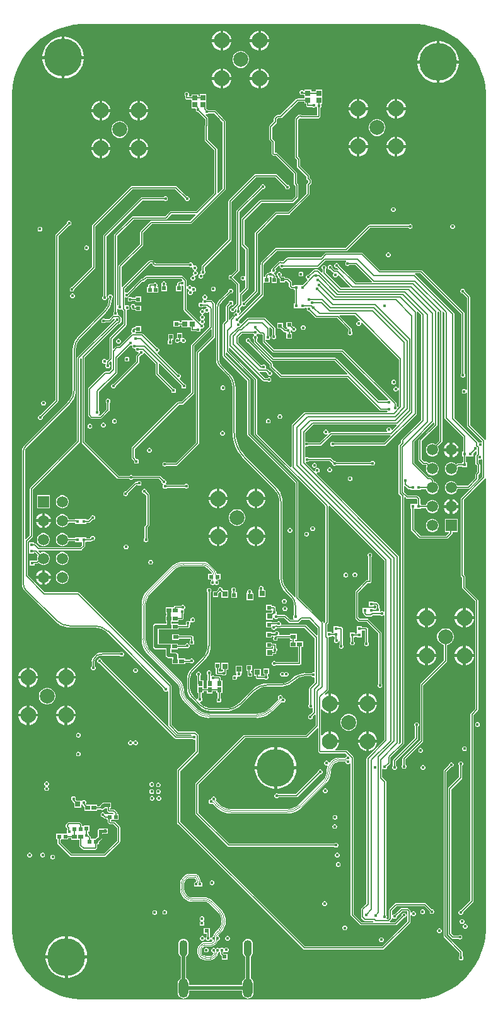
<source format=gbl>
G04*
G04 #@! TF.GenerationSoftware,Altium Limited,Altium Designer,24.2.2 (26)*
G04*
G04 Layer_Physical_Order=6*
G04 Layer_Color=16711680*
%FSLAX44Y44*%
%MOMM*%
G71*
G04*
G04 #@! TF.SameCoordinates,1647D1FA-22C0-4C44-882E-AE6E89F1C5CA*
G04*
G04*
G04 #@! TF.FilePolarity,Positive*
G04*
G01*
G75*
%ADD20R,0.5200X0.5200*%
%ADD29R,0.4500X0.4500*%
%ADD40R,0.6500X0.7000*%
%ADD41R,0.5200X0.5200*%
%ADD43R,0.6500X0.6000*%
%ADD51R,0.4000X0.5000*%
%ADD59R,0.4500X0.4500*%
%ADD64R,0.6725X0.7154*%
%ADD65R,0.5500X0.6000*%
%ADD66R,0.6000X0.5500*%
%ADD67R,0.6000X0.6500*%
%ADD72R,0.6500X0.6500*%
%ADD73R,0.5153X0.4725*%
%ADD81R,0.7154X0.6725*%
%ADD83R,0.6500X0.6500*%
%ADD89R,0.4725X0.5153*%
%ADD100R,0.5500X0.5500*%
%ADD166C,0.1754*%
%ADD167C,0.3810*%
%ADD168C,0.1060*%
%ADD169C,0.2540*%
%ADD170C,0.5080*%
%ADD173R,1.5000X1.5000*%
%ADD174C,1.5000*%
%ADD175C,2.0000*%
%ADD176C,2.1000*%
%ADD177O,1.1000X2.2000*%
%ADD178O,1.3000X2.6000*%
%ADD179C,0.4064*%
%ADD180C,5.0800*%
%ADD185R,0.5800X0.5400*%
G36*
X281919Y1185169D02*
X282045Y1184533D01*
X282491Y1183865D01*
X284865Y1181491D01*
X285533Y1181045D01*
X285719Y1181008D01*
Y1092132D01*
X279733Y1086146D01*
X278560Y1086632D01*
Y1144500D01*
X278403Y1145288D01*
X277956Y1145956D01*
X277956Y1145956D01*
X266060Y1157853D01*
Y1174903D01*
X266317Y1175288D01*
X266474Y1176076D01*
X266474Y1176076D01*
Y1186086D01*
X266474Y1186086D01*
X266317Y1186874D01*
X265870Y1187543D01*
X265870Y1187543D01*
X262699Y1190713D01*
X263419Y1191790D01*
X263787Y1191637D01*
X265050D01*
X266217Y1192121D01*
X266849Y1192753D01*
X274334D01*
X281919Y1185169D01*
D02*
G37*
G36*
X395858Y1205794D02*
X398191D01*
Y1203234D01*
X398348Y1202445D01*
X398794Y1201777D01*
X399462Y1201331D01*
X400251Y1201174D01*
X405600D01*
X406232Y1200542D01*
X407399Y1200059D01*
X408662D01*
X409829Y1200542D01*
X410722Y1201435D01*
X410782Y1201581D01*
X411040Y1201616D01*
X412105Y1201454D01*
X412468Y1200577D01*
X412953Y1200092D01*
Y1190060D01*
X392086D01*
X391670Y1190476D01*
X391002Y1190922D01*
X390214Y1191079D01*
X390214Y1191079D01*
X388761D01*
X387972Y1190922D01*
X387304Y1190476D01*
X387304Y1190476D01*
X383492Y1186663D01*
X383045Y1185995D01*
X382888Y1185207D01*
X382888Y1185206D01*
Y1133822D01*
X382888Y1133822D01*
X383045Y1133033D01*
X383492Y1132365D01*
X385673Y1130183D01*
Y1121396D01*
X385673Y1121396D01*
X385830Y1120608D01*
X386277Y1119940D01*
X398440Y1107776D01*
Y1105231D01*
X398440Y1105230D01*
X398597Y1104442D01*
X399044Y1103774D01*
X400992Y1101825D01*
Y1100175D01*
X399044Y1098226D01*
X398597Y1097558D01*
X398440Y1096769D01*
X398440Y1096769D01*
Y1085353D01*
X373647Y1060560D01*
X357500D01*
X357500Y1060560D01*
X356712Y1060403D01*
X356044Y1059956D01*
X356044Y1059956D01*
X329542Y1033455D01*
X329096Y1032787D01*
X328939Y1031999D01*
X328939Y1031999D01*
Y954438D01*
X314312Y939811D01*
X313418D01*
X313131Y939692D01*
X311861Y940540D01*
Y948473D01*
X319956Y956568D01*
X320403Y957236D01*
X320560Y958025D01*
X320560Y958025D01*
Y1010568D01*
X320560Y1010568D01*
X320403Y1011356D01*
X319956Y1012024D01*
X314840Y1017141D01*
Y1049442D01*
X337815Y1072417D01*
X379477D01*
X379477Y1072417D01*
X380265Y1072574D01*
X380933Y1073020D01*
X386956Y1079044D01*
X386956Y1079044D01*
X387403Y1079712D01*
X387560Y1080500D01*
Y1096270D01*
X387403Y1097058D01*
X386956Y1097726D01*
X386956Y1097726D01*
X385508Y1099175D01*
Y1112282D01*
X385508Y1112283D01*
X385351Y1113071D01*
X384904Y1113739D01*
X384904Y1113739D01*
X359635Y1139008D01*
X358967Y1139455D01*
X358178Y1139612D01*
X358178Y1139612D01*
X355735D01*
Y1154594D01*
X355579Y1155382D01*
X355132Y1156050D01*
X355132Y1156050D01*
X352223Y1158959D01*
Y1173811D01*
X358110Y1179697D01*
X358556Y1180365D01*
X358713Y1181153D01*
X358713Y1181153D01*
Y1182607D01*
X358703Y1182659D01*
Y1185121D01*
X359870Y1186288D01*
X362331D01*
X362384Y1186277D01*
X363837D01*
X363837Y1186277D01*
X364625Y1186434D01*
X365294Y1186881D01*
X386790Y1208377D01*
X395858D01*
Y1205794D01*
D02*
G37*
G36*
X556374Y1311536D02*
X565761Y1309669D01*
X574920Y1306890D01*
X583762Y1303228D01*
X592203Y1298716D01*
X600161Y1293398D01*
X607559Y1287327D01*
X614327Y1280559D01*
X620399Y1273161D01*
X625716Y1265203D01*
X630228Y1256762D01*
X633890Y1247920D01*
X636669Y1238761D01*
X638536Y1229374D01*
X639474Y1219849D01*
Y1215063D01*
Y754418D01*
X638204Y754086D01*
X637956Y754456D01*
X618060Y774353D01*
Y946000D01*
X618060Y946000D01*
X617903Y946788D01*
X617456Y947456D01*
X617456Y947456D01*
X611175Y953738D01*
Y954632D01*
X610692Y955798D01*
X609799Y956692D01*
X608632Y957175D01*
X607369D01*
X606202Y956692D01*
X605308Y955798D01*
X604825Y954632D01*
Y953369D01*
X605308Y952202D01*
X606202Y951308D01*
X607369Y950825D01*
X608262D01*
X613940Y945147D01*
Y821708D01*
X613245Y821397D01*
X612670Y821319D01*
X611900Y822089D01*
X610733Y822572D01*
X609470D01*
X608303Y822089D01*
X607410Y821196D01*
X606927Y820029D01*
Y818766D01*
X607410Y817599D01*
X608303Y816706D01*
X609470Y816222D01*
X610733D01*
X611900Y816706D01*
X612670Y817476D01*
X613245Y817397D01*
X613940Y817086D01*
Y773500D01*
X613940Y773500D01*
X614097Y772712D01*
X614544Y772044D01*
X634096Y752491D01*
X634054Y751471D01*
X633021Y750865D01*
X632862Y750823D01*
X632253Y751075D01*
X630990D01*
X630297Y750788D01*
X629012Y751249D01*
X628831Y751396D01*
X628456Y751956D01*
X628456Y751956D01*
X597060Y783353D01*
Y923000D01*
X597060Y923000D01*
X596903Y923788D01*
X596456Y924456D01*
X596456Y924456D01*
X544456Y976456D01*
X544136Y976670D01*
X544521Y977940D01*
X551647D01*
X606440Y923147D01*
Y843430D01*
X605808Y842798D01*
X605325Y841631D01*
Y840368D01*
X605808Y839202D01*
X606702Y838308D01*
X607868Y837825D01*
X609132D01*
X610299Y838308D01*
X611192Y839202D01*
X611675Y840368D01*
Y841631D01*
X611192Y842798D01*
X610560Y843430D01*
Y924000D01*
X610560Y924000D01*
X610403Y924788D01*
X609956Y925456D01*
X609956Y925456D01*
X553956Y981456D01*
X553288Y981903D01*
X552500Y982060D01*
X552500Y982060D01*
X496853D01*
X473956Y1004956D01*
X473288Y1005403D01*
X472500Y1005560D01*
X472500Y1005560D01*
X424838D01*
X424050Y1005403D01*
X423382Y1004956D01*
X423382Y1004956D01*
X417487Y999062D01*
X372644D01*
X371856Y998905D01*
X371188Y998459D01*
X371188Y998459D01*
X366786Y994058D01*
X365019D01*
X364703Y994268D01*
X363915Y994425D01*
X363915Y994425D01*
X362462D01*
X361674Y994268D01*
X361006Y993822D01*
X361006Y993822D01*
X352985Y985802D01*
X352539Y985134D01*
X352473Y984804D01*
X352201Y984692D01*
X351308Y983799D01*
X350825Y982632D01*
Y981368D01*
X351040Y980848D01*
X350961Y980622D01*
X350176Y979675D01*
X349369D01*
X348201Y979192D01*
X347513Y978503D01*
X346971D01*
X346971Y978503D01*
X346182Y978346D01*
X345514Y977899D01*
X343544Y975929D01*
X343097Y975261D01*
X342940Y974472D01*
X342940Y974472D01*
Y973641D01*
X342457Y973158D01*
X341037Y973383D01*
X340875Y973855D01*
Y988937D01*
X341092Y989261D01*
X341249Y990050D01*
X341249Y990050D01*
Y990836D01*
X358353Y1007940D01*
X451500D01*
X451500Y1007940D01*
X452288Y1008097D01*
X452956Y1008544D01*
X483489Y1039076D01*
X535263D01*
X535895Y1038444D01*
X537062Y1037960D01*
X538325D01*
X539492Y1038444D01*
X540386Y1039337D01*
X540869Y1040504D01*
Y1041767D01*
X540386Y1042934D01*
X539492Y1043827D01*
X538325Y1044310D01*
X537062D01*
X535895Y1043827D01*
X535263Y1043195D01*
X482635D01*
X482635Y1043195D01*
X481847Y1043038D01*
X481179Y1042592D01*
X450647Y1012060D01*
X357500D01*
X357500Y1012060D01*
X356712Y1011903D01*
X356044Y1011456D01*
X356044Y1011456D01*
X337733Y993146D01*
X337286Y992477D01*
X337130Y991689D01*
X337130Y991689D01*
Y990789D01*
X336913Y990464D01*
X336756Y989676D01*
X336756Y989676D01*
Y950203D01*
X308958Y922406D01*
X307528Y922771D01*
X307357Y923353D01*
X307632Y923825D01*
X308799Y924308D01*
X309692Y925201D01*
X310175Y926368D01*
Y927632D01*
X309692Y928799D01*
X309060Y929430D01*
Y932050D01*
X310704Y933694D01*
X312251Y933944D01*
X313418Y933461D01*
X314681D01*
X315848Y933944D01*
X316741Y934837D01*
X317224Y936004D01*
Y936898D01*
X332455Y952128D01*
X332901Y952797D01*
X333058Y953585D01*
X333058Y953585D01*
Y1031145D01*
X358353Y1056440D01*
X374500D01*
X374500Y1056440D01*
X375288Y1056597D01*
X375956Y1057044D01*
X401956Y1083044D01*
X402403Y1083712D01*
X402560Y1084500D01*
X402560Y1084500D01*
Y1095916D01*
X404509Y1097865D01*
X404955Y1098533D01*
X405112Y1099322D01*
X405112Y1099322D01*
Y1102678D01*
X405112Y1102678D01*
X404955Y1103467D01*
X404509Y1104135D01*
X402560Y1106084D01*
Y1108629D01*
X402560Y1108629D01*
X402403Y1109417D01*
X401956Y1110086D01*
X401956Y1110086D01*
X389793Y1122249D01*
Y1131036D01*
X389793Y1131036D01*
X389636Y1131825D01*
X389189Y1132493D01*
X389189Y1132493D01*
X387008Y1134675D01*
Y1184353D01*
X388683Y1186029D01*
X389777Y1186544D01*
X390445Y1186097D01*
X391233Y1185940D01*
X413985D01*
X413986Y1185940D01*
X414774Y1186097D01*
X415442Y1186544D01*
X416469Y1187571D01*
X416470Y1187571D01*
X416916Y1188239D01*
X417073Y1189028D01*
Y1199799D01*
X417851Y1200577D01*
X418334Y1201744D01*
Y1203008D01*
X417851Y1204174D01*
X417688Y1204337D01*
X418215Y1205607D01*
X419393D01*
Y1213837D01*
X419393Y1214893D01*
X419393Y1216163D01*
Y1224393D01*
X410607D01*
Y1221997D01*
X404644D01*
Y1224580D01*
X395858D01*
Y1223515D01*
X394588Y1222989D01*
X394070Y1223507D01*
X392903Y1223990D01*
X391640D01*
X390473Y1223507D01*
X389580Y1222614D01*
X389096Y1221447D01*
Y1220184D01*
X389580Y1219017D01*
X390473Y1218124D01*
X391640Y1217640D01*
X392903D01*
X393475Y1217877D01*
X394960D01*
X395858Y1216979D01*
X395858Y1215294D01*
X395858Y1214024D01*
Y1212497D01*
X385937D01*
X385937Y1212497D01*
X385149Y1212340D01*
X384481Y1211893D01*
X362984Y1190397D01*
X362426D01*
X362373Y1190407D01*
X362373Y1190407D01*
X359017D01*
X359017Y1190407D01*
X358228Y1190250D01*
X357560Y1189804D01*
X355187Y1187430D01*
X354740Y1186762D01*
X354583Y1185974D01*
X354583Y1185974D01*
Y1182617D01*
X354583Y1182617D01*
X354594Y1182564D01*
Y1182007D01*
X348707Y1176120D01*
X348261Y1175452D01*
X348104Y1174664D01*
X348104Y1174663D01*
Y1158106D01*
X348104Y1158106D01*
X348261Y1157318D01*
X348707Y1156649D01*
X351616Y1153741D01*
Y1138580D01*
X351616Y1138580D01*
X351773Y1137792D01*
X352219Y1137123D01*
X353247Y1136096D01*
X353247Y1136096D01*
X353915Y1135649D01*
X354703Y1135492D01*
X357325D01*
X381388Y1111429D01*
Y1098322D01*
X381388Y1098322D01*
X381545Y1097533D01*
X381992Y1096865D01*
X383440Y1095416D01*
Y1081353D01*
X378623Y1076536D01*
X336962D01*
X336962Y1076536D01*
X336174Y1076379D01*
X335505Y1075933D01*
X335505Y1075933D01*
X311324Y1051751D01*
X310877Y1051083D01*
X310720Y1050295D01*
X310720Y1050294D01*
Y1016288D01*
X310720Y1016288D01*
X310877Y1015500D01*
X311324Y1014832D01*
X316440Y1009715D01*
Y974167D01*
X315170Y973641D01*
X314823Y973988D01*
X313656Y974471D01*
X312393D01*
X311226Y973988D01*
X310333Y973095D01*
X309849Y971928D01*
Y970665D01*
X310333Y969498D01*
X311226Y968605D01*
X312393Y968121D01*
X313656D01*
X314823Y968605D01*
X315170Y968952D01*
X316440Y968426D01*
Y958878D01*
X309599Y952036D01*
X308329Y952562D01*
Y963353D01*
X308329Y963353D01*
X308172Y964142D01*
X307726Y964810D01*
X300165Y972371D01*
Y972895D01*
X307726Y980455D01*
X308172Y981124D01*
X308329Y981912D01*
X308329Y981912D01*
Y1060178D01*
X339380Y1091228D01*
X340273D01*
X341440Y1091712D01*
X342333Y1092605D01*
X342817Y1093772D01*
Y1095035D01*
X342333Y1096202D01*
X341440Y1097095D01*
X340273Y1097578D01*
X339010D01*
X337843Y1097095D01*
X336950Y1096202D01*
X336467Y1095035D01*
Y1094141D01*
X304813Y1062487D01*
X304366Y1061819D01*
X304209Y1061031D01*
X304209Y1061031D01*
Y982765D01*
X297252Y975808D01*
X296358D01*
X295191Y975324D01*
X294298Y974431D01*
X293815Y973264D01*
Y972001D01*
X294298Y970834D01*
X295191Y969941D01*
X296358Y969458D01*
X297252D01*
X304209Y962500D01*
Y937122D01*
X299262Y932175D01*
X298368D01*
X297201Y931692D01*
X296308Y930798D01*
X295825Y929632D01*
Y928369D01*
X296308Y927202D01*
X297201Y926308D01*
X298368Y925825D01*
X299632D01*
X300798Y926308D01*
X301692Y927202D01*
X302175Y928369D01*
Y929262D01*
X303280Y930367D01*
X304617Y929908D01*
X304705Y929195D01*
X304308Y928799D01*
X303825Y927632D01*
Y926368D01*
X303130Y925175D01*
X301963Y924692D01*
X301070Y923799D01*
X300587Y922632D01*
Y921738D01*
X296203Y917355D01*
X295757Y916687D01*
X295600Y915899D01*
X295600Y915898D01*
X294339Y915919D01*
Y932426D01*
X296738Y934825D01*
X297631D01*
X298799Y935308D01*
X299692Y936201D01*
X300175Y937368D01*
Y938632D01*
X299692Y939799D01*
X298799Y940692D01*
X297631Y941175D01*
X296368D01*
X295201Y940692D01*
X294308Y939799D01*
X293825Y938632D01*
Y937738D01*
X290823Y934735D01*
X290376Y934067D01*
X290219Y933279D01*
X290219Y933279D01*
Y914632D01*
X286544Y910956D01*
X286097Y910288D01*
X285940Y909500D01*
X285940Y909500D01*
Y867500D01*
X285940Y867500D01*
X286097Y866712D01*
X286544Y866044D01*
X318940Y833647D01*
Y761500D01*
X318940Y761500D01*
X319097Y760712D01*
X319544Y760044D01*
X383477Y696110D01*
Y543448D01*
X382207Y543130D01*
X382099Y543333D01*
X379500Y546499D01*
X379500Y546500D01*
X378558Y547354D01*
X372896Y553017D01*
X372824Y553065D01*
X369972Y556540D01*
X367813Y560579D01*
X366483Y564963D01*
X366043Y569437D01*
X366060Y569521D01*
Y670979D01*
X366105D01*
X365766Y675282D01*
X364759Y679478D01*
X363107Y683466D01*
X360852Y687146D01*
X358049Y690428D01*
X358049Y690428D01*
X357119Y691294D01*
X317396Y731017D01*
X317341Y731053D01*
X313179Y735800D01*
X309635Y741103D01*
X306815Y746823D01*
X304764Y752862D01*
X303520Y759118D01*
X303107Y765417D01*
X303120Y765482D01*
Y824418D01*
X303165D01*
X302827Y828721D01*
X301819Y832918D01*
X300168Y836905D01*
X297912Y840585D01*
X295109Y843867D01*
X295109Y843867D01*
X294179Y844733D01*
X283896Y855017D01*
X283899Y855020D01*
X282361Y857025D01*
X281394Y859359D01*
X281064Y861864D01*
X281060D01*
Y931776D01*
X281064D01*
X281394Y934281D01*
X282361Y936615D01*
X283899Y938620D01*
X284794Y939521D01*
X296180Y950907D01*
X297073D01*
X298240Y951390D01*
X299133Y952283D01*
X299617Y953450D01*
Y954713D01*
X299133Y955880D01*
X298240Y956773D01*
X297073Y957257D01*
X295810D01*
X294643Y956773D01*
X293750Y955880D01*
X293267Y954713D01*
Y953819D01*
X281858Y942411D01*
X280927Y941592D01*
X280927Y941592D01*
X280188Y940628D01*
X278721Y938717D01*
X277334Y935369D01*
X276861Y931776D01*
X276940D01*
X276940Y931776D01*
Y863134D01*
X276861Y861864D01*
X276861Y861864D01*
X277024Y860629D01*
X277334Y858271D01*
X278721Y854923D01*
X280927Y852048D01*
X280983Y852104D01*
X280983Y852104D01*
X291284Y841803D01*
X292165Y840922D01*
X292967Y839985D01*
X295088Y837400D01*
X297247Y833360D01*
X298577Y828977D01*
X299018Y824503D01*
X299001Y824418D01*
Y766752D01*
X298927Y765482D01*
X298927Y765482D01*
X299010Y764215D01*
X299380Y758572D01*
X300731Y751781D01*
X302956Y745225D01*
X306019Y739015D01*
X309866Y733258D01*
X314431Y728052D01*
X314483Y728104D01*
X314483Y728104D01*
X355104Y687483D01*
X355104Y687483D01*
X355906Y686545D01*
X358028Y683960D01*
X360187Y679921D01*
X361516Y675537D01*
X361957Y671063D01*
X361940Y670979D01*
Y569521D01*
X361895D01*
X362234Y565218D01*
X363241Y561022D01*
X364893Y557034D01*
X367148Y553354D01*
X369951Y550072D01*
X369983Y550104D01*
X375646Y544442D01*
X376539Y543539D01*
X378617Y541006D01*
X380161Y538117D01*
X381112Y534982D01*
X381433Y531722D01*
X381440D01*
Y518931D01*
X380808Y518298D01*
X380325Y517132D01*
Y515868D01*
X380808Y514701D01*
X381673Y513837D01*
X381668Y513679D01*
X381380Y512567D01*
X376846D01*
X370956Y518456D01*
X370288Y518903D01*
X369500Y519060D01*
X369500Y519060D01*
X359930D01*
X359299Y519692D01*
X358657Y519958D01*
X358097Y520512D01*
X358003Y521445D01*
X358240Y522018D01*
Y523281D01*
X357757Y524448D01*
X357125Y525079D01*
Y528778D01*
X356968Y529566D01*
X356521Y530235D01*
X355853Y530681D01*
X355065Y530838D01*
X351685D01*
Y532521D01*
X344199D01*
Y525035D01*
X351302D01*
X352175Y523968D01*
X351890Y523281D01*
Y522051D01*
X351213D01*
X351014Y522011D01*
X344008D01*
Y513000D01*
X353447D01*
Y515169D01*
X354717Y515421D01*
X354808Y515201D01*
X355701Y514308D01*
X356869Y513825D01*
X358131D01*
X359299Y514308D01*
X359930Y514940D01*
X368647D01*
X374536Y509051D01*
X374537Y509051D01*
X375205Y508604D01*
X375993Y508447D01*
X386871D01*
X386871Y508447D01*
X387659Y508604D01*
X388327Y509051D01*
X392217Y512940D01*
X402147D01*
X413139Y501948D01*
Y492070D01*
X411869Y491543D01*
X397947Y505466D01*
X397279Y505913D01*
X396490Y506069D01*
X396490Y506069D01*
X364709D01*
X364175Y506869D01*
Y508131D01*
X363692Y509299D01*
X362799Y510192D01*
X361632Y510675D01*
X360368D01*
X359202Y510192D01*
X358569Y509560D01*
X351685D01*
Y509976D01*
X344199D01*
Y502490D01*
X351297D01*
Y501965D01*
X351780Y500799D01*
X352673Y499905D01*
X353840Y499422D01*
X355103D01*
X356270Y499905D01*
X357163Y500799D01*
X357210Y500911D01*
X358533Y501545D01*
X359322Y501388D01*
X359322Y501388D01*
X362678D01*
X362678Y501388D01*
X363467Y501545D01*
X364073Y501950D01*
X395637D01*
X409530Y488058D01*
Y442961D01*
X408260Y442112D01*
X408086Y442184D01*
X406823D01*
X405656Y441701D01*
X405024Y441068D01*
X396891D01*
Y441151D01*
X391956Y440665D01*
X387210Y439225D01*
X382837Y436888D01*
X379003Y433741D01*
X379003Y433742D01*
X378097Y432864D01*
X375646Y430853D01*
X371733Y428761D01*
X367486Y427473D01*
X363143Y427045D01*
X363070Y427060D01*
X345021D01*
Y427105D01*
X340718Y426766D01*
X336522Y425759D01*
X332534Y424107D01*
X328854Y421852D01*
X325572Y419049D01*
X325572Y419049D01*
X324706Y418119D01*
X307483Y400896D01*
X307435Y400824D01*
X303960Y397972D01*
X299921Y395813D01*
X295537Y394483D01*
X291063Y394043D01*
X290979Y394060D01*
X270000D01*
Y394064D01*
X266635Y394395D01*
X263399Y395377D01*
X260417Y396971D01*
X257803Y399116D01*
X256901Y400011D01*
X255358Y401555D01*
X255884Y402825D01*
X256131D01*
X257299Y403308D01*
X258192Y404202D01*
X258675Y405368D01*
Y406632D01*
X258192Y407799D01*
X257560Y408430D01*
Y414244D01*
X259815D01*
Y416578D01*
X264130D01*
Y413950D01*
X272416D01*
Y416578D01*
X276950D01*
Y414244D01*
X279034D01*
Y407406D01*
X279005Y407394D01*
X278111Y406501D01*
X277628Y405334D01*
Y404071D01*
X278111Y402904D01*
X279005Y402010D01*
X280172Y401527D01*
X281435D01*
X282602Y402010D01*
X283495Y402904D01*
X283978Y404071D01*
Y405334D01*
X283495Y406501D01*
X283153Y406843D01*
Y414244D01*
X285236D01*
Y422744D01*
Y431530D01*
X283153D01*
Y434691D01*
X282996Y435479D01*
X282550Y436147D01*
X281881Y436593D01*
X281093Y436750D01*
X274946D01*
X274314Y437382D01*
X273147Y437866D01*
X271884D01*
X270879Y437449D01*
X269777Y438036D01*
X269679Y439189D01*
X270192Y439701D01*
X270675Y440868D01*
Y442132D01*
X270192Y443298D01*
X269298Y444192D01*
X268132Y444675D01*
X266868D01*
X265702Y444192D01*
X264808Y443298D01*
X264325Y442132D01*
Y440868D01*
X264808Y439701D01*
X265440Y439070D01*
Y431236D01*
X264130D01*
Y420697D01*
X259815D01*
Y431530D01*
X255560D01*
Y437570D01*
X256192Y438201D01*
X256675Y439369D01*
Y440632D01*
X256192Y441799D01*
X255299Y442692D01*
X254132Y443175D01*
X252868D01*
X251702Y442692D01*
X250808Y441799D01*
X250325Y440632D01*
Y439369D01*
X250808Y438201D01*
X251440Y437570D01*
Y427137D01*
X251529Y426692D01*
Y414244D01*
X253440D01*
Y408430D01*
X252808Y407799D01*
X252325Y406632D01*
Y406384D01*
X251055Y405858D01*
X246456Y410457D01*
X246465Y410467D01*
X244566Y412782D01*
X243154Y415424D01*
X242284Y418290D01*
X241991Y421272D01*
X241977D01*
Y432917D01*
X241993D01*
X242278Y435809D01*
X243121Y438590D01*
X244491Y441153D01*
X246334Y443399D01*
X246323Y443410D01*
X246323Y443410D01*
X260619Y457706D01*
X261549Y458572D01*
X261549Y458572D01*
X264352Y461854D01*
X266607Y465534D01*
X268259Y469522D01*
X269266Y473718D01*
X269605Y478021D01*
X269560D01*
Y549570D01*
X270192Y550201D01*
X270675Y551368D01*
Y552631D01*
X270192Y553798D01*
X269298Y554692D01*
X268132Y555175D01*
X266868D01*
X265702Y554692D01*
X264808Y553798D01*
X264325Y552631D01*
Y551368D01*
X264808Y550201D01*
X265440Y549570D01*
Y478021D01*
X265457Y477937D01*
X265016Y473463D01*
X263687Y469080D01*
X261528Y465040D01*
X259406Y462455D01*
X258604Y461517D01*
X258604Y461517D01*
X243410Y446323D01*
X243410Y446323D01*
X243374Y446360D01*
X241009Y443479D01*
X239252Y440192D01*
X238171Y436626D01*
X237805Y432917D01*
X237857D01*
Y421272D01*
X237803D01*
X238177Y417473D01*
X239285Y413821D01*
X241084Y410456D01*
X243504Y407506D01*
X243542Y407544D01*
X243543D01*
X253989Y397099D01*
X254842Y396155D01*
X254842Y396155D01*
X258090Y393489D01*
X261796Y391508D01*
X265818Y390289D01*
X270000Y389877D01*
Y389940D01*
X290979D01*
Y389895D01*
X295282Y390234D01*
X299478Y391241D01*
X303466Y392893D01*
X307146Y395148D01*
X310428Y397951D01*
X310396Y397983D01*
X328517Y416104D01*
X328517Y416104D01*
X329455Y416906D01*
X332040Y419028D01*
X336079Y421187D01*
X340463Y422517D01*
X344937Y422957D01*
X345021Y422940D01*
X363070D01*
Y422897D01*
X367259Y423227D01*
X371345Y424208D01*
X375227Y425816D01*
X378810Y428011D01*
X382005Y430740D01*
X382005Y430740D01*
X382930Y431573D01*
X385163Y433406D01*
X388812Y435357D01*
X392772Y436558D01*
X396843Y436959D01*
X396891Y436949D01*
X405024D01*
X405656Y436317D01*
X406823Y435834D01*
X408086D01*
X408260Y435906D01*
X409530Y435057D01*
Y428442D01*
X402544Y421456D01*
X402097Y420788D01*
X401940Y420000D01*
X401940Y420000D01*
Y399431D01*
X401308Y398798D01*
X400825Y397631D01*
Y396368D01*
X401308Y395201D01*
X402201Y394308D01*
X403368Y393825D01*
X404632D01*
X405670Y394255D01*
X406281Y394032D01*
X406940Y393654D01*
Y388634D01*
X403892Y385586D01*
X402998D01*
X401831Y385102D01*
X400938Y384209D01*
X400454Y383042D01*
Y381779D01*
X400938Y380612D01*
X401831Y379719D01*
X402998Y379236D01*
X404261D01*
X405428Y379719D01*
X406321Y380612D01*
X406805Y381779D01*
Y382673D01*
X409639Y385507D01*
X410909Y384981D01*
Y371321D01*
X397647Y358060D01*
X315500D01*
X314712Y357903D01*
X314044Y357456D01*
X314044Y357456D01*
X249544Y292956D01*
X249097Y292288D01*
X248940Y291500D01*
X248940Y291500D01*
Y253000D01*
X248940Y253000D01*
X249097Y252212D01*
X249544Y251544D01*
X292531Y208556D01*
X292531Y208556D01*
X293199Y208110D01*
X293988Y207953D01*
X435506D01*
X436138Y207321D01*
X437305Y206838D01*
X438568D01*
X439735Y207321D01*
X440628Y208214D01*
X441112Y209381D01*
Y210644D01*
X440628Y211811D01*
X439735Y212704D01*
X438568Y213188D01*
X437305D01*
X436138Y212704D01*
X435506Y212072D01*
X294841D01*
X253060Y253853D01*
Y290647D01*
X316353Y353940D01*
X398500D01*
X398500Y353940D01*
X399288Y354097D01*
X399956Y354544D01*
X412767Y367354D01*
X413940Y366868D01*
Y336528D01*
X413940Y336528D01*
X414097Y335739D01*
X414544Y335071D01*
X415571Y334044D01*
X415571Y334044D01*
X416239Y333597D01*
X417028Y333440D01*
X450645D01*
X452590Y331495D01*
X452292Y329997D01*
X452201Y329959D01*
X451308Y329066D01*
X450825Y327899D01*
Y327534D01*
X441035D01*
Y327609D01*
X437763Y327178D01*
X434713Y325915D01*
X432529Y324239D01*
X432094Y323906D01*
D01*
X431605Y323416D01*
X431601Y323413D01*
X431250Y322985D01*
X429873Y321306D01*
X429781Y321293D01*
X428477Y321609D01*
X428192Y322299D01*
X427299Y323192D01*
X426132Y323675D01*
X424869D01*
X423702Y323192D01*
X422808Y322299D01*
X422325Y321132D01*
Y319868D01*
X422808Y318701D01*
X423702Y317808D01*
X424869Y317325D01*
X425930D01*
X426457Y316769D01*
X426779Y316218D01*
X426719Y316106D01*
X425438Y311882D01*
X425005Y307488D01*
X425005D01*
X424936Y306246D01*
X424647Y304049D01*
X423320Y300845D01*
X421244Y298140D01*
X421195Y298107D01*
X388233Y265145D01*
X388195Y265089D01*
X384654Y262182D01*
X380554Y259991D01*
X376105Y258641D01*
X371546Y258192D01*
X371479Y258206D01*
X297849D01*
X297782Y258192D01*
X293223Y258641D01*
X288774Y259991D01*
X284674Y262182D01*
X281133Y265089D01*
X281095Y265145D01*
X276327Y269913D01*
X276374Y270383D01*
X276857Y271550D01*
Y272813D01*
X276374Y273980D01*
X275480Y274874D01*
X274314Y275357D01*
X273050D01*
X271883Y274874D01*
X270990Y273980D01*
X270507Y272813D01*
Y271675D01*
X269368D01*
X268202Y271192D01*
X267308Y270299D01*
X266825Y269132D01*
Y267868D01*
X267308Y266702D01*
X268202Y265808D01*
X269368Y265325D01*
X270632D01*
X271798Y265808D01*
X272926Y265197D01*
X277036Y261087D01*
X276995Y261046D01*
X280514Y258041D01*
X284460Y255623D01*
X288736Y253852D01*
X293236Y252771D01*
X297849Y252408D01*
Y252466D01*
X371479D01*
Y252408D01*
X376092Y252771D01*
X380592Y253852D01*
X384868Y255623D01*
X388814Y258041D01*
X392333Y261046D01*
X392292Y261087D01*
X392292Y261087D01*
X425253Y294048D01*
X425253Y294048D01*
X425295Y294007D01*
X427666Y296896D01*
X429428Y300192D01*
X430513Y303769D01*
X430879Y307488D01*
X430879D01*
X430838Y307533D01*
X431155Y310744D01*
X432104Y313876D01*
X433647Y316762D01*
X435718Y319285D01*
X435728Y319286D01*
X435728Y319286D01*
X435728Y319286D01*
X437487Y320635D01*
X439535Y321483D01*
X441733Y321773D01*
Y321794D01*
X450825D01*
Y321429D01*
X451308Y320262D01*
X452201Y319369D01*
X453368Y318886D01*
X454632D01*
X455798Y319369D01*
X456403Y319973D01*
X457673Y319564D01*
Y116768D01*
X457673Y116768D01*
X457829Y115979D01*
X458276Y115311D01*
X470544Y103044D01*
X470544Y103044D01*
X471212Y102597D01*
X472000Y102440D01*
X472000Y102440D01*
X517703D01*
X517703Y102440D01*
X518491Y102597D01*
X519159Y103044D01*
X529060Y112944D01*
X529954D01*
X531120Y113427D01*
X532014Y114320D01*
X532497Y115487D01*
Y116751D01*
X532014Y117917D01*
X531120Y118811D01*
X529954Y119294D01*
X528690D01*
X527523Y118811D01*
X526630Y117917D01*
X526147Y116751D01*
Y115857D01*
X516850Y106560D01*
X510769D01*
X510243Y107830D01*
X512456Y110043D01*
X512456Y110044D01*
X512903Y110712D01*
X513060Y111500D01*
X513060Y111500D01*
Y111915D01*
X513353Y112080D01*
X514330Y112304D01*
X515016Y111618D01*
X516183Y111135D01*
X517446D01*
X518613Y111618D01*
X519506Y112511D01*
X519990Y113678D01*
Y114572D01*
X526726Y121308D01*
X533279D01*
X533940Y120647D01*
Y107853D01*
X500147Y74060D01*
X396212D01*
X228560Y241712D01*
Y309647D01*
X253008Y334096D01*
X253008Y334096D01*
X253455Y334764D01*
X253612Y335552D01*
X253612Y335552D01*
Y356678D01*
X253560Y356940D01*
Y357500D01*
X253560Y357500D01*
X253403Y358288D01*
X252956Y358956D01*
X252956Y358956D01*
X249956Y361956D01*
X249288Y362403D01*
X248500Y362560D01*
X248500Y362560D01*
X226353D01*
X217060Y371853D01*
Y424041D01*
X217060Y424041D01*
X216903Y424829D01*
X216456Y425498D01*
X216456Y425498D01*
X92998Y548956D01*
X92329Y549403D01*
X91541Y549560D01*
X91541Y549560D01*
X46853D01*
X24060Y572353D01*
Y617647D01*
X30456Y624044D01*
X30456Y624044D01*
X30903Y624712D01*
X31060Y625500D01*
X31060Y625500D01*
Y688147D01*
X93456Y750544D01*
X93903Y751212D01*
X94060Y752000D01*
X94060Y752000D01*
Y862781D01*
X95267Y863988D01*
X96440Y863502D01*
Y751500D01*
X96440Y751500D01*
X96597Y750712D01*
X97044Y750044D01*
X144558Y702529D01*
X144558Y702529D01*
X145227Y702082D01*
X146015Y701925D01*
X160606D01*
X161238Y701293D01*
X162405Y700810D01*
X163669D01*
X164835Y701293D01*
X165467Y701925D01*
X200162D01*
X203825Y698262D01*
Y697368D01*
X204308Y696201D01*
X205201Y695308D01*
X205448Y695206D01*
X205746Y693708D01*
X205566Y693529D01*
X205082Y692362D01*
Y691099D01*
X205566Y689932D01*
X206459Y689038D01*
X207626Y688555D01*
X208889D01*
X210056Y689038D01*
X210823Y689805D01*
X234704D01*
X235201Y689308D01*
X236369Y688825D01*
X237632D01*
X238799Y689308D01*
X239692Y690201D01*
X240175Y691368D01*
Y692632D01*
X239692Y693799D01*
X238799Y694692D01*
X237632Y695175D01*
X236369D01*
X235201Y694692D01*
X234435Y693925D01*
X210553D01*
X210056Y694422D01*
X209810Y694524D01*
X209512Y696022D01*
X209692Y696201D01*
X210175Y697368D01*
Y698632D01*
X209692Y699799D01*
X208799Y700692D01*
X207631Y701175D01*
X206738D01*
X202471Y705442D01*
X201803Y705888D01*
X201015Y706045D01*
X201015Y706045D01*
X165467D01*
X164835Y706677D01*
X163669Y707160D01*
X162405D01*
X161238Y706677D01*
X160606Y706045D01*
X146868D01*
X100560Y752353D01*
Y865147D01*
X144775Y909363D01*
X145519D01*
X145519Y909363D01*
X146307Y909520D01*
X146976Y909966D01*
X149349Y912340D01*
X149796Y913008D01*
X149952Y913796D01*
X149952Y913796D01*
Y914989D01*
X150053Y915493D01*
X150053Y915493D01*
Y917629D01*
X150053Y917630D01*
X149896Y918418D01*
X149450Y919086D01*
X149450Y919086D01*
X147553Y920983D01*
X146884Y921429D01*
X146096Y921586D01*
X146096Y921586D01*
X145845D01*
X144997Y922856D01*
X145089Y923078D01*
Y924341D01*
X144605Y925508D01*
X143973Y926140D01*
Y929971D01*
X144245Y930125D01*
X145243Y930360D01*
X145925Y929679D01*
X147092Y929195D01*
X148355D01*
X149279Y929578D01*
X149905Y929523D01*
X150799Y929160D01*
X151044Y928794D01*
X152440Y927397D01*
Y909853D01*
X134350Y891763D01*
X133904Y891095D01*
X133747Y890307D01*
X133747Y890307D01*
Y863767D01*
X131200Y861220D01*
X129702Y861518D01*
X129607Y861747D01*
X128714Y862640D01*
X127547Y863123D01*
X126284D01*
X125117Y862640D01*
X124224Y861747D01*
X123741Y860580D01*
Y859317D01*
X124224Y858150D01*
X125117Y857257D01*
X126284Y856773D01*
X127547D01*
X128702Y855904D01*
X128808Y855298D01*
X128325Y854131D01*
Y852868D01*
X128808Y851702D01*
X129701Y850808D01*
X130868Y850325D01*
X132132D01*
X133299Y850808D01*
X134192Y851702D01*
X134675Y852868D01*
Y854131D01*
X134192Y855298D01*
X133560Y855930D01*
Y857754D01*
X135471Y859665D01*
X136644Y859179D01*
Y849899D01*
X132805Y846060D01*
X128500D01*
X128500Y846060D01*
X127712Y845903D01*
X127044Y845456D01*
X127044Y845456D01*
X105454Y823867D01*
X105008Y823199D01*
X104851Y822411D01*
X104851Y822411D01*
Y787566D01*
X104851Y787566D01*
X105008Y786777D01*
X105454Y786109D01*
X108270Y783294D01*
X108270Y783294D01*
X108938Y782847D01*
X109726Y782690D01*
X121929D01*
X121929Y782690D01*
X122717Y782847D01*
X123385Y783294D01*
X133263Y793171D01*
X133709Y793839D01*
X133866Y794628D01*
X133866Y794628D01*
Y803915D01*
X134498Y804547D01*
X134981Y805714D01*
Y806977D01*
X134498Y808144D01*
X133605Y809037D01*
X132438Y809520D01*
X131175D01*
X130008Y809037D01*
X129115Y808144D01*
X128631Y806977D01*
Y805714D01*
X129115Y804547D01*
X129747Y803915D01*
Y795481D01*
X121075Y786810D01*
X118999D01*
X118746Y788080D01*
X119298Y788308D01*
X120192Y789202D01*
X120675Y790368D01*
Y791631D01*
X120192Y792798D01*
X119560Y793430D01*
Y818985D01*
X143956Y843382D01*
X143956Y843382D01*
X144403Y844050D01*
X144560Y844838D01*
X144560Y844839D01*
Y864147D01*
X161738Y881325D01*
X162632D01*
X163292Y881599D01*
X164275Y880652D01*
Y879389D01*
X164758Y878222D01*
X165651Y877329D01*
X166818Y876845D01*
X167201D01*
X168150Y876569D01*
X168374Y875672D01*
Y875240D01*
X168857Y874073D01*
X169751Y873180D01*
X170917Y872697D01*
X172181D01*
X172813Y871668D01*
X172822Y870723D01*
X170171Y868072D01*
X169725Y867404D01*
X169568Y866616D01*
X169568Y866616D01*
Y859725D01*
X139531Y829688D01*
X138637D01*
X137470Y829205D01*
X136577Y828312D01*
X136094Y827145D01*
Y825882D01*
X136577Y824715D01*
X137470Y823822D01*
X138637Y823338D01*
X139900D01*
X141067Y823822D01*
X141960Y824715D01*
X142444Y825882D01*
Y826776D01*
X173084Y857416D01*
X173084Y857416D01*
X173530Y858084D01*
X173687Y858872D01*
Y865762D01*
X176226Y868301D01*
X177120D01*
X178286Y868784D01*
X179180Y869678D01*
X179599Y870692D01*
X180259Y870990D01*
X180933Y871154D01*
X195847Y856240D01*
Y842455D01*
X195847Y842455D01*
X196004Y841667D01*
X196451Y840999D01*
X216718Y820731D01*
Y819838D01*
X217201Y818671D01*
X218095Y817777D01*
X219262Y817294D01*
X220525D01*
X221692Y817777D01*
X222585Y818671D01*
X223068Y819838D01*
Y821101D01*
X222585Y822268D01*
X221692Y823161D01*
X220525Y823644D01*
X219631D01*
X199967Y843308D01*
Y856070D01*
X201237Y856596D01*
X230544Y827288D01*
X230411Y826967D01*
Y825704D01*
X230895Y824537D01*
X231788Y823644D01*
X232955Y823160D01*
X234218D01*
X235385Y823644D01*
X236278Y824537D01*
X236761Y825704D01*
Y826967D01*
X236278Y828134D01*
X235385Y829027D01*
X234218Y829510D01*
X234148D01*
X227992Y835666D01*
X228290Y837164D01*
X228381Y837202D01*
X229274Y838095D01*
X229757Y839262D01*
Y840525D01*
X229274Y841692D01*
X228381Y842585D01*
X227214Y843069D01*
X225951D01*
X225630Y842936D01*
X198010Y870555D01*
X198054Y871011D01*
X198418Y871944D01*
X199298Y872308D01*
X200192Y873202D01*
X200675Y874369D01*
Y875631D01*
X200192Y876798D01*
X199298Y877692D01*
X198132Y878175D01*
X197238D01*
X178956Y896456D01*
X178288Y896903D01*
X177500Y897060D01*
X177500Y897060D01*
X169378D01*
X168824Y898113D01*
X169486Y899257D01*
X175993D01*
Y906743D01*
X168507D01*
Y905060D01*
X166000D01*
X165212Y904903D01*
X164544Y904456D01*
X164097Y903788D01*
X163940Y903000D01*
Y902430D01*
X163308Y901798D01*
X162825Y900631D01*
Y899369D01*
X163308Y898202D01*
X163516Y897994D01*
X163377Y896456D01*
X147064Y880144D01*
X143750D01*
X142962Y879987D01*
X142294Y879540D01*
X142294Y879540D01*
X139040Y876287D01*
X137866Y876773D01*
Y889454D01*
X155956Y907543D01*
X155956Y907544D01*
X156403Y908212D01*
X156560Y909000D01*
X156560Y909000D01*
Y927652D01*
X156740Y928338D01*
X157740Y928825D01*
X158132D01*
X159298Y929308D01*
X160192Y930201D01*
X160675Y931368D01*
Y932632D01*
X160192Y933799D01*
X159298Y934692D01*
X158132Y935175D01*
X156868D01*
X155830Y934745D01*
X155219Y934968D01*
X154560Y935346D01*
Y944838D01*
X155830Y945686D01*
X155921Y945648D01*
X157184D01*
X158351Y946132D01*
X159239Y945230D01*
X158808Y944799D01*
X158325Y943632D01*
Y942368D01*
X158808Y941201D01*
X159701Y940308D01*
X160868Y939825D01*
X162132D01*
X163298Y940308D01*
X163930Y940940D01*
X168507D01*
Y939257D01*
X175993D01*
Y946743D01*
X168507D01*
Y945060D01*
X163930D01*
X163298Y945692D01*
X162132Y946175D01*
X160868D01*
X159701Y945692D01*
X158814Y946594D01*
X159245Y947025D01*
X159728Y948192D01*
Y948223D01*
X160035Y948428D01*
X169173Y957566D01*
X169173Y957566D01*
X169619Y958234D01*
X169671Y958493D01*
X177707Y966530D01*
X179320D01*
X179320Y966530D01*
X180108Y966686D01*
X180776Y967133D01*
X183508Y969865D01*
X183508Y969865D01*
X183829Y970346D01*
X183933Y970449D01*
X230186D01*
X231816Y968819D01*
X231290Y967549D01*
X230750D01*
X229583Y967066D01*
X228951Y966434D01*
X227000D01*
X226212Y966277D01*
X225544Y965831D01*
X225097Y965163D01*
X224940Y964374D01*
Y961493D01*
X223257D01*
Y954007D01*
X230743D01*
Y961194D01*
X230750Y961199D01*
X232013D01*
X232104Y961237D01*
X233374Y960388D01*
Y929066D01*
X233374Y929066D01*
X233531Y928278D01*
X233978Y927610D01*
X246021Y915566D01*
X245535Y914393D01*
X240663D01*
X240607Y914393D01*
X239393D01*
X239337Y914393D01*
X230607D01*
Y912060D01*
X227943D01*
Y913843D01*
X219857D01*
Y906157D01*
X227943D01*
Y907940D01*
X230607D01*
Y905607D01*
X239337D01*
X239393Y905607D01*
X240607D01*
X240663Y905607D01*
X242940D01*
Y902500D01*
X243097Y901712D01*
X243544Y901044D01*
X244212Y900597D01*
X245000Y900440D01*
X250569D01*
X251201Y899808D01*
X252369Y899325D01*
X253631D01*
X254799Y899808D01*
X255692Y900702D01*
X256175Y901869D01*
Y902738D01*
X256598Y903401D01*
X257262Y903825D01*
X258132D01*
X259298Y904308D01*
X260192Y905201D01*
X260675Y906368D01*
Y907632D01*
X260192Y908799D01*
X260171Y908819D01*
X260348Y909708D01*
X260574Y910212D01*
X261326Y910964D01*
X261809Y912131D01*
Y913394D01*
X261326Y914561D01*
X260762Y915126D01*
X260504Y915783D01*
X260706Y916716D01*
X261192Y917202D01*
X261675Y918368D01*
Y919632D01*
X261192Y920798D01*
X260299Y921692D01*
X259276Y922115D01*
X259200Y922750D01*
X259276Y923385D01*
X260299Y923808D01*
X261192Y924702D01*
X261432Y925282D01*
X262595Y925764D01*
X262888Y925731D01*
X263869Y925325D01*
X265131D01*
X266299Y925808D01*
X266739Y926248D01*
X268009Y925722D01*
Y906460D01*
X244044Y882495D01*
X243597Y881827D01*
X243440Y881038D01*
X243440Y881038D01*
Y818353D01*
X230647Y805560D01*
X226000D01*
X226000Y805560D01*
X225212Y805403D01*
X224544Y804956D01*
X224543Y804956D01*
X164044Y744456D01*
X163597Y743788D01*
X163440Y743000D01*
X163440Y743000D01*
Y730000D01*
X163440Y730000D01*
X163597Y729212D01*
X164044Y728544D01*
X166825Y725762D01*
Y724868D01*
X167308Y723701D01*
X168202Y722808D01*
X169368Y722325D01*
X170632D01*
X171798Y722808D01*
X172692Y723701D01*
X173175Y724868D01*
Y726132D01*
X172692Y727299D01*
X171798Y728192D01*
X170632Y728675D01*
X169738D01*
X167560Y730853D01*
Y742147D01*
X226853Y801440D01*
X231500D01*
X231500Y801440D01*
X232288Y801597D01*
X232956Y802044D01*
X246956Y816043D01*
X246956Y816044D01*
X247403Y816712D01*
X247560Y817500D01*
X247560Y817500D01*
Y880185D01*
X269914Y902540D01*
X271087Y902054D01*
Y893500D01*
X250544Y872956D01*
X250097Y872288D01*
X249940Y871500D01*
X249940Y871500D01*
Y750853D01*
X222647Y723560D01*
X210431D01*
X209799Y724192D01*
X208631Y724675D01*
X207368D01*
X206201Y724192D01*
X205308Y723298D01*
X204825Y722132D01*
Y720869D01*
X205308Y719702D01*
X206201Y718808D01*
X207368Y718325D01*
X208631D01*
X209799Y718808D01*
X210431Y719440D01*
X223500D01*
X223500Y719440D01*
X224288Y719597D01*
X224956Y720044D01*
X253456Y748544D01*
X253456Y748544D01*
X253903Y749212D01*
X254060Y750000D01*
Y870647D01*
X274603Y891191D01*
X274604Y891191D01*
X275050Y891859D01*
X275207Y892647D01*
Y936721D01*
X275207Y936721D01*
X275050Y937509D01*
X274604Y938177D01*
X274603Y938177D01*
X271507Y941273D01*
X270839Y941720D01*
X270051Y941877D01*
X270051Y941877D01*
X264229D01*
X264063Y942043D01*
X263852Y943051D01*
X264128Y943638D01*
X264692Y944202D01*
X265175Y945368D01*
Y946631D01*
X264692Y947798D01*
X263799Y948692D01*
X262632Y949175D01*
X261369D01*
X260201Y948692D01*
X259308Y947798D01*
X258825Y946631D01*
Y945368D01*
X259308Y944202D01*
X259736Y943774D01*
X259947Y942766D01*
X259671Y942179D01*
X259107Y941616D01*
X258624Y940449D01*
Y939432D01*
X257991Y938795D01*
X257529Y938510D01*
X257132Y938675D01*
X255868D01*
X254701Y938192D01*
X253808Y937299D01*
X253325Y936132D01*
Y934868D01*
X253808Y933701D01*
X254701Y932808D01*
X255868Y932325D01*
X257132D01*
X258298Y932808D01*
X258930Y933440D01*
X263988D01*
X264356Y932945D01*
X263917Y931803D01*
X263752Y931627D01*
X262701Y931192D01*
X261808Y930298D01*
X261568Y929718D01*
X260405Y929236D01*
X260112Y929269D01*
X259132Y929675D01*
X257868D01*
X256702Y929192D01*
X255808Y928298D01*
X255325Y927132D01*
Y925869D01*
X255808Y924702D01*
X256702Y923808D01*
X257724Y923385D01*
X257800Y922750D01*
X257724Y922115D01*
X256702Y921692D01*
X255808Y920798D01*
X255325Y919632D01*
Y918368D01*
X255808Y917202D01*
X256373Y916637D01*
X256630Y915979D01*
X256429Y915047D01*
X255943Y914561D01*
X255564Y913645D01*
X254690Y913291D01*
X254189Y913223D01*
X237494Y929919D01*
Y956773D01*
X238764Y957026D01*
X238798Y956943D01*
X239691Y956050D01*
X240193Y955842D01*
X240320Y955554D01*
X240403Y954393D01*
X239808Y953799D01*
X239325Y952632D01*
Y951368D01*
X239808Y950201D01*
X240702Y949308D01*
X241868Y948825D01*
X243132D01*
X244298Y949308D01*
X245192Y950201D01*
X245675Y951368D01*
Y952238D01*
X246098Y952902D01*
X246762Y953325D01*
X247631D01*
X248799Y953808D01*
X249692Y954702D01*
X250175Y955868D01*
Y957132D01*
X249692Y958298D01*
X248799Y959192D01*
X247631Y959675D01*
X246368D01*
X245891Y959477D01*
X245009Y959402D01*
X244358Y960112D01*
X244181Y960540D01*
X243288Y961433D01*
X242121Y961917D01*
X240858D01*
X239691Y961433D01*
X238798Y960540D01*
X238764Y960458D01*
X237494Y960710D01*
Y968114D01*
X237494Y968114D01*
X237337Y968902D01*
X236890Y969570D01*
X232496Y973965D01*
X231828Y974411D01*
X231039Y974568D01*
X231039Y974568D01*
X183080D01*
X182292Y974411D01*
X181623Y973965D01*
X181623Y973965D01*
X180596Y972937D01*
X180275Y972457D01*
X178467Y970649D01*
X176854D01*
X176854Y970649D01*
X176066Y970492D01*
X175398Y970046D01*
X166260Y960908D01*
X165814Y960240D01*
X165762Y959980D01*
X157605Y951824D01*
X157184Y951998D01*
X155921D01*
X155830Y951960D01*
X154560Y952809D01*
Y956956D01*
X188678Y991074D01*
X190460D01*
X191677Y989856D01*
X191784Y989321D01*
X192230Y988653D01*
X193258Y987625D01*
X193258Y987625D01*
X193926Y987179D01*
X194714Y987022D01*
X240359D01*
X240991Y986390D01*
X242158Y985907D01*
X243421D01*
X244171Y986217D01*
X244175Y986216D01*
X245261Y985539D01*
X245344Y985433D01*
Y984717D01*
X245828Y983550D01*
X246721Y982657D01*
X247675Y982262D01*
X247840Y981497D01*
X247801Y980940D01*
X247201Y980692D01*
X246308Y979799D01*
X245825Y978632D01*
Y977368D01*
X246308Y976201D01*
X246565Y975945D01*
X246039Y974675D01*
X245368D01*
X244202Y974192D01*
X243308Y973298D01*
X242825Y972132D01*
Y970868D01*
X243308Y969702D01*
X244202Y968808D01*
X245368Y968325D01*
X246632D01*
X247799Y968808D01*
X248692Y969702D01*
X249175Y970868D01*
Y972132D01*
X248692Y973298D01*
X248435Y973555D01*
X248961Y974825D01*
X249632D01*
X250798Y975308D01*
X251692Y976201D01*
X252175Y977368D01*
Y978632D01*
X251692Y979799D01*
X250798Y980692D01*
X249845Y981087D01*
X249679Y981852D01*
X249718Y982409D01*
X250318Y982657D01*
X251211Y983550D01*
X251694Y984717D01*
Y985981D01*
X251211Y987147D01*
X250318Y988040D01*
X249151Y988524D01*
X247888D01*
X247138Y988213D01*
X247134Y988214D01*
X246048Y988891D01*
X245964Y988997D01*
Y989713D01*
X245481Y990880D01*
X244588Y991773D01*
X243421Y992256D01*
X242158D01*
X240991Y991773D01*
X240359Y991141D01*
X195671D01*
X195590Y991548D01*
X195143Y992216D01*
X192770Y994590D01*
X192101Y995036D01*
X191313Y995193D01*
X191313Y995193D01*
X187825D01*
X187037Y995036D01*
X186368Y994590D01*
X186368Y994590D01*
X151053Y959275D01*
X151012Y959275D01*
X149783Y959665D01*
Y986331D01*
X178585Y1015134D01*
X178585Y1015134D01*
X179032Y1015802D01*
X179188Y1016590D01*
Y1032775D01*
X190767Y1044353D01*
X242913D01*
X242913Y1044353D01*
X243701Y1044510D01*
X244369Y1044957D01*
X289235Y1089822D01*
X289235Y1089822D01*
X289681Y1090490D01*
X289838Y1091278D01*
Y1181920D01*
X289681Y1182709D01*
X289235Y1183377D01*
X289235Y1183377D01*
X288207Y1184404D01*
X287539Y1184851D01*
X287280Y1184902D01*
X285977Y1186205D01*
X285851Y1186840D01*
X285404Y1187508D01*
X285404Y1187508D01*
X276644Y1196269D01*
X275976Y1196715D01*
X275187Y1196872D01*
X275187Y1196872D01*
X266849D01*
X266217Y1197504D01*
X265050Y1197988D01*
X264781D01*
X263888Y1198881D01*
Y1201816D01*
X263888Y1201817D01*
X263849Y1202016D01*
Y1207777D01*
X263849Y1208833D01*
X263849Y1210103D01*
Y1218333D01*
X255063D01*
Y1215556D01*
X253039D01*
Y1218140D01*
X244252D01*
Y1215556D01*
X241060D01*
X240770Y1215905D01*
X240364Y1216826D01*
X240727Y1217703D01*
Y1218966D01*
X240244Y1220133D01*
X239350Y1221026D01*
X238183Y1221510D01*
X236921D01*
X235753Y1221026D01*
X234860Y1220133D01*
X234377Y1218966D01*
Y1217703D01*
X234860Y1216536D01*
X235492Y1215904D01*
Y1213497D01*
X235649Y1212708D01*
X236096Y1212040D01*
X236764Y1211594D01*
X237552Y1211437D01*
X243354D01*
X244252Y1210539D01*
X244252Y1208854D01*
X244252Y1207584D01*
Y1199354D01*
X248957D01*
X249825Y1198131D01*
Y1196868D01*
X250308Y1195702D01*
X251201Y1194808D01*
X252369Y1194325D01*
X253262D01*
X262354Y1185233D01*
Y1176835D01*
X262097Y1176450D01*
X261940Y1175662D01*
X261940Y1175662D01*
Y1157000D01*
X261940Y1157000D01*
X262097Y1156212D01*
X262544Y1155544D01*
X274440Y1143647D01*
Y1085741D01*
X249933Y1061234D01*
X216337D01*
X215549Y1061077D01*
X214881Y1060630D01*
X214881Y1060630D01*
X208659Y1054408D01*
X165349D01*
X165349Y1054408D01*
X164561Y1054252D01*
X163892Y1053805D01*
X140457Y1030370D01*
X140011Y1029702D01*
X139854Y1028913D01*
X139854Y1028913D01*
Y926140D01*
X139222Y925508D01*
X138738Y924341D01*
Y923078D01*
X138846Y922818D01*
X138238Y921429D01*
X137570Y920983D01*
X137570Y920983D01*
X132852Y916264D01*
X128387D01*
X127755Y916896D01*
X126588Y917380D01*
X125325D01*
X124158Y916896D01*
X123265Y916003D01*
X122782Y914836D01*
Y913573D01*
X123265Y912406D01*
X124158Y911513D01*
X125325Y911030D01*
X126588D01*
X127755Y911513D01*
X128387Y912145D01*
X133705D01*
X133705Y912145D01*
X134493Y912302D01*
X135161Y912748D01*
X139166Y916753D01*
X139559Y916712D01*
X140666Y916106D01*
Y915212D01*
X90544Y865090D01*
X90097Y864422D01*
X89940Y863634D01*
X89940Y863633D01*
Y752853D01*
X27544Y690456D01*
X27097Y689788D01*
X26940Y689000D01*
X26940Y689000D01*
Y626353D01*
X21579Y620992D01*
X20309Y621518D01*
Y738945D01*
X20336D01*
X20578Y740782D01*
X21287Y742494D01*
X22415Y743964D01*
X23294Y744881D01*
X80517Y802104D01*
X80549Y802072D01*
X83352Y805354D01*
X85607Y809034D01*
X87259Y813022D01*
X88266Y817218D01*
X88605Y821521D01*
X88560D01*
Y874899D01*
X88543Y874983D01*
X88983Y879457D01*
X90313Y883840D01*
X92472Y887880D01*
X95324Y891355D01*
X95396Y891403D01*
X128119Y924126D01*
X129049Y924992D01*
X129049Y924992D01*
X131852Y928274D01*
X134107Y931954D01*
X135759Y935941D01*
X136766Y940138D01*
X137077Y944087D01*
X137692Y944702D01*
X138175Y945869D01*
Y947132D01*
X137692Y948298D01*
X136798Y949192D01*
X135632Y949675D01*
X134368D01*
X133202Y949192D01*
X132308Y948298D01*
X131825Y947132D01*
Y945869D01*
X132308Y944702D01*
X132930Y944080D01*
X132516Y939883D01*
X131187Y935499D01*
X129028Y931460D01*
X126906Y928875D01*
X126104Y927937D01*
X125224Y927057D01*
X92483Y894316D01*
X92451Y894348D01*
X89648Y891066D01*
X87393Y887386D01*
X85741Y883398D01*
X84734Y879202D01*
X84395Y874899D01*
X84440D01*
Y821521D01*
X84457Y821437D01*
X84017Y816963D01*
X82687Y812579D01*
X80528Y808540D01*
X77676Y805065D01*
X77604Y805017D01*
X20364Y747777D01*
X19443Y746936D01*
X19443Y746936D01*
X18703Y745973D01*
X17647Y744596D01*
X16518Y741870D01*
X16133Y738945D01*
X16190D01*
X16190Y738945D01*
Y560055D01*
X16190Y560055D01*
X16133D01*
X16518Y557130D01*
X17647Y554404D01*
X18689Y553046D01*
Y553046D01*
X19443Y552064D01*
X19483Y552104D01*
X60206Y511381D01*
X61072Y510451D01*
X61072Y510451D01*
X64354Y507648D01*
X68034Y505393D01*
X72021Y503741D01*
X76218Y502734D01*
X80521Y502395D01*
Y502440D01*
X113979D01*
X114063Y502457D01*
X118537Y502016D01*
X122921Y500687D01*
X126960Y498528D01*
X130435Y495676D01*
X130483Y495604D01*
X206415Y419672D01*
Y418779D01*
X206898Y417612D01*
X207791Y416718D01*
X208958Y416235D01*
X210221D01*
X211388Y416718D01*
X211670Y417001D01*
X212940Y416474D01*
Y371000D01*
X212940Y371000D01*
X213097Y370212D01*
X213544Y369544D01*
X224044Y359044D01*
X224712Y358597D01*
X225500Y358440D01*
X225500Y358440D01*
X243246D01*
X243925Y357170D01*
X243851Y357060D01*
X223853D01*
X123675Y457238D01*
Y458131D01*
X123192Y459299D01*
X122298Y460192D01*
X121131Y460675D01*
X119868D01*
X118701Y460192D01*
X117808Y459299D01*
X117325Y458131D01*
Y456869D01*
X117808Y455701D01*
X118701Y454808D01*
X119868Y454325D01*
X120762D01*
X221544Y353544D01*
X222212Y353097D01*
X223000Y352940D01*
X223000Y352940D01*
X245070D01*
X245702Y352308D01*
X246868Y351825D01*
X248132D01*
X248222Y351863D01*
X249492Y351014D01*
Y336405D01*
X225044Y311956D01*
X224597Y311288D01*
X224440Y310500D01*
X224440Y310500D01*
Y240859D01*
X224440Y240859D01*
X224597Y240071D01*
X225044Y239403D01*
X393903Y70544D01*
X393903Y70544D01*
X394571Y70097D01*
X395359Y69940D01*
X501000D01*
X501000Y69940D01*
X501788Y70097D01*
X502456Y70544D01*
X537456Y105544D01*
X537456Y105544D01*
X537903Y106212D01*
X538060Y107000D01*
X538060Y107000D01*
Y115951D01*
X539141Y116245D01*
X539330Y116252D01*
X540188Y115394D01*
X541355Y114911D01*
X542618D01*
X543785Y115394D01*
X544678Y116287D01*
X545162Y117454D01*
Y118717D01*
X544678Y119884D01*
X543785Y120777D01*
X542618Y121261D01*
X541355D01*
X540188Y120777D01*
X539330Y119919D01*
X539141Y119926D01*
X538060Y120220D01*
Y121500D01*
X538060Y121500D01*
X537903Y122288D01*
X537456Y122956D01*
X535588Y124824D01*
X534920Y125271D01*
X534132Y125428D01*
X534132Y125428D01*
X525873D01*
X525873Y125428D01*
X525085Y125271D01*
X524416Y124824D01*
X517077Y117485D01*
X516183D01*
X515016Y117001D01*
X514330Y116315D01*
X513353Y116540D01*
X513060Y116704D01*
Y121864D01*
X519388Y128193D01*
X556735D01*
X563748Y121180D01*
Y120286D01*
X564231Y119119D01*
X565124Y118226D01*
X566291Y117743D01*
X567555D01*
X568721Y118226D01*
X569615Y119119D01*
X570098Y120286D01*
Y121549D01*
X569615Y122716D01*
X568721Y123609D01*
X567555Y124093D01*
X566661D01*
X559045Y131709D01*
X558377Y132155D01*
X557588Y132312D01*
X557588Y132312D01*
X518535D01*
X518535Y132312D01*
X517747Y132155D01*
X517079Y131709D01*
X517079Y131708D01*
X509544Y124174D01*
X509097Y123505D01*
X508940Y122717D01*
X508940Y122717D01*
Y112353D01*
X507305Y110717D01*
X506277Y110836D01*
X505813Y112033D01*
X506133Y112354D01*
X506617Y113521D01*
Y114784D01*
X506133Y115951D01*
X505502Y116583D01*
Y278521D01*
X505560Y278814D01*
X505560Y278814D01*
Y295000D01*
X505403Y295788D01*
X504956Y296456D01*
X504956Y296457D01*
X500060Y301353D01*
Y312154D01*
X501330Y312680D01*
X501702Y312308D01*
X502868Y311825D01*
X504132D01*
X505299Y312308D01*
X506192Y313202D01*
X506675Y314368D01*
Y315262D01*
X510456Y319044D01*
X510456Y319044D01*
X510903Y319712D01*
X511060Y320500D01*
X511060Y320500D01*
Y327647D01*
X528949Y345536D01*
X528949Y345536D01*
X529395Y346204D01*
X529552Y346992D01*
Y676876D01*
X530726Y677362D01*
X532044Y676044D01*
X532044Y676044D01*
X532712Y675597D01*
X533500Y675440D01*
X545647D01*
X546940Y674147D01*
Y668393D01*
X545663D01*
X545607Y668393D01*
X544393D01*
X544337Y668393D01*
X537607D01*
Y661607D01*
X538940D01*
Y633500D01*
X538940Y633500D01*
X539097Y632712D01*
X539544Y632044D01*
X549543Y622044D01*
X549544Y622044D01*
X550212Y621597D01*
X551000Y621440D01*
X587000D01*
X587000Y621440D01*
X587788Y621597D01*
X588456Y622044D01*
X593956Y627544D01*
X593956Y627544D01*
X594403Y628212D01*
X594560Y629000D01*
Y630557D01*
X601343D01*
Y647843D01*
X584057D01*
Y630557D01*
X589348D01*
X589874Y629287D01*
X586147Y625560D01*
X551853D01*
X543060Y634353D01*
Y661607D01*
X544337D01*
X544393Y661607D01*
X545607D01*
X545663Y661607D01*
X552393D01*
Y662740D01*
X558850D01*
X559246Y661264D01*
X560384Y659293D01*
X561993Y657684D01*
X563964Y656546D01*
X566162Y655957D01*
X568438D01*
X570636Y656546D01*
X572607Y657684D01*
X574216Y659293D01*
X575354Y661264D01*
X575943Y663462D01*
Y665738D01*
X575354Y667936D01*
X574216Y669907D01*
X572607Y671516D01*
X570636Y672654D01*
X568438Y673243D01*
X566162D01*
X563964Y672654D01*
X561993Y671516D01*
X560384Y669907D01*
X559246Y667936D01*
X558958Y666860D01*
X552393D01*
Y668393D01*
X551060D01*
Y675000D01*
X551060Y675000D01*
X550903Y675788D01*
X550456Y676456D01*
X547956Y678956D01*
X547288Y679403D01*
X546500Y679560D01*
X546500Y679560D01*
X534353D01*
X529060Y684853D01*
Y692350D01*
X530330Y692876D01*
X534662Y688544D01*
X534662Y688544D01*
X535331Y688097D01*
X536119Y687940D01*
X537607D01*
Y686607D01*
X544393D01*
Y686607D01*
X545607D01*
Y686607D01*
X552393D01*
Y687940D01*
X558904D01*
X559246Y686664D01*
X560384Y684693D01*
X561993Y683084D01*
X563964Y681946D01*
X566162Y681357D01*
X568438D01*
X570636Y681946D01*
X572607Y683084D01*
X574216Y684693D01*
X575354Y686664D01*
X575943Y688862D01*
Y691138D01*
X575354Y693336D01*
X574216Y695307D01*
X572607Y696916D01*
X570636Y698054D01*
X569360Y698396D01*
Y699700D01*
X569360Y699700D01*
X569203Y700488D01*
X568756Y701156D01*
X568756Y701156D01*
X566456Y703456D01*
X565788Y703903D01*
X565000Y704060D01*
X565000Y704060D01*
X562853D01*
X543060Y723853D01*
Y751647D01*
X568670Y777258D01*
X569799Y776898D01*
X569940Y776790D01*
Y775353D01*
X549544Y754956D01*
X549097Y754288D01*
X548940Y753500D01*
X548940Y753500D01*
Y727500D01*
X548940Y727500D01*
X549097Y726712D01*
X549544Y726044D01*
X554326Y721261D01*
X554326Y721261D01*
X554995Y720814D01*
X555783Y720658D01*
X558992D01*
X559777Y719656D01*
X559246Y718736D01*
X558657Y716538D01*
Y714262D01*
X559246Y712064D01*
X560384Y710093D01*
X561993Y708484D01*
X563964Y707346D01*
X566162Y706757D01*
X568438D01*
X570636Y707346D01*
X572607Y708484D01*
X574216Y710093D01*
X575354Y712064D01*
X575943Y714262D01*
Y716538D01*
X575354Y718736D01*
X574216Y720707D01*
X572607Y722316D01*
X570636Y723454D01*
X568438Y724043D01*
X566162D01*
X563964Y723454D01*
X562820Y722793D01*
X561439Y724174D01*
X560771Y724620D01*
X559983Y724777D01*
X559983Y724777D01*
X556636D01*
X553060Y728353D01*
Y752647D01*
X573456Y773044D01*
X573456Y773044D01*
X573903Y773712D01*
X574060Y774500D01*
Y926161D01*
X575003Y926678D01*
X575294Y926723D01*
X576557Y925460D01*
Y752970D01*
X571781Y748193D01*
X570636Y748854D01*
X568438Y749443D01*
X566162D01*
X563964Y748854D01*
X561993Y747716D01*
X560384Y746107D01*
X559246Y744136D01*
X558657Y741938D01*
Y739662D01*
X559246Y737464D01*
X560384Y735493D01*
X561993Y733884D01*
X563964Y732746D01*
X566162Y732157D01*
X568438D01*
X570636Y732746D01*
X572607Y733884D01*
X574216Y735493D01*
X575354Y737464D01*
X575943Y739662D01*
Y741938D01*
X575354Y744136D01*
X574693Y745281D01*
X580073Y750660D01*
X580519Y751328D01*
X580676Y752116D01*
X580676Y752116D01*
Y926120D01*
X581136Y926458D01*
X581894Y926698D01*
X583940Y924652D01*
Y783500D01*
X583940Y783500D01*
X584097Y782712D01*
X584544Y782044D01*
X608700Y757887D01*
Y738748D01*
X607366D01*
Y731962D01*
X608700D01*
Y723911D01*
X607366D01*
Y722578D01*
X601403D01*
X601403Y722578D01*
X600614Y722421D01*
X599946Y721975D01*
X599147Y721176D01*
X598007Y722316D01*
X596036Y723454D01*
X593838Y724043D01*
X591562D01*
X589364Y723454D01*
X587393Y722316D01*
X585784Y720707D01*
X584646Y718736D01*
X584057Y716538D01*
Y714262D01*
X584646Y712064D01*
X585784Y710093D01*
X587393Y708484D01*
X589364Y707346D01*
X591562Y706757D01*
X593838D01*
X596036Y707346D01*
X598007Y708484D01*
X599616Y710093D01*
X600754Y712064D01*
X601343Y714262D01*
Y716538D01*
X601130Y717333D01*
X602256Y718459D01*
X607366D01*
Y717125D01*
X614152D01*
Y723911D01*
X612819D01*
Y731962D01*
X614096D01*
X614152Y731962D01*
X615367D01*
X615423Y731962D01*
X622152D01*
Y735835D01*
X625650Y739333D01*
X625722Y739363D01*
X626992Y738514D01*
Y735303D01*
X625924Y734235D01*
X625478Y733567D01*
X625321Y732779D01*
X625321Y732779D01*
Y722610D01*
X625321Y722610D01*
X625478Y721822D01*
X625924Y721153D01*
X627440Y719637D01*
Y711175D01*
X625544Y709278D01*
X625097Y708610D01*
X624940Y707822D01*
X624940Y707821D01*
Y702853D01*
X614647Y692560D01*
X600962D01*
X600754Y693336D01*
X599616Y695307D01*
X598007Y696916D01*
X596036Y698054D01*
X593838Y698643D01*
X591562D01*
X589364Y698054D01*
X587393Y696916D01*
X585784Y695307D01*
X584646Y693336D01*
X584057Y691138D01*
Y688862D01*
X584646Y686664D01*
X585784Y684693D01*
X587393Y683084D01*
X589364Y681946D01*
X591562Y681357D01*
X593838D01*
X596036Y681946D01*
X598007Y683084D01*
X599616Y684693D01*
X600754Y686664D01*
X601230Y688440D01*
X615500D01*
X615500Y688440D01*
X616288Y688597D01*
X616956Y689044D01*
X628456Y700544D01*
X628456Y700544D01*
X628903Y701212D01*
X629060Y702000D01*
X629060Y702000D01*
Y706968D01*
X630956Y708865D01*
X630956Y708865D01*
X631403Y709533D01*
X631560Y710322D01*
Y720490D01*
X631403Y721279D01*
X630956Y721947D01*
X630956Y721947D01*
X629440Y723463D01*
Y727114D01*
X630710Y727963D01*
X630801Y727925D01*
X632064D01*
X633231Y728409D01*
X634440Y727822D01*
Y704461D01*
X606044Y676064D01*
X605597Y675396D01*
X605440Y674608D01*
X605440Y674608D01*
Y572500D01*
X605440Y572500D01*
X605597Y571712D01*
X606044Y571044D01*
X607440Y569647D01*
Y556000D01*
X607440Y556000D01*
X607597Y555212D01*
X608044Y554544D01*
X624940Y537647D01*
Y393353D01*
X619044Y387456D01*
X618597Y386788D01*
X618440Y386000D01*
X618440Y386000D01*
Y135780D01*
X605730Y123070D01*
X604836D01*
X603669Y122586D01*
X602776Y121693D01*
X602293Y120526D01*
Y119263D01*
X602776Y118096D01*
X603669Y117203D01*
X604836Y116720D01*
X606099D01*
X607266Y117203D01*
X608159Y118096D01*
X608643Y119263D01*
Y120157D01*
X621956Y133470D01*
X621956Y133470D01*
X622403Y134139D01*
X622560Y134927D01*
Y385147D01*
X628456Y391044D01*
X628456Y391044D01*
X628903Y391712D01*
X629060Y392500D01*
Y538500D01*
X628903Y539288D01*
X628456Y539956D01*
X628456Y539957D01*
X611560Y556853D01*
Y570500D01*
X611403Y571288D01*
X610956Y571956D01*
X610956Y571956D01*
X609560Y573353D01*
Y673755D01*
X637956Y702151D01*
X637956Y702151D01*
X638204Y702522D01*
X639474Y702190D01*
Y100063D01*
Y95278D01*
X638536Y85753D01*
X636669Y76366D01*
X633890Y67207D01*
X630228Y58365D01*
X625716Y49924D01*
X620398Y41966D01*
X614327Y34568D01*
X607559Y27800D01*
X600161Y21728D01*
X592203Y16411D01*
X583762Y11899D01*
X574920Y8237D01*
X565761Y5458D01*
X556374Y3591D01*
X546849Y2653D01*
X100063D01*
X95278Y2653D01*
X85753Y3591D01*
X76366Y5458D01*
X67207Y8237D01*
X58365Y11899D01*
X49924Y16411D01*
X41966Y21728D01*
X34568Y27800D01*
X27800Y34568D01*
X21728Y41966D01*
X16411Y49924D01*
X11899Y58365D01*
X8237Y67207D01*
X5458Y76366D01*
X3591Y85753D01*
X2653Y95278D01*
X2653Y100063D01*
Y1215063D01*
X2653Y1219849D01*
X3591Y1229374D01*
X5458Y1238761D01*
X8237Y1247920D01*
X11899Y1256762D01*
X16411Y1265203D01*
X21728Y1273161D01*
X27800Y1280559D01*
X34568Y1287327D01*
X41966Y1293399D01*
X49924Y1298716D01*
X58365Y1303228D01*
X67207Y1306890D01*
X76366Y1309669D01*
X85753Y1311536D01*
X95278Y1312474D01*
X546849D01*
X556374Y1311536D01*
D02*
G37*
G36*
X249528Y1055941D02*
X242060Y1048473D01*
X189914D01*
X189914Y1048473D01*
X189126Y1048316D01*
X188457Y1047869D01*
X175672Y1035084D01*
X175226Y1034416D01*
X175069Y1033628D01*
X175069Y1033628D01*
Y1017443D01*
X146267Y988641D01*
X145821Y987973D01*
X145664Y987185D01*
X145664Y987185D01*
Y935523D01*
X145243Y935175D01*
X143973Y935773D01*
Y1028060D01*
X166202Y1050289D01*
X209512D01*
X209512Y1050289D01*
X210300Y1050446D01*
X210968Y1050892D01*
X217190Y1057114D01*
X249042D01*
X249528Y1055941D01*
D02*
G37*
G36*
X451680Y993781D02*
X451683Y993673D01*
X450808Y992798D01*
X450325Y991631D01*
Y990368D01*
X450808Y989202D01*
X451702Y988308D01*
X452868Y987825D01*
X454132D01*
X455299Y988308D01*
X455930Y988940D01*
X464147D01*
X486258Y966830D01*
X485732Y965560D01*
X464853D01*
X442175Y988238D01*
Y989131D01*
X441692Y990298D01*
X440798Y991192D01*
X439632Y991675D01*
X438368D01*
X437201Y991192D01*
X436308Y990298D01*
X435825Y989131D01*
Y987868D01*
X436308Y986702D01*
X437201Y985808D01*
X438368Y985325D01*
X439262D01*
X441370Y983217D01*
X440561Y982230D01*
X440259Y982432D01*
X439471Y982589D01*
X439471Y982589D01*
X436324D01*
X433175Y985738D01*
Y986632D01*
X432692Y987798D01*
X431799Y988692D01*
X430631Y989175D01*
X429369D01*
X428201Y988692D01*
X427308Y987798D01*
X426825Y986632D01*
Y985368D01*
X427308Y984202D01*
X428201Y983308D01*
X429369Y982825D01*
X430262D01*
X434015Y979073D01*
X434015Y979073D01*
X434267Y978904D01*
X434573Y977582D01*
X434553Y977401D01*
X434539Y977360D01*
X434069Y976227D01*
Y974964D01*
X434553Y973797D01*
X435446Y972904D01*
X436613Y972421D01*
X437876D01*
X439043Y972904D01*
X439936Y973797D01*
X440419Y974964D01*
X441689Y975398D01*
X457373Y959714D01*
X456887Y958541D01*
X444872D01*
X424060Y979353D01*
Y983070D01*
X424692Y983701D01*
X425175Y984868D01*
Y986132D01*
X424692Y987299D01*
X423798Y988192D01*
X422631Y988675D01*
X421368D01*
X420201Y988192D01*
X419308Y987299D01*
X418825Y986132D01*
Y984868D01*
X419308Y983701D01*
X419940Y983070D01*
Y979296D01*
X418670Y978769D01*
X414983Y982456D01*
X414315Y982903D01*
X413527Y983060D01*
X413527Y983060D01*
X408971D01*
X408971Y983060D01*
X408182Y982903D01*
X407514Y982456D01*
X407514Y982456D01*
X401203Y976145D01*
X401132Y976175D01*
X399869D01*
X398702Y975692D01*
X397808Y974799D01*
X397325Y973632D01*
Y972368D01*
X397808Y971201D01*
X398702Y970308D01*
X399160Y970119D01*
X399489Y968652D01*
X393230Y962393D01*
X389413D01*
X389357Y962393D01*
X388143D01*
X388087Y962393D01*
X381357D01*
Y961060D01*
X379295D01*
X379001Y961353D01*
Y965720D01*
X378844Y966508D01*
X378398Y967176D01*
X378398Y967176D01*
X374618Y970956D01*
X373949Y971403D01*
X373161Y971560D01*
X373161Y971560D01*
X369743D01*
Y973243D01*
X365170D01*
X364450Y973963D01*
Y974462D01*
X364640Y974652D01*
X365123Y975819D01*
Y977082D01*
X364640Y978249D01*
X363746Y979142D01*
X362579Y979626D01*
X361316D01*
X360149Y979142D01*
X359256Y978249D01*
X358773Y977082D01*
Y975819D01*
X359256Y974652D01*
X360149Y973759D01*
X360330Y973684D01*
Y973110D01*
X360330Y973110D01*
X360487Y972322D01*
X360933Y971654D01*
X362257Y970330D01*
Y965757D01*
X369743D01*
Y967440D01*
X372308D01*
X374882Y964867D01*
Y960500D01*
X374882Y960500D01*
X375038Y959712D01*
X375485Y959044D01*
X376985Y957544D01*
X376985Y957544D01*
X377653Y957097D01*
X378441Y956940D01*
X378442Y956940D01*
X381357D01*
Y955607D01*
X382690D01*
Y937393D01*
X381357D01*
Y930607D01*
X388087D01*
X388143Y930607D01*
X389357D01*
X389413Y930607D01*
X396143D01*
Y931940D01*
X397971D01*
X398825Y930684D01*
Y929420D01*
X399308Y928254D01*
X400201Y927361D01*
X401368Y926877D01*
X402262D01*
X410596Y918544D01*
X410596Y918544D01*
X411264Y918097D01*
X412052Y917940D01*
X412052Y917940D01*
X439306D01*
X454940Y902306D01*
Y900249D01*
X454308Y899617D01*
X453825Y898450D01*
Y897187D01*
X454308Y896020D01*
X455201Y895127D01*
X456368Y894643D01*
X457631D01*
X458798Y895127D01*
X459692Y896020D01*
X460175Y897187D01*
Y898450D01*
X459692Y899617D01*
X459060Y900249D01*
Y903159D01*
X459060Y903159D01*
X458903Y903947D01*
X458456Y904616D01*
X458456Y904616D01*
X442607Y920465D01*
X443134Y921735D01*
X463353D01*
X470165Y914922D01*
X469445Y913846D01*
X469304Y913904D01*
X468041D01*
X466874Y913421D01*
X465981Y912528D01*
X465497Y911361D01*
Y910098D01*
X465981Y908931D01*
X466874Y908038D01*
X468041Y907554D01*
X469304D01*
X470471Y908038D01*
X471364Y908931D01*
X471847Y910098D01*
Y911361D01*
X471789Y911502D01*
X472866Y912222D01*
X522440Y862647D01*
Y823978D01*
X521170Y823725D01*
X520892Y824397D01*
X519999Y825290D01*
X518832Y825773D01*
X517569D01*
X516402Y825290D01*
X515509Y824397D01*
X515025Y823230D01*
Y821967D01*
X515509Y820800D01*
X516402Y819907D01*
X517569Y819423D01*
X518832D01*
X519999Y819907D01*
X520892Y820800D01*
X521170Y821472D01*
X522440Y821219D01*
Y799292D01*
X521464Y798315D01*
X519966Y798613D01*
X519929Y798704D01*
X519297Y799336D01*
Y802994D01*
X519140Y803782D01*
X518693Y804450D01*
X518693Y804450D01*
X448187Y874956D01*
X447519Y875403D01*
X446730Y875560D01*
X446730Y875560D01*
X354853D01*
X343560Y886853D01*
Y888154D01*
X344219Y888532D01*
X344830Y888755D01*
X345868Y888325D01*
X347132D01*
X348298Y888808D01*
X349192Y889702D01*
X349675Y890868D01*
Y892132D01*
X349192Y893298D01*
X348560Y893931D01*
Y904131D01*
X348403Y904919D01*
X349451Y905636D01*
X352491Y902596D01*
Y895135D01*
X351859Y894503D01*
X351376Y893336D01*
Y892073D01*
X351859Y890906D01*
X352752Y890013D01*
X353919Y889530D01*
X355183D01*
X356349Y890013D01*
X357243Y890906D01*
X357726Y892073D01*
Y893336D01*
X357243Y894503D01*
X356611Y895135D01*
Y903449D01*
X356611Y903449D01*
X356454Y904237D01*
X356007Y904905D01*
X356007Y904905D01*
X342956Y917956D01*
X342288Y918403D01*
X341500Y918560D01*
X341500Y918560D01*
X320330D01*
X319542Y918403D01*
X318874Y917956D01*
X318874Y917956D01*
X311259Y910342D01*
X309761Y910640D01*
X309723Y910731D01*
X308830Y911624D01*
X307802Y912050D01*
X307517Y912669D01*
X307333Y913377D01*
X307784Y913828D01*
X308268Y914995D01*
Y915889D01*
X340272Y947894D01*
X340272Y947894D01*
X340718Y948562D01*
X340875Y949350D01*
X340875Y949350D01*
Y964145D01*
X341257Y965257D01*
X342145Y965257D01*
X348743D01*
Y972209D01*
X349181Y972991D01*
X349772Y973325D01*
X350564D01*
X350831Y973090D01*
X351495Y972308D01*
Y965066D01*
X358505D01*
Y972505D01*
X357060D01*
Y974427D01*
X357060Y974427D01*
X356903Y975215D01*
X356456Y975883D01*
X354826Y977514D01*
X354714Y977589D01*
X354691Y977931D01*
X354952Y978958D01*
X355798Y979308D01*
X356692Y980201D01*
X357175Y981368D01*
Y982632D01*
X356726Y983716D01*
X361055Y988046D01*
X362325Y987520D01*
Y986869D01*
X362808Y985702D01*
X363702Y984808D01*
X364869Y984325D01*
X366132D01*
X367299Y984808D01*
X367930Y985440D01*
X413500D01*
X413500Y985440D01*
X414288Y985597D01*
X414956Y986044D01*
X423856Y994943D01*
X451403D01*
X451680Y993781D01*
D02*
G37*
G36*
X328240Y895851D02*
X328115Y894593D01*
X327956Y894527D01*
X327062Y893634D01*
X326579Y892467D01*
Y891204D01*
X327062Y890037D01*
X327694Y889405D01*
Y885836D01*
X327694Y885836D01*
X327851Y885048D01*
X328298Y884380D01*
X351634Y861044D01*
X351634Y861044D01*
X352302Y860597D01*
X353090Y860440D01*
X353090Y860440D01*
X435997D01*
X453608Y842830D01*
X453082Y841560D01*
X364853D01*
X353060Y853353D01*
Y856500D01*
X352903Y857288D01*
X352456Y857956D01*
X352456Y857956D01*
X323175Y887238D01*
Y888131D01*
X322692Y889298D01*
X321799Y890192D01*
X320631Y890675D01*
X319368D01*
X318202Y890192D01*
X317308Y889298D01*
X316825Y888131D01*
Y886869D01*
X317308Y885702D01*
X318202Y884808D01*
X319368Y884325D01*
X320262D01*
X348940Y855647D01*
Y852500D01*
X348940Y852500D01*
X349097Y851712D01*
X349544Y851044D01*
X362544Y838044D01*
X363212Y837597D01*
X364000Y837440D01*
X364000Y837440D01*
X452982D01*
X496379Y794044D01*
X497047Y793597D01*
X497835Y793440D01*
X497835Y793440D01*
X506680D01*
X506811Y793352D01*
X507255Y792819D01*
X506694Y791549D01*
X396490D01*
X396490Y791549D01*
X395701Y791393D01*
X395033Y790946D01*
X395033Y790946D01*
X379044Y774956D01*
X378597Y774288D01*
X378440Y773500D01*
X378440Y773500D01*
Y718091D01*
X377170Y717565D01*
X332060Y762675D01*
Y835500D01*
X332060Y835500D01*
X331903Y836288D01*
X331456Y836956D01*
X331456Y836956D01*
X294060Y874353D01*
Y877731D01*
X295330Y878258D01*
X340044Y833544D01*
X340712Y833097D01*
X341500Y832940D01*
X341500Y832940D01*
X345569D01*
X346202Y832308D01*
X347368Y831825D01*
X348632D01*
X349799Y832308D01*
X350692Y833202D01*
X351175Y834369D01*
Y835632D01*
X350692Y836798D01*
X349799Y837692D01*
X348632Y838175D01*
X347368D01*
X346202Y837692D01*
X345569Y837060D01*
X342353D01*
X335243Y844170D01*
X335769Y845440D01*
X344147D01*
X345825Y843762D01*
Y842868D01*
X346308Y841702D01*
X347201Y840808D01*
X348368Y840325D01*
X349632D01*
X350798Y840808D01*
X351692Y841702D01*
X352175Y842868D01*
Y844131D01*
X351692Y845298D01*
X350798Y846192D01*
X349632Y846675D01*
X348738D01*
X346456Y848956D01*
X345788Y849403D01*
X345000Y849560D01*
X345000Y849560D01*
X344709D01*
X343952Y850830D01*
X344175Y851368D01*
Y852632D01*
X343692Y853799D01*
X342799Y854692D01*
X341632Y855175D01*
X340368D01*
X339202Y854692D01*
X337608Y854805D01*
X307122Y885291D01*
Y892065D01*
X311791Y896733D01*
X327332D01*
X328240Y895851D01*
D02*
G37*
G36*
X335057Y896554D02*
X335725Y896107D01*
X336513Y895950D01*
X336514Y895950D01*
X339157D01*
X339440Y895667D01*
Y886000D01*
X339440Y886000D01*
X339597Y885212D01*
X340044Y884544D01*
X352543Y872044D01*
X352544Y872044D01*
X353212Y871597D01*
X354000Y871440D01*
X445877D01*
X508090Y809227D01*
X507792Y807729D01*
X507701Y807692D01*
X507070Y807060D01*
X495203D01*
X438307Y863956D01*
X437638Y864403D01*
X436850Y864560D01*
X436850Y864560D01*
X353943D01*
X331814Y886689D01*
Y889405D01*
X332446Y890037D01*
X332929Y891204D01*
Y892467D01*
X332446Y893634D01*
X331553Y894527D01*
X331435Y894576D01*
Y895951D01*
X331799Y896101D01*
X332692Y896994D01*
X332729Y897085D01*
X334227Y897383D01*
X335057Y896554D01*
D02*
G37*
G36*
X519598Y773644D02*
X513445Y767491D01*
X512175Y768017D01*
Y768632D01*
X511692Y769799D01*
X510798Y770692D01*
X509632Y771175D01*
X508368D01*
X507201Y770692D01*
X506308Y769799D01*
X505825Y768632D01*
Y767368D01*
X506308Y766201D01*
X506680Y765830D01*
X506154Y764560D01*
X431000D01*
X431000Y764560D01*
X430212Y764403D01*
X429544Y763956D01*
X429543Y763956D01*
X428409Y762822D01*
X427332Y763541D01*
X427675Y764368D01*
Y765631D01*
X427192Y766798D01*
X426298Y767692D01*
X425131Y768175D01*
X423868D01*
X422701Y767692D01*
X421808Y766798D01*
X421325Y765631D01*
Y764368D01*
X421808Y763202D01*
X422701Y762308D01*
X423868Y761825D01*
X425131D01*
X425959Y762168D01*
X426678Y761091D01*
X416147Y750560D01*
X400930D01*
X400299Y751192D01*
X399132Y751675D01*
X397868D01*
X397778Y751637D01*
X396508Y752486D01*
Y755425D01*
X396560Y755687D01*
X396560Y755687D01*
Y763647D01*
X407827Y774914D01*
X519072D01*
X519598Y773644D01*
D02*
G37*
G36*
X552440Y921937D02*
Y781353D01*
X526036Y754949D01*
X525590Y754281D01*
X525433Y753493D01*
X525433Y753492D01*
Y750443D01*
X522646Y747656D01*
X522200Y746988D01*
X522043Y746200D01*
X522043Y746200D01*
Y682800D01*
X522043Y682800D01*
X522200Y682012D01*
X522646Y681344D01*
X525433Y678557D01*
Y347846D01*
X523042Y345455D01*
X522056Y346265D01*
X522257Y346566D01*
X522414Y347355D01*
X522414Y347355D01*
Y597645D01*
X522414Y597645D01*
X522257Y598434D01*
X521811Y599102D01*
X411675Y709237D01*
X412340Y710279D01*
X412384Y710325D01*
X413632D01*
X414799Y710808D01*
X415692Y711702D01*
X416175Y712868D01*
Y714131D01*
X415692Y715298D01*
X414799Y716192D01*
X413632Y716675D01*
X412369D01*
X411440Y716290D01*
X410799Y717308D01*
X411692Y718202D01*
X412175Y719369D01*
Y720632D01*
X411692Y721798D01*
X410798Y722692D01*
X409632Y723175D01*
X408368D01*
X407201Y722692D01*
X406308Y721798D01*
X405825Y720632D01*
Y719369D01*
X406308Y718202D01*
X407201Y717308D01*
X408368Y716825D01*
X409632D01*
X410560Y717210D01*
X411201Y716192D01*
X410308Y715298D01*
X409825Y714131D01*
Y712884D01*
X409780Y712840D01*
X408737Y712175D01*
X397268Y723645D01*
X397336Y723878D01*
X398368Y724825D01*
X399632D01*
X400798Y725308D01*
X401431Y725940D01*
X429647D01*
X432825Y722762D01*
Y721869D01*
X433308Y720702D01*
X434202Y719808D01*
X435368Y719325D01*
X436632D01*
X437799Y719808D01*
X438430Y720440D01*
X485315D01*
X485451Y720304D01*
X486618Y719821D01*
X487881D01*
X489048Y720304D01*
X489941Y721197D01*
X490425Y722364D01*
Y723627D01*
X489941Y724794D01*
X489048Y725688D01*
X487881Y726171D01*
X486618D01*
X485451Y725688D01*
X484558Y724794D01*
X484461Y724560D01*
X438430D01*
X437799Y725192D01*
X436632Y725675D01*
X435738D01*
X431956Y729456D01*
X431288Y729903D01*
X430500Y730060D01*
X430500Y730060D01*
X401431D01*
X400798Y730692D01*
X399632Y731175D01*
X398368D01*
X397778Y730930D01*
X396508Y731657D01*
Y744514D01*
X397778Y745363D01*
X397868Y745325D01*
X399132D01*
X400299Y745808D01*
X400930Y746440D01*
X417000D01*
X417000Y746440D01*
X417788Y746597D01*
X418456Y747044D01*
X431853Y760440D01*
X510732D01*
X511258Y759170D01*
X502690Y750603D01*
X435868D01*
X435235Y751235D01*
X434069Y751718D01*
X432805D01*
X431638Y751235D01*
X430745Y750342D01*
X430262Y749175D01*
Y747912D01*
X430745Y746745D01*
X431638Y745852D01*
X432805Y745368D01*
X434069D01*
X435235Y745852D01*
X435868Y746484D01*
X503543D01*
X503543Y746484D01*
X504332Y746640D01*
X505000Y747087D01*
X545956Y788044D01*
X545956Y788044D01*
X546403Y788712D01*
X546560Y789500D01*
X546560Y789500D01*
Y926000D01*
X546554Y926027D01*
X547725Y926653D01*
X552440Y921937D01*
D02*
G37*
G36*
X502940Y592147D02*
Y523846D01*
X501670Y523320D01*
X501298Y523692D01*
X500131Y524175D01*
X498868D01*
X497701Y523692D01*
X497538Y523751D01*
X497399Y523907D01*
X496947Y525318D01*
X497175Y525868D01*
Y527132D01*
X496692Y528298D01*
X496060Y528931D01*
Y532500D01*
X495903Y533288D01*
X495456Y533956D01*
X495456Y533956D01*
X493956Y535456D01*
X493288Y535903D01*
X492500Y536060D01*
X492500Y536060D01*
X488393D01*
Y537393D01*
X481607D01*
Y530607D01*
X488393D01*
Y531940D01*
X491647D01*
X491940Y531647D01*
Y528931D01*
X491308Y528298D01*
X491003Y527562D01*
X488393D01*
Y528896D01*
X481607D01*
Y528896D01*
X480393D01*
Y528896D01*
X473607D01*
Y522110D01*
X474502D01*
X474940Y521000D01*
X475097Y520212D01*
X475543Y519544D01*
X477543Y517544D01*
X477544Y517544D01*
X478212Y517097D01*
X479000Y516940D01*
X484745D01*
X484745Y516940D01*
X485533Y517097D01*
X486201Y517544D01*
X487598Y518940D01*
X497070D01*
X497701Y518308D01*
X498868Y517825D01*
X500131D01*
X501298Y518308D01*
X501670Y518680D01*
X502940Y518154D01*
Y351353D01*
X479544Y327956D01*
X479097Y327288D01*
X478940Y326500D01*
X478940Y326500D01*
Y131840D01*
X472242Y125142D01*
X471796Y124474D01*
X471639Y123686D01*
X471639Y123685D01*
Y113503D01*
X471639Y113503D01*
X471796Y112714D01*
X472242Y112046D01*
X475449Y108839D01*
X475449Y108839D01*
X476117Y108393D01*
X476905Y108236D01*
X476905Y108236D01*
X488036D01*
X488316Y107830D01*
X487649Y106560D01*
X472853D01*
X461792Y117621D01*
Y327266D01*
X461635Y328054D01*
X461189Y328722D01*
X461189Y328722D01*
X452954Y336956D01*
X452286Y337403D01*
X451498Y337560D01*
X451498Y337560D01*
X437279D01*
X436950Y338786D01*
X437607Y339165D01*
X440035Y341593D01*
X441751Y344567D01*
X442590Y347695D01*
X429600D01*
Y349600D01*
X427695D01*
Y362590D01*
X424567Y361751D01*
X421593Y360035D01*
X419330Y357771D01*
X418060Y358003D01*
Y391997D01*
X419330Y392229D01*
X421593Y389965D01*
X424567Y388249D01*
X427695Y387411D01*
Y400400D01*
Y413390D01*
X424567Y412551D01*
X423842Y412133D01*
X423062Y413149D01*
X427307Y417394D01*
X427307Y417394D01*
X427754Y418063D01*
X427911Y418851D01*
X427911Y418851D01*
Y488342D01*
X427911Y488342D01*
X427902Y488387D01*
X428813Y489657D01*
X431893D01*
Y490956D01*
X434749D01*
Y489589D01*
X436262D01*
Y486752D01*
X435808Y486298D01*
X435325Y485131D01*
Y483868D01*
X435808Y482701D01*
X436702Y481808D01*
X437868Y481325D01*
X439132D01*
X440299Y481808D01*
X441192Y482701D01*
X441675Y483868D01*
X442940Y483857D01*
Y479431D01*
X442308Y478798D01*
X441825Y477632D01*
Y476368D01*
X442308Y475201D01*
X443201Y474308D01*
X444369Y473825D01*
X445631D01*
X446799Y474308D01*
X447692Y475201D01*
X448175Y476368D01*
Y477632D01*
X447692Y478798D01*
X447060Y479431D01*
Y500981D01*
X446903Y501770D01*
X446456Y502438D01*
X445788Y502884D01*
X445000Y503041D01*
X441535D01*
Y504374D01*
X434749D01*
Y497644D01*
X434749Y497589D01*
Y496374D01*
X434749Y496345D01*
X434685Y495075D01*
X431893D01*
Y496443D01*
X426289D01*
Y506836D01*
X427307Y507854D01*
X427754Y508522D01*
X427911Y509310D01*
X427911Y509311D01*
Y665380D01*
X429181Y665907D01*
X502940Y592147D01*
D02*
G37*
G36*
X327940Y834647D02*
Y761822D01*
X327940Y761822D01*
X328097Y761034D01*
X328544Y760366D01*
X423791Y665118D01*
Y510164D01*
X422774Y509146D01*
X422364Y508533D01*
X422269Y508515D01*
X421094Y508906D01*
Y508966D01*
X421094Y508966D01*
X420937Y509754D01*
X420491Y510422D01*
X387596Y543317D01*
Y696963D01*
X387596Y696964D01*
X387439Y697752D01*
X386993Y698420D01*
X323060Y762353D01*
Y834500D01*
X322903Y835288D01*
X322456Y835956D01*
X322456Y835956D01*
X290060Y868353D01*
Y870732D01*
X291330Y871257D01*
X327940Y834647D01*
D02*
G37*
%LPC*%
G36*
X337305Y1303390D02*
Y1292305D01*
X348390D01*
X347551Y1295433D01*
X345835Y1298407D01*
X343407Y1300835D01*
X340433Y1302551D01*
X337305Y1303390D01*
D02*
G37*
G36*
X333495D02*
X330367Y1302551D01*
X327393Y1300835D01*
X324965Y1298407D01*
X323249Y1295433D01*
X322410Y1292305D01*
X333495D01*
Y1303390D01*
D02*
G37*
G36*
X286505D02*
Y1292305D01*
X297589D01*
X296751Y1295433D01*
X295035Y1298407D01*
X292607Y1300835D01*
X289633Y1302551D01*
X286505Y1303390D01*
D02*
G37*
G36*
X282695D02*
X279567Y1302551D01*
X276593Y1300835D01*
X274165Y1298407D01*
X272449Y1295433D01*
X271610Y1292305D01*
X282695D01*
Y1303390D01*
D02*
G37*
G36*
X348390Y1288495D02*
X337305D01*
Y1277410D01*
X340433Y1278249D01*
X343407Y1279965D01*
X345835Y1282393D01*
X347551Y1285367D01*
X348390Y1288495D01*
D02*
G37*
G36*
X333495D02*
X322410D01*
X323249Y1285367D01*
X324965Y1282393D01*
X327393Y1279965D01*
X330367Y1278249D01*
X333495Y1277410D01*
Y1288495D01*
D02*
G37*
G36*
X297589D02*
X286505D01*
Y1277410D01*
X289633Y1278249D01*
X292607Y1279965D01*
X295035Y1282393D01*
X296751Y1285367D01*
X297589Y1288495D01*
D02*
G37*
G36*
X282695D02*
X271610D01*
X272449Y1285367D01*
X274165Y1282393D01*
X276593Y1279965D01*
X279567Y1278249D01*
X282695Y1277410D01*
Y1288495D01*
D02*
G37*
G36*
X73699Y1295440D02*
X73405D01*
Y1269405D01*
X99440D01*
Y1269699D01*
X98752Y1274043D01*
X97393Y1278225D01*
X95396Y1282144D01*
X92811Y1285702D01*
X89702Y1288811D01*
X86144Y1291396D01*
X82225Y1293393D01*
X78043Y1294752D01*
X73699Y1295440D01*
D02*
G37*
G36*
X69595D02*
X69301D01*
X64957Y1294752D01*
X60775Y1293393D01*
X56856Y1291396D01*
X53298Y1288811D01*
X50189Y1285702D01*
X47604Y1282144D01*
X45607Y1278225D01*
X44248Y1274043D01*
X43560Y1269699D01*
Y1269405D01*
X69595D01*
Y1295440D01*
D02*
G37*
G36*
X577199Y1289440D02*
X576905D01*
Y1263405D01*
X602940D01*
Y1263699D01*
X602252Y1268043D01*
X600893Y1272225D01*
X598896Y1276144D01*
X596311Y1279702D01*
X593202Y1282811D01*
X589644Y1285396D01*
X585725Y1287393D01*
X581543Y1288752D01*
X577199Y1289440D01*
D02*
G37*
G36*
X573095D02*
X572801D01*
X568457Y1288752D01*
X564275Y1287393D01*
X560356Y1285396D01*
X556798Y1282811D01*
X553689Y1279702D01*
X551104Y1276144D01*
X549107Y1272225D01*
X547748Y1268043D01*
X547060Y1263699D01*
Y1263405D01*
X573095D01*
Y1289440D01*
D02*
G37*
G36*
X311467Y1276143D02*
X308533D01*
X305699Y1275384D01*
X303158Y1273917D01*
X301083Y1271842D01*
X299616Y1269301D01*
X298857Y1266467D01*
Y1263533D01*
X299616Y1260699D01*
X301083Y1258158D01*
X303158Y1256083D01*
X305699Y1254616D01*
X308533Y1253857D01*
X311467D01*
X314301Y1254616D01*
X316842Y1256083D01*
X318917Y1258158D01*
X320384Y1260699D01*
X321143Y1263533D01*
Y1266467D01*
X320384Y1269301D01*
X318917Y1271842D01*
X316842Y1273917D01*
X314301Y1275384D01*
X311467Y1276143D01*
D02*
G37*
G36*
X337305Y1252590D02*
Y1241505D01*
X348390D01*
X347551Y1244633D01*
X345835Y1247607D01*
X343407Y1250035D01*
X340433Y1251751D01*
X337305Y1252590D01*
D02*
G37*
G36*
X333495D02*
X330367Y1251751D01*
X327393Y1250035D01*
X324965Y1247607D01*
X323249Y1244633D01*
X322410Y1241505D01*
X333495D01*
Y1252590D01*
D02*
G37*
G36*
X286505D02*
Y1241505D01*
X297589D01*
X296751Y1244633D01*
X295035Y1247607D01*
X292607Y1250035D01*
X289633Y1251751D01*
X286505Y1252590D01*
D02*
G37*
G36*
X282695D02*
X279567Y1251751D01*
X276593Y1250035D01*
X274165Y1247607D01*
X272449Y1244633D01*
X271610Y1241505D01*
X282695D01*
Y1252590D01*
D02*
G37*
G36*
X99440Y1265595D02*
X73405D01*
Y1239560D01*
X73699D01*
X78043Y1240248D01*
X82225Y1241607D01*
X86144Y1243604D01*
X89702Y1246189D01*
X92811Y1249298D01*
X95396Y1252856D01*
X97393Y1256775D01*
X98752Y1260957D01*
X99440Y1265301D01*
Y1265595D01*
D02*
G37*
G36*
X69595D02*
X43560D01*
Y1265301D01*
X44248Y1260957D01*
X45607Y1256775D01*
X47604Y1252856D01*
X50189Y1249298D01*
X53298Y1246189D01*
X56856Y1243604D01*
X60775Y1241607D01*
X64957Y1240248D01*
X69301Y1239560D01*
X69595D01*
Y1265595D01*
D02*
G37*
G36*
X602940Y1259595D02*
X576905D01*
Y1233560D01*
X577199D01*
X581543Y1234248D01*
X585725Y1235607D01*
X589644Y1237604D01*
X593202Y1240189D01*
X596311Y1243298D01*
X598896Y1246856D01*
X600893Y1250775D01*
X602252Y1254957D01*
X602940Y1259301D01*
Y1259595D01*
D02*
G37*
G36*
X573095D02*
X547060D01*
Y1259301D01*
X547748Y1254957D01*
X549107Y1250775D01*
X551104Y1246856D01*
X553689Y1243298D01*
X556798Y1240189D01*
X560356Y1237604D01*
X564275Y1235607D01*
X568457Y1234248D01*
X572801Y1233560D01*
X573095D01*
Y1259595D01*
D02*
G37*
G36*
X348390Y1237695D02*
X337305D01*
Y1226610D01*
X340433Y1227449D01*
X343407Y1229165D01*
X345835Y1231593D01*
X347551Y1234567D01*
X348390Y1237695D01*
D02*
G37*
G36*
X333495D02*
X322410D01*
X323249Y1234567D01*
X324965Y1231593D01*
X327393Y1229165D01*
X330367Y1227449D01*
X333495Y1226610D01*
Y1237695D01*
D02*
G37*
G36*
X297589D02*
X286505D01*
Y1226610D01*
X289633Y1227449D01*
X292607Y1229165D01*
X295035Y1231593D01*
X296751Y1234567D01*
X297589Y1237695D01*
D02*
G37*
G36*
X282695D02*
X271610D01*
X272449Y1234567D01*
X274165Y1231593D01*
X276593Y1229165D01*
X279567Y1227449D01*
X282695Y1226610D01*
Y1237695D01*
D02*
G37*
G36*
X520509Y1211897D02*
Y1200813D01*
X531594D01*
X530756Y1203941D01*
X529039Y1206914D01*
X526611Y1209342D01*
X523637Y1211059D01*
X520509Y1211897D01*
D02*
G37*
G36*
X516699D02*
X513571Y1211059D01*
X510597Y1209342D01*
X508170Y1206914D01*
X506453Y1203941D01*
X505615Y1200813D01*
X516699D01*
Y1211897D01*
D02*
G37*
G36*
X469709D02*
Y1200813D01*
X480794D01*
X479955Y1203941D01*
X478239Y1206914D01*
X475811Y1209342D01*
X472837Y1211059D01*
X469709Y1211897D01*
D02*
G37*
G36*
X465899D02*
X462771Y1211059D01*
X459797Y1209342D01*
X457369Y1206914D01*
X455653Y1203941D01*
X454814Y1200813D01*
X465899D01*
Y1211897D01*
D02*
G37*
G36*
X174838Y1209388D02*
Y1198303D01*
X185922D01*
X185084Y1201431D01*
X183367Y1204405D01*
X180940Y1206833D01*
X177966Y1208549D01*
X174838Y1209388D01*
D02*
G37*
G36*
X171028D02*
X167899Y1208549D01*
X164926Y1206833D01*
X162498Y1204405D01*
X160781Y1201431D01*
X159943Y1198303D01*
X171028D01*
Y1209388D01*
D02*
G37*
G36*
X124038D02*
Y1198303D01*
X135122D01*
X134284Y1201431D01*
X132567Y1204405D01*
X130140Y1206833D01*
X127166Y1208549D01*
X124038Y1209388D01*
D02*
G37*
G36*
X120228D02*
X117100Y1208549D01*
X114126Y1206833D01*
X111698Y1204405D01*
X109981Y1201431D01*
X109143Y1198303D01*
X120228D01*
Y1209388D01*
D02*
G37*
G36*
X531594Y1197003D02*
X520509D01*
Y1185918D01*
X523637Y1186756D01*
X526611Y1188473D01*
X529039Y1190901D01*
X530756Y1193874D01*
X531594Y1197003D01*
D02*
G37*
G36*
X516699D02*
X505615D01*
X506453Y1193874D01*
X508170Y1190901D01*
X510597Y1188473D01*
X513571Y1186756D01*
X516699Y1185918D01*
Y1197003D01*
D02*
G37*
G36*
X480794D02*
X469709D01*
Y1185918D01*
X472837Y1186756D01*
X475811Y1188473D01*
X478239Y1190901D01*
X479955Y1193874D01*
X480794Y1197003D01*
D02*
G37*
G36*
X465899D02*
X454814D01*
X455653Y1193874D01*
X457369Y1190901D01*
X459797Y1188473D01*
X462771Y1186756D01*
X465899Y1185918D01*
Y1197003D01*
D02*
G37*
G36*
X185922Y1194493D02*
X174838D01*
Y1183408D01*
X177966Y1184247D01*
X180940Y1185963D01*
X183367Y1188391D01*
X185084Y1191365D01*
X185922Y1194493D01*
D02*
G37*
G36*
X171028D02*
X159943D01*
X160781Y1191365D01*
X162498Y1188391D01*
X164926Y1185963D01*
X167899Y1184247D01*
X171028Y1183408D01*
Y1194493D01*
D02*
G37*
G36*
X135122D02*
X124038D01*
Y1183408D01*
X127166Y1184247D01*
X130140Y1185963D01*
X132567Y1188391D01*
X134284Y1191365D01*
X135122Y1194493D01*
D02*
G37*
G36*
X120228D02*
X109143D01*
X109981Y1191365D01*
X111698Y1188391D01*
X114126Y1185963D01*
X117100Y1184247D01*
X120228Y1183408D01*
Y1194493D01*
D02*
G37*
G36*
X494671Y1184651D02*
X491737D01*
X488903Y1183891D01*
X486362Y1182424D01*
X484287Y1180350D01*
X482820Y1177809D01*
X482061Y1174975D01*
Y1172041D01*
X482820Y1169207D01*
X484287Y1166666D01*
X486362Y1164591D01*
X488903Y1163124D01*
X491737Y1162365D01*
X494671D01*
X497505Y1163124D01*
X500046Y1164591D01*
X502121Y1166666D01*
X503588Y1169207D01*
X504347Y1172041D01*
Y1174975D01*
X503588Y1177809D01*
X502121Y1180350D01*
X500046Y1182424D01*
X497505Y1183891D01*
X494671Y1184651D01*
D02*
G37*
G36*
X149000Y1182141D02*
X146066D01*
X143232Y1181382D01*
X140691Y1179915D01*
X138616Y1177840D01*
X137149Y1175299D01*
X136390Y1172465D01*
Y1169531D01*
X137149Y1166697D01*
X138616Y1164156D01*
X140691Y1162081D01*
X143232Y1160614D01*
X146066Y1159855D01*
X149000D01*
X151834Y1160614D01*
X154375Y1162081D01*
X156449Y1164156D01*
X157916Y1166697D01*
X158676Y1169531D01*
Y1172465D01*
X157916Y1175299D01*
X156449Y1177840D01*
X154375Y1179915D01*
X151834Y1181382D01*
X149000Y1182141D01*
D02*
G37*
G36*
X520509Y1161097D02*
Y1150013D01*
X531594D01*
X530756Y1153141D01*
X529039Y1156114D01*
X526611Y1158542D01*
X523637Y1160259D01*
X520509Y1161097D01*
D02*
G37*
G36*
X516699D02*
X513571Y1160259D01*
X510597Y1158542D01*
X508170Y1156114D01*
X506453Y1153141D01*
X505615Y1150013D01*
X516699D01*
Y1161097D01*
D02*
G37*
G36*
X469709D02*
Y1150013D01*
X480794D01*
X479955Y1153141D01*
X478239Y1156114D01*
X475811Y1158542D01*
X472837Y1160259D01*
X469709Y1161097D01*
D02*
G37*
G36*
X465899D02*
X462771Y1160259D01*
X459797Y1158542D01*
X457369Y1156114D01*
X455653Y1153141D01*
X454814Y1150013D01*
X465899D01*
Y1161097D01*
D02*
G37*
G36*
X174838Y1158587D02*
Y1147503D01*
X185922D01*
X185084Y1150631D01*
X183367Y1153605D01*
X180940Y1156032D01*
X177966Y1157749D01*
X174838Y1158587D01*
D02*
G37*
G36*
X171028D02*
X167899Y1157749D01*
X164926Y1156032D01*
X162498Y1153605D01*
X160781Y1150631D01*
X159943Y1147503D01*
X171028D01*
Y1158587D01*
D02*
G37*
G36*
X124038D02*
Y1147503D01*
X135122D01*
X134284Y1150631D01*
X132567Y1153605D01*
X130140Y1156032D01*
X127166Y1157749D01*
X124038Y1158587D01*
D02*
G37*
G36*
X120228D02*
X117100Y1157749D01*
X114126Y1156032D01*
X111698Y1153605D01*
X109981Y1150631D01*
X109143Y1147503D01*
X120228D01*
Y1158587D01*
D02*
G37*
G36*
X531594Y1146203D02*
X520509D01*
Y1135118D01*
X523637Y1135956D01*
X526611Y1137673D01*
X529039Y1140101D01*
X530756Y1143074D01*
X531594Y1146203D01*
D02*
G37*
G36*
X516699D02*
X505615D01*
X506453Y1143074D01*
X508170Y1140101D01*
X510597Y1137673D01*
X513571Y1135956D01*
X516699Y1135118D01*
Y1146203D01*
D02*
G37*
G36*
X480794D02*
X469709D01*
Y1135118D01*
X472837Y1135956D01*
X475811Y1137673D01*
X478239Y1140101D01*
X479955Y1143074D01*
X480794Y1146203D01*
D02*
G37*
G36*
X465899D02*
X454814D01*
X455653Y1143074D01*
X457369Y1140101D01*
X459797Y1137673D01*
X462771Y1135956D01*
X465899Y1135118D01*
Y1146203D01*
D02*
G37*
G36*
X185922Y1143693D02*
X174838D01*
Y1132608D01*
X177966Y1133447D01*
X180940Y1135163D01*
X183367Y1137591D01*
X185084Y1140565D01*
X185922Y1143693D01*
D02*
G37*
G36*
X171028D02*
X159943D01*
X160781Y1140565D01*
X162498Y1137591D01*
X164926Y1135163D01*
X167899Y1133447D01*
X171028Y1132608D01*
Y1143693D01*
D02*
G37*
G36*
X135122D02*
X124038D01*
Y1132608D01*
X127166Y1133447D01*
X130140Y1135163D01*
X132567Y1137591D01*
X134284Y1140565D01*
X135122Y1143693D01*
D02*
G37*
G36*
X120228D02*
X109143D01*
X109981Y1140565D01*
X111698Y1137591D01*
X114126Y1135163D01*
X117100Y1133447D01*
X120228Y1132608D01*
Y1143693D01*
D02*
G37*
G36*
X357630Y1110983D02*
X357630Y1110983D01*
X329423D01*
X329423Y1110983D01*
X328635Y1110826D01*
X327967Y1110380D01*
X294133Y1076546D01*
X293687Y1075878D01*
X293530Y1075089D01*
X293530Y1075089D01*
Y1023943D01*
X258044Y988456D01*
X257597Y987788D01*
X257440Y987000D01*
X257440Y987000D01*
Y981930D01*
X256808Y981299D01*
X256325Y980132D01*
Y978868D01*
X256466Y978527D01*
X255763Y977258D01*
X255728Y977243D01*
X254596Y976774D01*
X253702Y975881D01*
X253219Y974714D01*
Y973451D01*
X253702Y972284D01*
X254596Y971391D01*
X255763Y970907D01*
X257026D01*
X258193Y971391D01*
X259086Y972284D01*
X259569Y973451D01*
Y974714D01*
X259428Y975055D01*
X260131Y976324D01*
X260166Y976339D01*
X261299Y976808D01*
X262192Y977701D01*
X262675Y978868D01*
Y980132D01*
X262192Y981299D01*
X261560Y981930D01*
Y986147D01*
X297046Y1021633D01*
X297046Y1021633D01*
X297492Y1022301D01*
X297649Y1023090D01*
X297649Y1023090D01*
Y1074236D01*
X330277Y1106864D01*
X356777D01*
X369674Y1093966D01*
Y1093073D01*
X370158Y1091906D01*
X371051Y1091012D01*
X372218Y1090529D01*
X373481D01*
X374648Y1091012D01*
X375541Y1091906D01*
X376024Y1093073D01*
Y1094336D01*
X375541Y1095503D01*
X374648Y1096396D01*
X373481Y1096879D01*
X372587D01*
X359086Y1110380D01*
X358418Y1110826D01*
X357630Y1110983D01*
D02*
G37*
G36*
X223162Y1095060D02*
X223162Y1095060D01*
X163500D01*
X163500Y1095060D01*
X162712Y1094903D01*
X162044Y1094456D01*
X162043Y1094456D01*
X111044Y1043456D01*
X110597Y1042788D01*
X110440Y1042000D01*
X110440Y1042000D01*
Y986353D01*
X83762Y959675D01*
X82868D01*
X81701Y959192D01*
X80808Y958298D01*
X80325Y957132D01*
Y955868D01*
X80808Y954702D01*
X81701Y953808D01*
X82868Y953325D01*
X84132D01*
X85299Y953808D01*
X86192Y954702D01*
X86675Y955868D01*
Y956762D01*
X113956Y984044D01*
X113956Y984044D01*
X114403Y984712D01*
X114560Y985500D01*
X114560Y985500D01*
Y1041147D01*
X164353Y1090940D01*
X222309D01*
X234840Y1078409D01*
Y1077515D01*
X235324Y1076348D01*
X236217Y1075455D01*
X237384Y1074972D01*
X238647D01*
X239814Y1075455D01*
X240707Y1076348D01*
X241190Y1077515D01*
Y1078778D01*
X240707Y1079945D01*
X239814Y1080838D01*
X238647Y1081322D01*
X237753D01*
X224619Y1094456D01*
X223951Y1094903D01*
X223162Y1095060D01*
D02*
G37*
G36*
X209632Y1081175D02*
X208368D01*
X207201Y1080692D01*
X206569Y1080060D01*
X177500D01*
X177500Y1080060D01*
X176712Y1079903D01*
X176044Y1079456D01*
X125898Y1029311D01*
X125452Y1028643D01*
X125295Y1027854D01*
X125295Y1027854D01*
Y947576D01*
X124663Y946944D01*
X124179Y945777D01*
Y944514D01*
X124663Y943347D01*
X125556Y942454D01*
X126723Y941971D01*
X127986D01*
X129153Y942454D01*
X130046Y943347D01*
X130529Y944514D01*
Y945777D01*
X130046Y946944D01*
X129414Y947576D01*
Y1027001D01*
X178353Y1075940D01*
X206569D01*
X207201Y1075308D01*
X208368Y1074825D01*
X209632D01*
X210798Y1075308D01*
X211692Y1076201D01*
X212175Y1077368D01*
Y1078632D01*
X211692Y1079799D01*
X210798Y1080692D01*
X209632Y1081175D01*
D02*
G37*
G36*
X515632Y1066675D02*
X514369D01*
X513201Y1066192D01*
X512308Y1065298D01*
X511825Y1064132D01*
Y1062868D01*
X512308Y1061702D01*
X513201Y1060808D01*
X514369Y1060325D01*
X515632D01*
X516799Y1060808D01*
X517692Y1061702D01*
X518175Y1062868D01*
Y1064132D01*
X517692Y1065298D01*
X516799Y1066192D01*
X515632Y1066675D01*
D02*
G37*
G36*
X595307Y1043807D02*
X594044D01*
X592877Y1043323D01*
X591983Y1042430D01*
X591500Y1041263D01*
Y1040000D01*
X591983Y1038833D01*
X592877Y1037940D01*
X594044Y1037457D01*
X595307D01*
X596474Y1037940D01*
X597367Y1038833D01*
X597850Y1040000D01*
Y1041263D01*
X597367Y1042430D01*
X596474Y1043323D01*
X595307Y1043807D01*
D02*
G37*
G36*
X41012Y1040378D02*
X39749D01*
X38582Y1039895D01*
X37689Y1039002D01*
X37206Y1037835D01*
Y1036572D01*
X37689Y1035405D01*
X38582Y1034512D01*
X39749Y1034028D01*
X41012D01*
X42179Y1034512D01*
X43073Y1035405D01*
X43556Y1036572D01*
Y1037835D01*
X43073Y1039002D01*
X42179Y1039895D01*
X41012Y1040378D01*
D02*
G37*
G36*
X103645Y1015388D02*
X102381D01*
X101215Y1014905D01*
X100321Y1014012D01*
X99838Y1012845D01*
Y1011582D01*
X100321Y1010415D01*
X101215Y1009522D01*
X102381Y1009038D01*
X103645D01*
X104811Y1009522D01*
X105705Y1010415D01*
X106188Y1011582D01*
Y1012845D01*
X105705Y1014012D01*
X104811Y1014905D01*
X103645Y1015388D01*
D02*
G37*
G36*
X509033Y1005897D02*
X507770D01*
X506603Y1005413D01*
X505710Y1004520D01*
X505227Y1003353D01*
Y1002090D01*
X505710Y1000923D01*
X506603Y1000030D01*
X507770Y999547D01*
X509033D01*
X510200Y1000030D01*
X511093Y1000923D01*
X511577Y1002090D01*
Y1003353D01*
X511093Y1004520D01*
X510200Y1005413D01*
X509033Y1005897D01*
D02*
G37*
G36*
X207464Y967129D02*
X206201D01*
X205034Y966645D01*
X204141Y965752D01*
X203657Y964585D01*
Y963322D01*
X203889Y962763D01*
X203257Y961493D01*
X203257D01*
Y954007D01*
X210743D01*
Y961493D01*
X210521D01*
X209776Y962763D01*
X210007Y963322D01*
Y964585D01*
X209524Y965752D01*
X208631Y966645D01*
X207464Y967129D01*
D02*
G37*
G36*
X273911Y959995D02*
X272647D01*
X271481Y959512D01*
X270587Y958619D01*
X270104Y957452D01*
Y956189D01*
X270587Y955022D01*
X271481Y954129D01*
X272647Y953645D01*
X273911D01*
X275077Y954129D01*
X275971Y955022D01*
X276454Y956189D01*
Y957452D01*
X275971Y958619D01*
X275077Y959512D01*
X273911Y959995D01*
D02*
G37*
G36*
X195579Y965175D02*
X194316D01*
X193149Y964692D01*
X192517Y964060D01*
X188000D01*
X187212Y963903D01*
X186544Y963456D01*
X186097Y962788D01*
X185940Y962000D01*
Y959454D01*
X184257D01*
Y951968D01*
X191743D01*
Y951968D01*
X192495Y951896D01*
Y951896D01*
X192983Y951896D01*
X199505D01*
Y959336D01*
X198551D01*
X198330Y959546D01*
X197807Y960606D01*
X198123Y961368D01*
Y962632D01*
X197640Y963799D01*
X196746Y964692D01*
X195579Y965175D01*
D02*
G37*
G36*
X84764Y951152D02*
X83501D01*
X82334Y950669D01*
X81441Y949775D01*
X80958Y948608D01*
Y947345D01*
X81441Y946179D01*
X82334Y945285D01*
X83501Y944802D01*
X84764D01*
X85931Y945285D01*
X86825Y946179D01*
X87308Y947345D01*
Y948608D01*
X86825Y949775D01*
X85931Y950669D01*
X84764Y951152D01*
D02*
G37*
G36*
X166100Y936894D02*
X164837D01*
X163670Y936411D01*
X162777Y935518D01*
X162293Y934351D01*
Y933088D01*
X162777Y931921D01*
X163409Y931289D01*
Y931000D01*
X163565Y930212D01*
X164012Y929544D01*
X164680Y929097D01*
X165468Y928940D01*
X168745D01*
Y927495D01*
X176184D01*
Y934505D01*
X168745D01*
X168160Y935518D01*
X167267Y936411D01*
X166100Y936894D01*
D02*
G37*
G36*
X219505Y896184D02*
X212495D01*
Y888745D01*
X212495D01*
X212488Y887478D01*
X212308Y887299D01*
X211825Y886132D01*
Y884868D01*
X212308Y883701D01*
X213202Y882808D01*
X214368Y882325D01*
X215632D01*
X216798Y882808D01*
X217692Y883701D01*
X218175Y884868D01*
Y886132D01*
X217692Y887299D01*
X217516Y887475D01*
X218042Y888745D01*
X219505D01*
Y896184D01*
D02*
G37*
G36*
X231505Y897587D02*
X224495D01*
Y891060D01*
X224253D01*
X223086Y890576D01*
X222193Y889683D01*
X221710Y888516D01*
Y887253D01*
X222193Y886086D01*
X223086Y885193D01*
X224253Y884710D01*
X225516D01*
X226683Y885193D01*
X227315Y885825D01*
X228000D01*
X228788Y885982D01*
X228937Y886081D01*
X230300Y885891D01*
X230528Y885746D01*
X231289Y884985D01*
X232456Y884501D01*
X233719D01*
X234886Y884985D01*
X235779Y885878D01*
X236262Y887045D01*
Y888308D01*
X235779Y889475D01*
X234886Y890368D01*
X233719Y890851D01*
X232456D01*
X231505Y891486D01*
Y897587D01*
D02*
G37*
G36*
X146631Y890175D02*
X145368D01*
X144201Y889692D01*
X143308Y888799D01*
X142825Y887632D01*
Y886368D01*
X143308Y885201D01*
X144201Y884308D01*
X145368Y883825D01*
X146631D01*
X147799Y884308D01*
X148692Y885201D01*
X149175Y886368D01*
Y887632D01*
X148692Y888799D01*
X147799Y889692D01*
X146631Y890175D01*
D02*
G37*
G36*
X157897Y865741D02*
X156634D01*
X155467Y865257D01*
X154574Y864364D01*
X154090Y863197D01*
Y861934D01*
X154574Y860767D01*
X155467Y859874D01*
X156634Y859391D01*
X157897D01*
X159064Y859874D01*
X159957Y860767D01*
X160440Y861934D01*
Y863197D01*
X159957Y864364D01*
X159064Y865257D01*
X157897Y865741D01*
D02*
G37*
G36*
X286674Y827339D02*
X285411D01*
X284244Y826856D01*
X283351Y825963D01*
X282867Y824796D01*
Y823533D01*
X283351Y822366D01*
X284244Y821472D01*
X285411Y820989D01*
X286674D01*
X287841Y821472D01*
X288734Y822366D01*
X289217Y823533D01*
Y824796D01*
X288734Y825963D01*
X287841Y826856D01*
X286674Y827339D01*
D02*
G37*
G36*
X45632Y806675D02*
X44369D01*
X43201Y806192D01*
X42308Y805298D01*
X41825Y804131D01*
Y802868D01*
X42308Y801702D01*
X43201Y800808D01*
X44369Y800325D01*
X45632D01*
X46799Y800808D01*
X47692Y801702D01*
X48175Y802868D01*
Y804131D01*
X47692Y805298D01*
X46799Y806192D01*
X45632Y806675D01*
D02*
G37*
G36*
X80132Y1048175D02*
X78868D01*
X77702Y1047692D01*
X76808Y1046798D01*
X76325Y1045631D01*
Y1044738D01*
X61544Y1029956D01*
X61097Y1029288D01*
X60940Y1028500D01*
X60940Y1028500D01*
Y807674D01*
X41035Y787769D01*
X40142D01*
X38975Y787286D01*
X38082Y786393D01*
X37598Y785226D01*
Y783963D01*
X38082Y782796D01*
X38975Y781903D01*
X40142Y781419D01*
X41405D01*
X42572Y781903D01*
X43465Y782796D01*
X43948Y783963D01*
Y784856D01*
X64456Y805365D01*
X64456Y805365D01*
X64903Y806033D01*
X65060Y806821D01*
Y1027647D01*
X79238Y1041825D01*
X80132D01*
X81299Y1042308D01*
X82192Y1043202D01*
X82675Y1044368D01*
Y1045631D01*
X82192Y1046798D01*
X81299Y1047692D01*
X80132Y1048175D01*
D02*
G37*
G36*
X141131Y782675D02*
X139868D01*
X138701Y782192D01*
X137808Y781299D01*
X137325Y780132D01*
Y778868D01*
X137808Y777701D01*
X138701Y776808D01*
X139868Y776325D01*
X141131D01*
X142298Y776808D01*
X143192Y777701D01*
X143675Y778868D01*
Y780132D01*
X143192Y781299D01*
X142298Y782192D01*
X141131Y782675D01*
D02*
G37*
G36*
X126062Y777337D02*
X124799D01*
X123632Y776854D01*
X122739Y775961D01*
X122255Y774794D01*
Y773531D01*
X122739Y772364D01*
X123632Y771470D01*
X124799Y770987D01*
X126062D01*
X127229Y771470D01*
X128122Y772364D01*
X128605Y773531D01*
Y774794D01*
X128122Y775961D01*
X127229Y776854D01*
X126062Y777337D01*
D02*
G37*
G36*
X108104Y775774D02*
X106841D01*
X105674Y775291D01*
X104781Y774397D01*
X104297Y773231D01*
Y771967D01*
X104781Y770800D01*
X105674Y769907D01*
X106841Y769424D01*
X108104D01*
X109271Y769907D01*
X110164Y770800D01*
X110647Y771967D01*
Y773231D01*
X110164Y774397D01*
X109271Y775291D01*
X108104Y775774D01*
D02*
G37*
G36*
X286230Y766441D02*
X284967D01*
X283800Y765958D01*
X282907Y765065D01*
X282424Y763898D01*
Y762635D01*
X282907Y761468D01*
X283800Y760575D01*
X284967Y760091D01*
X286230D01*
X287397Y760575D01*
X288290Y761468D01*
X288774Y762635D01*
Y763898D01*
X288290Y765065D01*
X287397Y765958D01*
X286230Y766441D01*
D02*
G37*
G36*
X594605Y750684D02*
Y742705D01*
X602584D01*
X602056Y744675D01*
X600734Y746965D01*
X598865Y748834D01*
X596575Y750156D01*
X594605Y750684D01*
D02*
G37*
G36*
X590795Y750684D02*
X588825Y750156D01*
X586535Y748834D01*
X584666Y746965D01*
X583344Y744675D01*
X582816Y742705D01*
X590795D01*
Y750684D01*
D02*
G37*
G36*
X188125Y743604D02*
X186862D01*
X185695Y743120D01*
X184802Y742227D01*
X184319Y741060D01*
Y739797D01*
X184802Y738630D01*
X185695Y737737D01*
X186862Y737254D01*
X188125D01*
X189292Y737737D01*
X190185Y738630D01*
X190669Y739797D01*
Y741060D01*
X190185Y742227D01*
X189292Y743120D01*
X188125Y743604D01*
D02*
G37*
G36*
X590795Y738895D02*
X582816D01*
X583344Y736925D01*
X584666Y734635D01*
X586535Y732766D01*
X588825Y731444D01*
X590795Y730916D01*
Y738895D01*
D02*
G37*
G36*
X602584D02*
X594605D01*
Y730916D01*
X596575Y731444D01*
X598865Y732766D01*
X600734Y734635D01*
X602056Y736925D01*
X602584Y738895D01*
D02*
G37*
G36*
X174132Y699175D02*
X172868D01*
X171702Y698692D01*
X170808Y697798D01*
X170734Y697618D01*
X169058D01*
X169058Y697618D01*
X168270Y697461D01*
X167602Y697014D01*
X167602Y697014D01*
X155762Y685175D01*
X154868D01*
X153701Y684692D01*
X152808Y683799D01*
X152325Y682632D01*
Y681368D01*
X152808Y680201D01*
X153701Y679308D01*
X154868Y678825D01*
X156131D01*
X157298Y679308D01*
X158192Y680201D01*
X158675Y681368D01*
Y682262D01*
X169911Y693498D01*
X171511D01*
X171702Y693308D01*
X172868Y692825D01*
X174132D01*
X175299Y693308D01*
X176192Y694202D01*
X176675Y695368D01*
Y696632D01*
X176192Y697798D01*
X175299Y698692D01*
X174132Y699175D01*
D02*
G37*
G36*
X332305Y688390D02*
Y677305D01*
X343390D01*
X342551Y680433D01*
X340835Y683407D01*
X338407Y685835D01*
X335433Y687551D01*
X332305Y688390D01*
D02*
G37*
G36*
X328495D02*
X325367Y687551D01*
X322393Y685835D01*
X319965Y683407D01*
X318249Y680433D01*
X317410Y677305D01*
X328495D01*
Y688390D01*
D02*
G37*
G36*
X281505D02*
Y677305D01*
X292590D01*
X291751Y680433D01*
X290035Y683407D01*
X287607Y685835D01*
X284633Y687551D01*
X281505Y688390D01*
D02*
G37*
G36*
X277695D02*
X274567Y687551D01*
X271593Y685835D01*
X269165Y683407D01*
X267449Y680433D01*
X266610Y677305D01*
X277695D01*
Y688390D01*
D02*
G37*
G36*
X594605Y674484D02*
Y666505D01*
X602584D01*
X602056Y668475D01*
X600734Y670765D01*
X598865Y672634D01*
X596575Y673956D01*
X594605Y674484D01*
D02*
G37*
G36*
X590795Y674484D02*
X588825Y673956D01*
X586535Y672634D01*
X584666Y670765D01*
X583344Y668475D01*
X582816Y666505D01*
X590795D01*
Y674484D01*
D02*
G37*
G36*
X71538Y679843D02*
X69262D01*
X67064Y679254D01*
X65093Y678116D01*
X63484Y676507D01*
X62346Y674536D01*
X61757Y672338D01*
Y670062D01*
X62346Y667864D01*
X63484Y665893D01*
X65093Y664284D01*
X67064Y663146D01*
X69262Y662557D01*
X71538D01*
X73736Y663146D01*
X75707Y664284D01*
X77316Y665893D01*
X78454Y667864D01*
X79043Y670062D01*
Y672338D01*
X78454Y674536D01*
X77316Y676507D01*
X75707Y678116D01*
X73736Y679254D01*
X71538Y679843D01*
D02*
G37*
G36*
X53643D02*
X36357D01*
Y662557D01*
X53643D01*
Y679843D01*
D02*
G37*
G36*
X343390Y673495D02*
X332305D01*
Y662410D01*
X335433Y663249D01*
X338407Y664965D01*
X340835Y667393D01*
X342551Y670367D01*
X343390Y673495D01*
D02*
G37*
G36*
X328495D02*
X317410D01*
X318249Y670367D01*
X319965Y667393D01*
X322393Y664965D01*
X325367Y663249D01*
X328495Y662410D01*
Y673495D01*
D02*
G37*
G36*
X292590D02*
X281505D01*
Y662410D01*
X284633Y663249D01*
X287607Y664965D01*
X290035Y667393D01*
X291751Y670367D01*
X292590Y673495D01*
D02*
G37*
G36*
X277695D02*
X266610D01*
X267449Y670367D01*
X269165Y667393D01*
X271593Y664965D01*
X274567Y663249D01*
X277695Y662410D01*
Y673495D01*
D02*
G37*
G36*
X590795Y662695D02*
X582816D01*
X583344Y660725D01*
X584666Y658435D01*
X586535Y656566D01*
X588825Y655244D01*
X590795Y654716D01*
Y662695D01*
D02*
G37*
G36*
X602584D02*
X594605D01*
Y654716D01*
X596575Y655244D01*
X598865Y656566D01*
X600734Y658435D01*
X602056Y660725D01*
X602584Y662695D01*
D02*
G37*
G36*
X46905Y655684D02*
Y647705D01*
X54884D01*
X54356Y649675D01*
X53034Y651965D01*
X51165Y653834D01*
X48875Y655156D01*
X46905Y655684D01*
D02*
G37*
G36*
X43095Y655684D02*
X41125Y655156D01*
X38835Y653834D01*
X36966Y651965D01*
X35644Y649675D01*
X35116Y647705D01*
X43095D01*
Y655684D01*
D02*
G37*
G36*
X71538Y654443D02*
X69262D01*
X67064Y653854D01*
X65093Y652716D01*
X63484Y651107D01*
X62346Y649136D01*
X61757Y646938D01*
Y644662D01*
X62346Y642464D01*
X63484Y640493D01*
X65093Y638884D01*
X67064Y637746D01*
X69262Y637157D01*
X71538D01*
X73736Y637746D01*
X75707Y638884D01*
X77316Y640493D01*
X78454Y642464D01*
X78689Y643340D01*
X87607D01*
Y641607D01*
X94337D01*
X94393Y641607D01*
X95607D01*
X95663Y641607D01*
X102393D01*
Y642940D01*
X106500D01*
X106500Y642940D01*
X107288Y643097D01*
X107956Y643544D01*
X111238Y646825D01*
X112132D01*
X113299Y647308D01*
X114192Y648202D01*
X114675Y649368D01*
Y650631D01*
X114192Y651798D01*
X113299Y652692D01*
X112132Y653175D01*
X110869D01*
X109701Y652692D01*
X108808Y651798D01*
X108325Y650631D01*
Y649738D01*
X105647Y647060D01*
X102393D01*
Y648393D01*
X95663D01*
X95607Y648393D01*
X94393D01*
X94337Y648393D01*
X87607D01*
Y647460D01*
X78903D01*
X78454Y649136D01*
X77316Y651107D01*
X75707Y652716D01*
X73736Y653854D01*
X71538Y654443D01*
D02*
G37*
G36*
X306467Y661143D02*
X303533D01*
X300699Y660384D01*
X298158Y658917D01*
X296083Y656842D01*
X294616Y654301D01*
X293857Y651467D01*
Y648533D01*
X294616Y645699D01*
X296083Y643158D01*
X298158Y641083D01*
X300699Y639616D01*
X303533Y638857D01*
X306467D01*
X309301Y639616D01*
X311842Y641083D01*
X313917Y643158D01*
X315384Y645699D01*
X316143Y648533D01*
Y651467D01*
X315384Y654301D01*
X313917Y656842D01*
X311842Y658917D01*
X309301Y660384D01*
X306467Y661143D01*
D02*
G37*
G36*
X43095Y643895D02*
X35116D01*
X35644Y641925D01*
X36966Y639635D01*
X38835Y637766D01*
X41125Y636444D01*
X43095Y635916D01*
Y643895D01*
D02*
G37*
G36*
X54884D02*
X46905D01*
Y635916D01*
X48875Y636444D01*
X51165Y637766D01*
X53034Y639635D01*
X54356Y641925D01*
X54884Y643895D01*
D02*
G37*
G36*
X568438Y647843D02*
X566162D01*
X563964Y647254D01*
X561993Y646116D01*
X560384Y644507D01*
X559246Y642536D01*
X558657Y640338D01*
Y638062D01*
X559246Y635864D01*
X560384Y633893D01*
X561993Y632284D01*
X563964Y631146D01*
X566162Y630557D01*
X568438D01*
X570636Y631146D01*
X572607Y632284D01*
X574216Y633893D01*
X575354Y635864D01*
X575943Y638062D01*
Y640338D01*
X575354Y642536D01*
X574216Y644507D01*
X572607Y646116D01*
X570636Y647254D01*
X568438Y647843D01*
D02*
G37*
G36*
X376632Y636175D02*
X375368D01*
X374202Y635692D01*
X373308Y634799D01*
X372825Y633632D01*
Y632369D01*
X373308Y631202D01*
X374202Y630308D01*
X375368Y629825D01*
X376632D01*
X377799Y630308D01*
X378692Y631202D01*
X379175Y632369D01*
Y633632D01*
X378692Y634799D01*
X377799Y635692D01*
X376632Y636175D01*
D02*
G37*
G36*
X332305Y637590D02*
Y626505D01*
X343390D01*
X342551Y629633D01*
X340835Y632607D01*
X338407Y635035D01*
X335433Y636751D01*
X332305Y637590D01*
D02*
G37*
G36*
X328495D02*
X325367Y636751D01*
X322393Y635035D01*
X319965Y632607D01*
X318249Y629633D01*
X317410Y626505D01*
X328495D01*
Y637590D01*
D02*
G37*
G36*
X281505D02*
Y626505D01*
X292590D01*
X291751Y629633D01*
X290035Y632607D01*
X287607Y635035D01*
X284633Y636751D01*
X281505Y637590D01*
D02*
G37*
G36*
X277695D02*
X274567Y636751D01*
X271593Y635035D01*
X269165Y632607D01*
X267449Y629633D01*
X266610Y626505D01*
X277695D01*
Y637590D01*
D02*
G37*
G36*
X71538Y629043D02*
X69262D01*
X67064Y628454D01*
X65093Y627316D01*
X63484Y625707D01*
X62346Y623736D01*
X61757Y621538D01*
Y619262D01*
X62346Y617064D01*
X63484Y615093D01*
X65093Y613484D01*
X67064Y612346D01*
X69262Y611757D01*
X71538D01*
X73736Y612346D01*
X75707Y613484D01*
X77316Y615093D01*
X78454Y617064D01*
X78742Y618140D01*
X87607D01*
Y616607D01*
X94337D01*
X94393Y616607D01*
X95607D01*
X95663Y616607D01*
X96940D01*
Y612853D01*
X94147Y610060D01*
X39353D01*
X34734Y614679D01*
X34066Y615125D01*
X33278Y615282D01*
X32509Y616179D01*
Y616615D01*
X25723D01*
Y609885D01*
X25723Y609829D01*
Y608615D01*
X25723Y608559D01*
Y601829D01*
X32509D01*
Y602940D01*
X34147D01*
X37607Y599481D01*
X36946Y598336D01*
X36357Y596138D01*
Y593862D01*
X36570Y593067D01*
X35563Y592060D01*
X33393D01*
Y592393D01*
X26607D01*
Y585607D01*
X33393D01*
Y587940D01*
X36416D01*
X36416Y587940D01*
X37204Y588097D01*
X37872Y588544D01*
X38553Y589224D01*
X39693Y588084D01*
X41664Y586946D01*
X43862Y586357D01*
X46138D01*
X48336Y586946D01*
X50307Y588084D01*
X51916Y589693D01*
X53054Y591664D01*
X53643Y593862D01*
Y596138D01*
X53054Y598336D01*
X51916Y600307D01*
X50307Y601916D01*
X48336Y603054D01*
X46138Y603643D01*
X43862D01*
X41664Y603054D01*
X40520Y602393D01*
X38210Y604703D01*
X38349Y605295D01*
X38769Y605940D01*
X95000D01*
X95000Y605940D01*
X95788Y606097D01*
X96456Y606544D01*
X100456Y610544D01*
X100456Y610544D01*
X100903Y611212D01*
X101060Y612000D01*
Y616607D01*
X102393D01*
Y617940D01*
X108990D01*
X108990Y617940D01*
X109779Y618097D01*
X110447Y618544D01*
X110979Y619076D01*
X111873D01*
X113040Y619559D01*
X113933Y620452D01*
X114416Y621619D01*
Y622882D01*
X113933Y624049D01*
X113040Y624942D01*
X111873Y625426D01*
X110610D01*
X109443Y624942D01*
X108550Y624049D01*
X108066Y622882D01*
Y622060D01*
X102393D01*
Y623393D01*
X95663D01*
X95607Y623393D01*
X94393D01*
X94337Y623393D01*
X87607D01*
Y622260D01*
X78850D01*
X78454Y623736D01*
X77316Y625707D01*
X75707Y627316D01*
X73736Y628454D01*
X71538Y629043D01*
D02*
G37*
G36*
X181244Y688467D02*
X179981D01*
X178814Y687984D01*
X177921Y687091D01*
X177437Y685923D01*
Y684660D01*
X177921Y683493D01*
X178814Y682600D01*
X179981Y682117D01*
X180875D01*
X183440Y679551D01*
Y640853D01*
X181311Y638724D01*
X180865Y638055D01*
X180708Y637267D01*
X180708Y637267D01*
Y622379D01*
X180076Y621748D01*
X179592Y620580D01*
Y619317D01*
X180076Y618150D01*
X180969Y617257D01*
X182136Y616774D01*
X183399D01*
X184566Y617257D01*
X185459Y618150D01*
X185942Y619317D01*
Y620580D01*
X185459Y621748D01*
X184827Y622379D01*
Y636414D01*
X186956Y638544D01*
X186956Y638544D01*
X187403Y639212D01*
X187560Y640000D01*
Y680404D01*
X187403Y681193D01*
X186956Y681861D01*
X186956Y681861D01*
X183787Y685030D01*
Y685923D01*
X183304Y687091D01*
X182411Y687984D01*
X181244Y688467D01*
D02*
G37*
G36*
X46138Y629043D02*
X43862D01*
X41664Y628454D01*
X39693Y627316D01*
X38084Y625707D01*
X36946Y623736D01*
X36357Y621538D01*
Y619262D01*
X36946Y617064D01*
X38084Y615093D01*
X39693Y613484D01*
X41664Y612346D01*
X43862Y611757D01*
X46138D01*
X48336Y612346D01*
X50307Y613484D01*
X51916Y615093D01*
X53054Y617064D01*
X53643Y619262D01*
Y621538D01*
X53054Y623736D01*
X51916Y625707D01*
X50307Y627316D01*
X48336Y628454D01*
X46138Y629043D01*
D02*
G37*
G36*
X343390Y622695D02*
X332305D01*
Y611610D01*
X335433Y612449D01*
X338407Y614165D01*
X340835Y616593D01*
X342551Y619567D01*
X343390Y622695D01*
D02*
G37*
G36*
X328495D02*
X317410D01*
X318249Y619567D01*
X319965Y616593D01*
X322393Y614165D01*
X325367Y612449D01*
X328495Y611610D01*
Y622695D01*
D02*
G37*
G36*
X292590D02*
X281505D01*
Y611610D01*
X284633Y612449D01*
X287607Y614165D01*
X290035Y616593D01*
X291751Y619567D01*
X292590Y622695D01*
D02*
G37*
G36*
X277695D02*
X266610D01*
X267449Y619567D01*
X269165Y616593D01*
X271593Y614165D01*
X274567Y612449D01*
X277695Y611610D01*
Y622695D01*
D02*
G37*
G36*
X156631Y613675D02*
X155368D01*
X154201Y613192D01*
X153308Y612299D01*
X152825Y611132D01*
Y609869D01*
X153308Y608702D01*
X154201Y607808D01*
X155368Y607325D01*
X156631D01*
X157799Y607808D01*
X158692Y608702D01*
X159175Y609869D01*
Y611132D01*
X158692Y612299D01*
X157799Y613192D01*
X156631Y613675D01*
D02*
G37*
G36*
X189613Y593142D02*
X188350D01*
X187183Y592658D01*
X186290Y591765D01*
X185806Y590598D01*
Y589335D01*
X186290Y588168D01*
X187183Y587275D01*
X188350Y586791D01*
X189613D01*
X190780Y587275D01*
X191673Y588168D01*
X192156Y589335D01*
Y590598D01*
X191673Y591765D01*
X190780Y592658D01*
X189613Y593142D01*
D02*
G37*
G36*
X71538Y603643D02*
X69262D01*
X67064Y603054D01*
X65093Y601916D01*
X63484Y600307D01*
X62346Y598336D01*
X61757Y596138D01*
Y593862D01*
X62346Y591664D01*
X63484Y589693D01*
X65093Y588084D01*
X67064Y586946D01*
X69262Y586357D01*
X71538D01*
X73736Y586946D01*
X75707Y588084D01*
X77316Y589693D01*
X78454Y591664D01*
X79043Y593862D01*
Y596138D01*
X78454Y598336D01*
X77316Y600307D01*
X75707Y601916D01*
X73736Y603054D01*
X71538Y603643D01*
D02*
G37*
G36*
X46905Y579484D02*
Y571505D01*
X54884D01*
X54356Y573475D01*
X53034Y575765D01*
X51165Y577634D01*
X48875Y578956D01*
X46905Y579484D01*
D02*
G37*
G36*
X43095Y579484D02*
X41125Y578956D01*
X38835Y577634D01*
X36966Y575765D01*
X35644Y573475D01*
X35116Y571505D01*
X43095D01*
Y579484D01*
D02*
G37*
G36*
X71538Y578243D02*
X69262D01*
X67064Y577654D01*
X65093Y576516D01*
X63484Y574907D01*
X62346Y572936D01*
X61757Y570738D01*
Y568462D01*
X62346Y566264D01*
X63484Y564293D01*
X65093Y562684D01*
X67064Y561546D01*
X69262Y560957D01*
X71538D01*
X73736Y561546D01*
X75707Y562684D01*
X77316Y564293D01*
X78454Y566264D01*
X79043Y568462D01*
Y570738D01*
X78454Y572936D01*
X77316Y574907D01*
X75707Y576516D01*
X73736Y577654D01*
X71538Y578243D01*
D02*
G37*
G36*
X43095Y567695D02*
X35116D01*
X35644Y565725D01*
X36966Y563435D01*
X38835Y561566D01*
X41125Y560244D01*
X43095Y559716D01*
Y567695D01*
D02*
G37*
G36*
X54884D02*
X46905D01*
Y559716D01*
X48875Y560244D01*
X51165Y561566D01*
X53034Y563435D01*
X54356Y565725D01*
X54884Y567695D01*
D02*
G37*
G36*
X233500Y590626D02*
X228456Y590129D01*
X223606Y588658D01*
X219137Y586269D01*
X215219Y583053D01*
X215284Y582988D01*
X186485Y554190D01*
X185546Y553333D01*
X185546Y553333D01*
X182540Y549814D01*
X180122Y545868D01*
X178351Y541592D01*
X177271Y537093D01*
X176908Y532479D01*
X176966D01*
Y487023D01*
X176908D01*
X177271Y482409D01*
X178351Y477909D01*
X180122Y473633D01*
X182540Y469688D01*
X184730Y467125D01*
Y467124D01*
X185546Y466169D01*
X185587Y466210D01*
X224086Y427711D01*
X224123Y427686D01*
X226113Y425093D01*
X227381Y422032D01*
X227650Y419989D01*
X227718Y418747D01*
X227718D01*
X228172Y414139D01*
X229516Y409707D01*
X231699Y405624D01*
X233838Y403017D01*
X234636Y402044D01*
X234636D01*
X235592Y401203D01*
X247208Y389587D01*
X247208Y389587D01*
X247167Y389546D01*
X250686Y386540D01*
X254632Y384122D01*
X258908Y382351D01*
X263407Y381271D01*
X268021Y380908D01*
Y380966D01*
X331277D01*
Y380908D01*
X335891Y381271D01*
X340391Y382351D01*
X344666Y384122D01*
X348612Y386540D01*
X352131Y389546D01*
X352090Y389587D01*
X352090Y389587D01*
X364605Y402102D01*
X365075Y402055D01*
X366242Y401572D01*
X367505D01*
X368672Y402055D01*
X369565Y402948D01*
X370049Y404115D01*
Y405378D01*
X369565Y406545D01*
X368672Y407439D01*
X367505Y407922D01*
X366367D01*
Y409060D01*
X365883Y410227D01*
X364990Y411120D01*
X363823Y411604D01*
X362560D01*
X361393Y411120D01*
X360500Y410227D01*
X360017Y409060D01*
Y407797D01*
X360500Y406630D01*
X360546Y406160D01*
X348032Y393646D01*
X347994Y393589D01*
X344452Y390682D01*
X340353Y388491D01*
X335904Y387141D01*
X331344Y386692D01*
X331277Y386706D01*
X268021D01*
X267954Y386692D01*
X263395Y387141D01*
X258946Y388491D01*
X254846Y390682D01*
X251305Y393589D01*
X251267Y393646D01*
X238752Y406160D01*
X238758Y406166D01*
Y406166D01*
X236546Y408862D01*
X234901Y411938D01*
X233889Y415276D01*
X233552Y418699D01*
X233595Y418747D01*
X233595D01*
X233240Y422351D01*
X232189Y425816D01*
X230481Y429010D01*
X228184Y431809D01*
X228144Y431769D01*
X189646Y470268D01*
X189589Y470306D01*
X186682Y473848D01*
X184491Y477948D01*
X183141Y482396D01*
X182692Y486955D01*
X182706Y487023D01*
Y532479D01*
X182692Y532546D01*
X183141Y537105D01*
X184491Y541554D01*
X186682Y545654D01*
X189589Y549195D01*
X189646Y549233D01*
X219342Y578930D01*
X219346Y578936D01*
X222375Y581422D01*
X225837Y583272D01*
X229593Y584412D01*
X233493Y584796D01*
X233500Y584794D01*
X258757D01*
Y584773D01*
X260961Y584483D01*
X263015Y583632D01*
X264779Y582279D01*
X264794Y582294D01*
X271251Y575837D01*
X271290Y575811D01*
X271340Y575690D01*
X270493Y574423D01*
X270482Y574421D01*
X266189D01*
Y566635D01*
X269982D01*
X270147Y566382D01*
X270592Y565192D01*
X269699Y564299D01*
X269215Y563132D01*
Y561869D01*
X269699Y560701D01*
X270592Y559808D01*
X271759Y559325D01*
X273022D01*
X274189Y559808D01*
X274994Y560613D01*
X275799Y559808D01*
X276966Y559325D01*
X278229D01*
X279396Y559808D01*
X280289Y560701D01*
X280772Y561869D01*
Y563132D01*
X280289Y564299D01*
X279396Y565192D01*
X279303Y565230D01*
Y566635D01*
X282975D01*
Y574421D01*
X278697D01*
X278416Y574477D01*
X277539Y575205D01*
X277064Y577592D01*
X275712Y579616D01*
X275651Y579554D01*
X268852Y586352D01*
X268916Y586416D01*
X265941Y588699D01*
X262476Y590135D01*
X258757Y590624D01*
Y590534D01*
X233500D01*
Y590626D01*
D02*
G37*
G36*
X338195Y558097D02*
X336932D01*
X335765Y557614D01*
X334872Y556721D01*
X334389Y555554D01*
Y554291D01*
X334600Y553781D01*
X334274Y552511D01*
X334274D01*
Y543072D01*
X343285D01*
Y552511D01*
X341303D01*
X340528Y553781D01*
X340739Y554291D01*
Y555554D01*
X340256Y556721D01*
X339362Y557614D01*
X338195Y558097D01*
D02*
G37*
G36*
X283132Y556675D02*
X281868D01*
X280702Y556192D01*
X279808Y555299D01*
X279325Y554132D01*
Y553238D01*
X276836Y550749D01*
X272481D01*
Y543263D01*
X279967D01*
Y548055D01*
X282238Y550325D01*
X282854D01*
X284261Y548918D01*
Y542606D01*
X293272D01*
Y552045D01*
X286960D01*
X285675Y553330D01*
Y554132D01*
X285192Y555299D01*
X284298Y556192D01*
X283132Y556675D01*
D02*
G37*
G36*
X301132Y556175D02*
X299869D01*
X298701Y555692D01*
X297808Y554799D01*
X297325Y553632D01*
Y552369D01*
X297808Y551202D01*
X298104Y550906D01*
X297628Y549636D01*
X297488D01*
Y542150D01*
X304974D01*
Y549636D01*
X303372D01*
X302896Y550906D01*
X303192Y551202D01*
X303675Y552369D01*
Y553632D01*
X303192Y554799D01*
X302299Y555692D01*
X301132Y556175D01*
D02*
G37*
G36*
X322652Y553588D02*
X321389D01*
X320222Y553105D01*
X319329Y552212D01*
X318846Y551045D01*
Y549782D01*
X318872Y549717D01*
X318024Y548447D01*
X318000D01*
Y539008D01*
X327011D01*
Y548447D01*
X326017D01*
X325169Y549717D01*
X325196Y549782D01*
Y551045D01*
X324712Y552212D01*
X323819Y553105D01*
X322652Y553588D01*
D02*
G37*
G36*
X369132Y540675D02*
X367868D01*
X366702Y540192D01*
X365808Y539299D01*
X365325Y538131D01*
Y536868D01*
X365808Y535701D01*
X366702Y534808D01*
X367868Y534325D01*
X369132D01*
X370299Y534808D01*
X371192Y535701D01*
X371675Y536868D01*
Y538131D01*
X371192Y539299D01*
X370299Y540192D01*
X369132Y540675D01*
D02*
G37*
G36*
X370131Y530675D02*
X368868D01*
X367701Y530192D01*
X366808Y529299D01*
X366325Y528132D01*
Y526869D01*
X366808Y525701D01*
X367701Y524808D01*
X368868Y524325D01*
X370131D01*
X371298Y524808D01*
X372192Y525701D01*
X372675Y526869D01*
Y528132D01*
X372192Y529299D01*
X371298Y530192D01*
X370131Y530675D01*
D02*
G37*
G36*
X612305Y528390D02*
Y517305D01*
X623390D01*
X622551Y520433D01*
X620835Y523407D01*
X618407Y525835D01*
X615433Y527551D01*
X612305Y528390D01*
D02*
G37*
G36*
X608495D02*
X605367Y527551D01*
X602393Y525835D01*
X599965Y523407D01*
X598249Y520433D01*
X597410Y517305D01*
X608495D01*
Y528390D01*
D02*
G37*
G36*
X561505D02*
Y517305D01*
X572590D01*
X571751Y520433D01*
X570035Y523407D01*
X567607Y525835D01*
X564633Y527551D01*
X561505Y528390D01*
D02*
G37*
G36*
X557695D02*
X554567Y527551D01*
X551593Y525835D01*
X549165Y523407D01*
X547449Y520433D01*
X546610Y517305D01*
X557695D01*
Y528390D01*
D02*
G37*
G36*
X233132Y532675D02*
X231868D01*
X230702Y532192D01*
X230070Y531560D01*
X222059D01*
X221271Y531403D01*
X220602Y530956D01*
X220156Y530288D01*
X220027Y529638D01*
X209166D01*
Y521352D01*
X209866D01*
Y518734D01*
X209166D01*
Y510448D01*
X209866D01*
Y507829D01*
X209228D01*
Y507441D01*
X196152D01*
X194715Y507155D01*
X193497Y506341D01*
X192683Y505123D01*
X192397Y503686D01*
Y476657D01*
X192683Y475220D01*
X193497Y474002D01*
X194715Y473188D01*
X196152Y472902D01*
X208582D01*
Y472514D01*
X209219D01*
Y465047D01*
X209505Y463610D01*
X210319Y462392D01*
X211538Y461578D01*
X212975Y461292D01*
X216842D01*
X218091Y461243D01*
Y452957D01*
X235377D01*
Y455040D01*
X241970D01*
X242201Y454808D01*
X243368Y454325D01*
X244632D01*
X245798Y454808D01*
X246692Y455701D01*
X247175Y456869D01*
Y458131D01*
X246692Y459299D01*
X245798Y460192D01*
X244632Y460675D01*
X243368D01*
X242201Y460192D01*
X241308Y459299D01*
X241251Y459160D01*
X235377D01*
Y461243D01*
X226239D01*
Y464850D01*
X225953Y466287D01*
X225139Y467506D01*
X224942Y467703D01*
X223724Y468517D01*
X222287Y468803D01*
X216730D01*
Y472514D01*
X225868D01*
Y474597D01*
X237571D01*
X237599Y474585D01*
X238862D01*
X240029Y475069D01*
X240922Y475962D01*
X241406Y477129D01*
Y478392D01*
X240922Y479559D01*
X240029Y480452D01*
X238862Y480936D01*
X237599D01*
X236432Y480452D01*
X235539Y479559D01*
X235190Y478717D01*
X225868D01*
Y480800D01*
X208582D01*
Y480412D01*
X199907D01*
Y499931D01*
X209228D01*
Y499543D01*
X226514D01*
Y501626D01*
X239445D01*
X240233Y501783D01*
X240901Y502229D01*
X241348Y502898D01*
X241505Y503686D01*
Y505543D01*
X242137Y506175D01*
X242620Y507342D01*
Y508605D01*
X242338Y509285D01*
X242274Y509439D01*
X243351Y510159D01*
X243438Y510072D01*
X243701Y509808D01*
X244868Y509325D01*
X246131D01*
X247299Y509808D01*
X248192Y510701D01*
X248675Y511868D01*
Y513131D01*
X248192Y514299D01*
X247299Y515192D01*
X246131Y515675D01*
X244868D01*
X243701Y515192D01*
X242808Y514299D01*
X242325Y513131D01*
Y511868D01*
X242607Y511189D01*
X242670Y511034D01*
X241594Y510315D01*
X241507Y510402D01*
X241243Y510665D01*
X240077Y511149D01*
X238813D01*
X237646Y510665D01*
X236753Y509772D01*
X236270Y508605D01*
Y507342D01*
X236405Y507015D01*
X235557Y505746D01*
X226514D01*
Y507829D01*
X217377D01*
Y510448D01*
X226452D01*
Y512531D01*
X231000D01*
X231788Y512688D01*
X232456Y513134D01*
X232903Y513803D01*
X233060Y514591D01*
Y521069D01*
X233692Y521702D01*
X234175Y522868D01*
Y524132D01*
X233692Y525299D01*
X234072Y526714D01*
X234298Y526808D01*
X235192Y527701D01*
X235675Y528868D01*
Y530132D01*
X235192Y531298D01*
X234298Y532192D01*
X233132Y532675D01*
D02*
G37*
G36*
X623390Y513495D02*
X612305D01*
Y502411D01*
X615433Y503249D01*
X618407Y504965D01*
X620835Y507393D01*
X622551Y510367D01*
X623390Y513495D01*
D02*
G37*
G36*
X608495D02*
X597410D01*
X598249Y510367D01*
X599965Y507393D01*
X602393Y504965D01*
X605367Y503249D01*
X608495Y502411D01*
Y513495D01*
D02*
G37*
G36*
X572590D02*
X561505D01*
Y502411D01*
X564633Y503249D01*
X567607Y504965D01*
X570035Y507393D01*
X571751Y510367D01*
X572590Y513495D01*
D02*
G37*
G36*
X557695D02*
X546610D01*
X547449Y510367D01*
X549165Y507393D01*
X551593Y504965D01*
X554567Y503249D01*
X557695Y502411D01*
Y513495D01*
D02*
G37*
G36*
X359132Y497675D02*
X357868D01*
X356702Y497192D01*
X355808Y496298D01*
X355581Y495750D01*
X351685D01*
Y496242D01*
X344199D01*
Y488756D01*
X351685D01*
Y490830D01*
X353299D01*
X353584Y490621D01*
X353815Y489285D01*
X353797Y489268D01*
X353314Y488101D01*
Y486838D01*
X353797Y485671D01*
X354690Y484777D01*
X355857Y484294D01*
X357120D01*
X358287Y484777D01*
X359180Y485671D01*
X359664Y486838D01*
Y487940D01*
X376357D01*
Y485857D01*
X378690D01*
Y484143D01*
X376357D01*
Y475857D01*
X387190D01*
Y456060D01*
X357430D01*
X356799Y456692D01*
X355631Y457175D01*
X354369D01*
X353201Y456692D01*
X352308Y455798D01*
X351825Y454632D01*
Y453368D01*
X352308Y452201D01*
X353201Y451308D01*
X354369Y450825D01*
X355631D01*
X356799Y451308D01*
X357430Y451940D01*
X389250D01*
X390038Y452097D01*
X390706Y452544D01*
X391153Y453212D01*
X391310Y454000D01*
Y475857D01*
X393643D01*
Y484143D01*
X382810D01*
Y485857D01*
X385143D01*
Y494143D01*
X376357D01*
Y492060D01*
X362209D01*
X361452Y493330D01*
X361675Y493868D01*
Y495131D01*
X361192Y496298D01*
X360299Y497192D01*
X359132Y497675D01*
D02*
G37*
G36*
X226921Y493553D02*
X218135D01*
Y485267D01*
X226921D01*
Y487351D01*
X242440D01*
Y484930D01*
X241808Y484299D01*
X241325Y483131D01*
Y481869D01*
X241808Y480701D01*
X242701Y479808D01*
X243868Y479325D01*
X245131D01*
X246299Y479808D01*
X247192Y480701D01*
X247675Y481869D01*
Y483131D01*
X247192Y484299D01*
X246560Y484930D01*
Y489411D01*
X246403Y490199D01*
X245956Y490867D01*
X245288Y491313D01*
X244500Y491470D01*
X226921D01*
Y493553D01*
D02*
G37*
G36*
X150632Y469675D02*
X149368D01*
X148202Y469192D01*
X147570Y468560D01*
X124071D01*
Y468613D01*
X120329Y468244D01*
X117290Y467322D01*
X116730Y467152D01*
X116129Y466831D01*
X115527Y466415D01*
X114697Y465585D01*
X112800Y463689D01*
X112769Y463720D01*
X111210Y461689D01*
X110230Y459323D01*
X109896Y456785D01*
X109940D01*
Y450430D01*
X109308Y449799D01*
X108825Y448632D01*
Y447368D01*
X109308Y446202D01*
X110202Y445308D01*
X111369Y444825D01*
X112632D01*
X113799Y445308D01*
X114692Y446202D01*
X115175Y447368D01*
Y448632D01*
X114692Y449799D01*
X114060Y450430D01*
Y456785D01*
X114049Y456839D01*
X114469Y458953D01*
X115667Y460745D01*
X115713Y460776D01*
X118092Y463155D01*
X118332Y463284D01*
X121145Y464137D01*
X124071Y464425D01*
Y464440D01*
X147570D01*
X148202Y463808D01*
X149368Y463325D01*
X150632D01*
X151798Y463808D01*
X152692Y464701D01*
X153175Y465868D01*
Y467132D01*
X152692Y468298D01*
X151798Y469192D01*
X150632Y469675D01*
D02*
G37*
G36*
X612305Y477590D02*
Y466505D01*
X623390D01*
X622551Y469633D01*
X620835Y472607D01*
X618407Y475035D01*
X615433Y476751D01*
X612305Y477590D01*
D02*
G37*
G36*
X608495D02*
X605367Y476751D01*
X602393Y475035D01*
X599965Y472607D01*
X598249Y469633D01*
X597410Y466505D01*
X608495D01*
Y477590D01*
D02*
G37*
G36*
X561505D02*
Y466505D01*
X572590D01*
X571751Y469633D01*
X570035Y472607D01*
X567607Y475035D01*
X564633Y476751D01*
X561505Y477590D01*
D02*
G37*
G36*
X557695D02*
X554567Y476751D01*
X551593Y475035D01*
X549165Y472607D01*
X547449Y469633D01*
X546610Y466505D01*
X557695D01*
Y477590D01*
D02*
G37*
G36*
X351685Y482509D02*
X344199D01*
Y475023D01*
X351685D01*
Y476706D01*
X353717D01*
Y474772D01*
X353085Y474140D01*
X352724Y473268D01*
X344008D01*
Y464258D01*
X353447D01*
Y466703D01*
X355777D01*
X356565Y466860D01*
X357233Y467307D01*
X357680Y467975D01*
X357836Y468763D01*
Y469911D01*
X358468Y470543D01*
X358952Y471710D01*
Y472973D01*
X358468Y474140D01*
X357836Y474772D01*
Y478766D01*
X357680Y479554D01*
X357233Y480222D01*
X356565Y480668D01*
X355777Y480825D01*
X351685D01*
Y482509D01*
D02*
G37*
G36*
X623390Y462695D02*
X612305D01*
Y451610D01*
X615433Y452449D01*
X618407Y454165D01*
X620835Y456593D01*
X622551Y459567D01*
X623390Y462695D01*
D02*
G37*
G36*
X608495D02*
X597410D01*
X598249Y459567D01*
X599965Y456593D01*
X602393Y454165D01*
X605367Y452449D01*
X608495Y451610D01*
Y462695D01*
D02*
G37*
G36*
X572590D02*
X561505D01*
Y451610D01*
X564633Y452449D01*
X567607Y454165D01*
X570035Y456593D01*
X571751Y459567D01*
X572590Y462695D01*
D02*
G37*
G36*
X557695D02*
X546610D01*
X547449Y459567D01*
X549165Y456593D01*
X551593Y454165D01*
X554567Y452449D01*
X557695Y451610D01*
Y462695D01*
D02*
G37*
G36*
X293272Y455056D02*
X284261D01*
Y445617D01*
X286707D01*
Y444108D01*
X285702Y443692D01*
X285070Y443060D01*
X280824D01*
Y447379D01*
X282507D01*
Y454865D01*
X275021D01*
Y447379D01*
X276705D01*
Y441000D01*
X276861Y440212D01*
X277308Y439544D01*
X277976Y439097D01*
X278764Y438940D01*
X285070D01*
X285702Y438308D01*
X286868Y437825D01*
X288132D01*
X289298Y438308D01*
X290192Y439202D01*
X290513Y439977D01*
X290670Y440212D01*
X290826Y441000D01*
Y445617D01*
X293272D01*
Y455056D01*
D02*
G37*
G36*
X169432Y447769D02*
X168169D01*
X167001Y447286D01*
X166108Y446393D01*
X165625Y445225D01*
Y443962D01*
X166108Y442795D01*
X167001Y441902D01*
X168169Y441419D01*
X169432D01*
X170599Y441902D01*
X171492Y442795D01*
X171975Y443962D01*
Y445225D01*
X171492Y446393D01*
X170599Y447286D01*
X169432Y447769D01*
D02*
G37*
G36*
X371839Y442675D02*
X370575D01*
X369408Y442192D01*
X368604Y441387D01*
X367799Y442192D01*
X366632Y442675D01*
X365368D01*
X364202Y442192D01*
X363308Y441298D01*
X362825Y440132D01*
Y438868D01*
X363308Y437701D01*
X364202Y436808D01*
X365368Y436325D01*
X366632D01*
X367799Y436808D01*
X368604Y437613D01*
X369408Y436808D01*
X370575Y436325D01*
X371839D01*
X373005Y436808D01*
X373899Y437701D01*
X374382Y438868D01*
Y440132D01*
X373899Y441298D01*
X373005Y442192D01*
X371839Y442675D01*
D02*
G37*
G36*
X312007Y450992D02*
X302997D01*
Y441553D01*
X303539D01*
X304388Y440283D01*
X304325Y440132D01*
Y438868D01*
X304356Y438793D01*
X303363Y437872D01*
X302632Y438175D01*
X301369D01*
X300201Y437692D01*
X299308Y436799D01*
X298825Y435631D01*
Y434368D01*
X299308Y433201D01*
X300201Y432308D01*
X301369Y431825D01*
X302632D01*
X303799Y432308D01*
X304692Y433201D01*
X305175Y434368D01*
Y435631D01*
X305144Y435707D01*
X306137Y436628D01*
X306868Y436325D01*
X308132D01*
X309298Y436808D01*
X310192Y437701D01*
X310675Y438868D01*
Y440132D01*
X310612Y440283D01*
X311461Y441553D01*
X312007D01*
Y450992D01*
D02*
G37*
G36*
X348152Y447245D02*
X340666D01*
Y439759D01*
X342349D01*
Y438253D01*
X342201Y438192D01*
X341570Y437560D01*
X337014D01*
Y446928D01*
X328003D01*
Y437489D01*
X330448D01*
Y435500D01*
X330605Y434712D01*
X331052Y434044D01*
X331720Y433597D01*
X332508Y433440D01*
X341570D01*
X342201Y432808D01*
X343368Y432325D01*
X344632D01*
X345798Y432808D01*
X346692Y433702D01*
X347175Y434868D01*
Y436132D01*
X346692Y437299D01*
X346468Y437522D01*
Y439759D01*
X348152D01*
Y447245D01*
D02*
G37*
G36*
X77305Y448390D02*
Y437305D01*
X88390D01*
X87551Y440433D01*
X85835Y443407D01*
X83407Y445835D01*
X80433Y447551D01*
X77305Y448390D01*
D02*
G37*
G36*
X73495D02*
X70367Y447551D01*
X67393Y445835D01*
X64965Y443407D01*
X63249Y440433D01*
X62410Y437305D01*
X73495D01*
Y448390D01*
D02*
G37*
G36*
X26505D02*
Y437305D01*
X37590D01*
X36751Y440433D01*
X35035Y443407D01*
X32607Y445835D01*
X29633Y447551D01*
X26505Y448390D01*
D02*
G37*
G36*
X22695D02*
X19567Y447551D01*
X16593Y445835D01*
X14165Y443407D01*
X12449Y440433D01*
X11610Y437305D01*
X22695D01*
Y448390D01*
D02*
G37*
G36*
X324979Y451724D02*
X317493D01*
Y444238D01*
X319176D01*
Y439262D01*
X319267Y438804D01*
Y438630D01*
X319750Y437463D01*
X320644Y436570D01*
X321810Y436087D01*
X323074D01*
X324241Y436570D01*
X325134Y437463D01*
X325617Y438630D01*
Y439894D01*
X325134Y441060D01*
X324241Y441954D01*
X323295Y442345D01*
Y444238D01*
X324979D01*
Y451724D01*
D02*
G37*
G36*
X88390Y433495D02*
X77305D01*
Y422410D01*
X80433Y423249D01*
X83407Y424965D01*
X85835Y427393D01*
X87551Y430367D01*
X88390Y433495D01*
D02*
G37*
G36*
X73495D02*
X62410D01*
X63249Y430367D01*
X64965Y427393D01*
X67393Y424965D01*
X70367Y423249D01*
X73495Y422410D01*
Y433495D01*
D02*
G37*
G36*
X37590D02*
X26505D01*
Y422410D01*
X29633Y423249D01*
X32607Y424965D01*
X35035Y427393D01*
X36751Y430367D01*
X37590Y433495D01*
D02*
G37*
G36*
X22695D02*
X11610D01*
X12449Y430367D01*
X14165Y427393D01*
X16593Y424965D01*
X19567Y423249D01*
X22695Y422410D01*
Y433495D01*
D02*
G37*
G36*
X51467Y421143D02*
X48533D01*
X45699Y420384D01*
X43158Y418917D01*
X41083Y416842D01*
X39616Y414301D01*
X38857Y411467D01*
Y408533D01*
X39616Y405699D01*
X41083Y403158D01*
X43158Y401083D01*
X45699Y399616D01*
X48533Y398857D01*
X51467D01*
X54301Y399616D01*
X56842Y401083D01*
X58917Y403158D01*
X60384Y405699D01*
X61143Y408533D01*
Y411467D01*
X60384Y414301D01*
X58917Y416842D01*
X56842Y418917D01*
X54301Y420384D01*
X51467Y421143D01*
D02*
G37*
G36*
X77305Y397590D02*
Y386505D01*
X88390D01*
X87551Y389633D01*
X85835Y392607D01*
X83407Y395035D01*
X80433Y396751D01*
X77305Y397590D01*
D02*
G37*
G36*
X73495D02*
X70367Y396751D01*
X67393Y395035D01*
X64965Y392607D01*
X63249Y389633D01*
X62410Y386505D01*
X73495D01*
Y397590D01*
D02*
G37*
G36*
X26505D02*
Y386505D01*
X37590D01*
X36751Y389633D01*
X35035Y392607D01*
X32607Y395035D01*
X29633Y396751D01*
X26505Y397590D01*
D02*
G37*
G36*
X22695D02*
X19567Y396751D01*
X16593Y395035D01*
X14165Y392607D01*
X12449Y389633D01*
X11610Y386505D01*
X22695D01*
Y397590D01*
D02*
G37*
G36*
X88390Y382695D02*
X77305D01*
Y371610D01*
X80433Y372449D01*
X83407Y374165D01*
X85835Y376593D01*
X87551Y379567D01*
X88390Y382695D01*
D02*
G37*
G36*
X73495D02*
X62410D01*
X63249Y379567D01*
X64965Y376593D01*
X67393Y374165D01*
X70367Y372449D01*
X73495Y371610D01*
Y382695D01*
D02*
G37*
G36*
X37590D02*
X26505D01*
Y371610D01*
X29633Y372449D01*
X32607Y374165D01*
X35035Y376593D01*
X36751Y379567D01*
X37590Y382695D01*
D02*
G37*
G36*
X22695D02*
X11610D01*
X12449Y379567D01*
X14165Y376593D01*
X16593Y374165D01*
X19567Y372449D01*
X22695Y371610D01*
Y382695D01*
D02*
G37*
G36*
X628632Y375175D02*
X627368D01*
X626202Y374692D01*
X625308Y373798D01*
X624825Y372631D01*
Y371368D01*
X625308Y370201D01*
X626202Y369308D01*
X627368Y368825D01*
X628632D01*
X629799Y369308D01*
X630692Y370201D01*
X631175Y371368D01*
Y372631D01*
X630692Y373798D01*
X629799Y374692D01*
X628632Y375175D01*
D02*
G37*
G36*
X92632Y360675D02*
X91368D01*
X90202Y360192D01*
X89308Y359299D01*
X88825Y358131D01*
Y356869D01*
X89308Y355701D01*
X90202Y354808D01*
X91368Y354325D01*
X92632D01*
X93799Y354808D01*
X94692Y355701D01*
X95175Y356869D01*
Y358131D01*
X94692Y359299D01*
X93799Y360192D01*
X92632Y360675D01*
D02*
G37*
G36*
X169632Y350675D02*
X168368D01*
X167201Y350192D01*
X166308Y349299D01*
X166187Y349006D01*
X164813D01*
X164692Y349299D01*
X163799Y350192D01*
X162632Y350675D01*
X161369D01*
X160201Y350192D01*
X159308Y349299D01*
X158825Y348131D01*
Y346868D01*
X159308Y345701D01*
X160201Y344808D01*
X161369Y344325D01*
X162632D01*
X163799Y344808D01*
X164692Y345701D01*
X164813Y345994D01*
X166187D01*
X166308Y345701D01*
X167201Y344808D01*
X168368Y344325D01*
X169632D01*
X170798Y344808D01*
X171692Y345701D01*
X172175Y346868D01*
Y348131D01*
X171692Y349299D01*
X170798Y350192D01*
X169632Y350675D01*
D02*
G37*
G36*
X611132Y342675D02*
X609869D01*
X608702Y342192D01*
X607808Y341298D01*
X607325Y340132D01*
Y338868D01*
X607808Y337701D01*
X608702Y336808D01*
X609869Y336325D01*
X611132D01*
X612299Y336808D01*
X613192Y337701D01*
X613675Y338868D01*
Y340132D01*
X613192Y341298D01*
X612299Y342192D01*
X611132Y342675D01*
D02*
G37*
G36*
X552333Y340367D02*
X551070D01*
X549903Y339883D01*
X549010Y338990D01*
X548526Y337823D01*
Y336560D01*
X549010Y335393D01*
X549903Y334500D01*
X551070Y334017D01*
X552333D01*
X553500Y334500D01*
X554393Y335393D01*
X554877Y336560D01*
Y337823D01*
X554393Y338990D01*
X553500Y339883D01*
X552333Y340367D01*
D02*
G37*
G36*
X92632Y335675D02*
X91368D01*
X90202Y335192D01*
X89308Y334299D01*
X88825Y333131D01*
Y331868D01*
X89308Y330701D01*
X90202Y329808D01*
X91368Y329325D01*
X92632D01*
X93799Y329808D01*
X94692Y330701D01*
X95175Y331868D01*
Y333131D01*
X94692Y334299D01*
X93799Y335192D01*
X92632Y335675D01*
D02*
G37*
G36*
X359199Y341940D02*
X358905D01*
Y315905D01*
X384940D01*
Y316199D01*
X384252Y320543D01*
X382893Y324725D01*
X380896Y328644D01*
X378311Y332202D01*
X375202Y335311D01*
X371644Y337896D01*
X367725Y339893D01*
X363543Y341252D01*
X359199Y341940D01*
D02*
G37*
G36*
X355095D02*
X354801D01*
X350457Y341252D01*
X346275Y339893D01*
X342356Y337896D01*
X338798Y335311D01*
X335689Y332202D01*
X333104Y328644D01*
X331107Y324725D01*
X329748Y320543D01*
X329060Y316199D01*
Y315905D01*
X355095D01*
Y341940D01*
D02*
G37*
G36*
X586467Y501143D02*
X583533D01*
X580699Y500384D01*
X578158Y498917D01*
X576083Y496842D01*
X574616Y494301D01*
X573857Y491467D01*
Y488533D01*
X574616Y485699D01*
X576083Y483158D01*
X578158Y481083D01*
X580699Y479616D01*
X582940Y479016D01*
Y458353D01*
X551662Y427074D01*
X551215Y426406D01*
X551058Y425618D01*
X551058Y425618D01*
Y350971D01*
X527887Y327800D01*
X527440Y327132D01*
X527284Y326343D01*
X527284Y326343D01*
Y318094D01*
X526652Y317462D01*
X526168Y316295D01*
Y315032D01*
X526652Y313865D01*
X527545Y312972D01*
X528712Y312488D01*
X529975D01*
X531142Y312972D01*
X532035Y313865D01*
X532518Y315032D01*
Y316295D01*
X532035Y317462D01*
X531403Y318094D01*
Y325490D01*
X554574Y348661D01*
X554574Y348662D01*
X555021Y349330D01*
X555178Y350118D01*
Y424765D01*
X586456Y456044D01*
X586903Y456712D01*
X587060Y457500D01*
X587060Y457500D01*
Y479016D01*
X589301Y479616D01*
X591842Y481083D01*
X593917Y483158D01*
X595384Y485699D01*
X596143Y488533D01*
Y491467D01*
X595384Y494301D01*
X593917Y496842D01*
X591842Y498917D01*
X589301Y500384D01*
X586467Y501143D01*
D02*
G37*
G36*
X546932Y374950D02*
X545669D01*
X544502Y374466D01*
X543609Y373573D01*
X543126Y372406D01*
Y371143D01*
X543609Y369976D01*
X544241Y369344D01*
Y354654D01*
X515174Y325587D01*
X514728Y324919D01*
X514571Y324131D01*
X514571Y324131D01*
Y317122D01*
X513939Y316490D01*
X513456Y315323D01*
Y314060D01*
X513939Y312893D01*
X514832Y312000D01*
X515999Y311517D01*
X517262D01*
X518429Y312000D01*
X519322Y312893D01*
X519806Y314060D01*
Y315323D01*
X519322Y316490D01*
X518690Y317122D01*
Y323278D01*
X547757Y352344D01*
X547757Y352344D01*
X548204Y353012D01*
X548360Y353801D01*
X548360Y353801D01*
Y369344D01*
X548992Y369976D01*
X549476Y371143D01*
Y372406D01*
X548992Y373573D01*
X548099Y374466D01*
X546932Y374950D01*
D02*
G37*
G36*
X555481Y317462D02*
X554218D01*
X553051Y316979D01*
X552158Y316085D01*
X551675Y314918D01*
Y313655D01*
X552158Y312488D01*
X553051Y311595D01*
X554218Y311112D01*
X555481D01*
X556648Y311595D01*
X557541Y312488D01*
X558025Y313655D01*
Y314918D01*
X557541Y316085D01*
X556648Y316979D01*
X555481Y317462D01*
D02*
G37*
G36*
X191131Y294675D02*
X189869D01*
X188701Y294192D01*
X187808Y293298D01*
X187325Y292132D01*
Y290868D01*
X187808Y289701D01*
X188701Y288808D01*
X189869Y288325D01*
X191131D01*
X192299Y288808D01*
X193192Y289701D01*
X193675Y290868D01*
Y292132D01*
X193192Y293298D01*
X192299Y294192D01*
X191131Y294675D01*
D02*
G37*
G36*
X200132Y294175D02*
X198869D01*
X197701Y293692D01*
X196808Y292799D01*
X196325Y291632D01*
Y290368D01*
X196808Y289202D01*
X197701Y288308D01*
X198869Y287825D01*
X200132D01*
X201299Y288308D01*
X202192Y289202D01*
X202675Y290368D01*
Y291632D01*
X202192Y292799D01*
X201299Y293692D01*
X200132Y294175D01*
D02*
G37*
G36*
X384940Y312095D02*
X358905D01*
Y286060D01*
X359199D01*
X363543Y286748D01*
X367725Y288107D01*
X371644Y290104D01*
X375202Y292689D01*
X378311Y295798D01*
X380896Y299356D01*
X382893Y303275D01*
X384252Y307457D01*
X384940Y311801D01*
Y312095D01*
D02*
G37*
G36*
X355095D02*
X329060D01*
Y311801D01*
X329748Y307457D01*
X331107Y303275D01*
X333104Y299356D01*
X335689Y295798D01*
X338798Y292689D01*
X342356Y290104D01*
X346275Y288107D01*
X350457Y286748D01*
X354801Y286060D01*
X355095D01*
Y312095D01*
D02*
G37*
G36*
X50132Y295675D02*
X48868D01*
X47702Y295192D01*
X46808Y294298D01*
X46325Y293132D01*
Y291868D01*
X46808Y290702D01*
X47519Y289991D01*
X47623Y289250D01*
X47519Y288509D01*
X46808Y287799D01*
X46325Y286632D01*
Y285368D01*
X46808Y284202D01*
X47702Y283308D01*
X48868Y282825D01*
X50132D01*
X51298Y283308D01*
X52192Y284202D01*
X52675Y285368D01*
Y286632D01*
X52192Y287799D01*
X51481Y288509D01*
X51377Y289250D01*
X51481Y289991D01*
X52192Y290702D01*
X52675Y291868D01*
Y293132D01*
X52192Y294298D01*
X51298Y295192D01*
X50132Y295675D01*
D02*
G37*
G36*
X424140Y286409D02*
X422877D01*
X421710Y285926D01*
X420817Y285033D01*
X420333Y283866D01*
Y282603D01*
X420817Y281436D01*
X421710Y280543D01*
X422877Y280060D01*
X424140D01*
X425307Y280543D01*
X426200Y281436D01*
X426683Y282603D01*
Y283866D01*
X426200Y285033D01*
X425307Y285926D01*
X424140Y286409D01*
D02*
G37*
G36*
X200132Y285175D02*
X198869D01*
X197701Y284692D01*
X196808Y283799D01*
X196325Y282631D01*
Y281368D01*
X196808Y280201D01*
X197701Y279308D01*
X198869Y278825D01*
X200132D01*
X201299Y279308D01*
X202192Y280201D01*
X202675Y281368D01*
Y282631D01*
X202192Y283799D01*
X201299Y284692D01*
X200132Y285175D01*
D02*
G37*
G36*
X191131D02*
X189869D01*
X188701Y284692D01*
X187808Y283799D01*
X187325Y282631D01*
Y281368D01*
X187808Y280201D01*
X188701Y279308D01*
X189869Y278825D01*
X191131D01*
X192299Y279308D01*
X193192Y280201D01*
X193675Y281368D01*
Y282631D01*
X193192Y283799D01*
X192299Y284692D01*
X191131Y285175D01*
D02*
G37*
G36*
X417631Y311675D02*
X416368D01*
X415201Y311192D01*
X414308Y310299D01*
X413825Y309132D01*
Y308238D01*
X384147Y278560D01*
X360930D01*
X360299Y279192D01*
X359132Y279675D01*
X357868D01*
X356702Y279192D01*
X355808Y278298D01*
X355325Y277132D01*
Y275868D01*
X355808Y274701D01*
X356702Y273808D01*
X357868Y273325D01*
X359132D01*
X360299Y273808D01*
X360930Y274440D01*
X385000D01*
X385000Y274440D01*
X385788Y274597D01*
X386456Y275044D01*
X416738Y305325D01*
X417631D01*
X418798Y305808D01*
X419692Y306702D01*
X420175Y307868D01*
Y309132D01*
X419692Y310299D01*
X418798Y311192D01*
X417631Y311675D01*
D02*
G37*
G36*
X200632Y276175D02*
X199368D01*
X198202Y275692D01*
X197308Y274799D01*
X196825Y273631D01*
Y272368D01*
X197308Y271201D01*
X198202Y270308D01*
X199368Y269825D01*
X200632D01*
X201798Y270308D01*
X202692Y271201D01*
X203175Y272368D01*
Y273631D01*
X202692Y274799D01*
X201798Y275692D01*
X200632Y276175D01*
D02*
G37*
G36*
X191632D02*
X190368D01*
X189202Y275692D01*
X188308Y274799D01*
X187825Y273631D01*
Y272368D01*
X188308Y271201D01*
X189202Y270308D01*
X190368Y269825D01*
X191632D01*
X192799Y270308D01*
X193692Y271201D01*
X194175Y272368D01*
Y273631D01*
X193692Y274799D01*
X192799Y275692D01*
X191632Y276175D01*
D02*
G37*
G36*
X86132Y275675D02*
X84868D01*
X83701Y275192D01*
X82808Y274298D01*
X82325Y273132D01*
Y271868D01*
X82808Y270702D01*
X83701Y269808D01*
X84012Y269680D01*
X84039Y269544D01*
X84486Y268876D01*
X86822Y266539D01*
Y260666D01*
X95608D01*
Y265280D01*
X96533Y265605D01*
X96878Y265632D01*
X97702Y264808D01*
X97882Y264734D01*
Y264308D01*
X97882Y264308D01*
X98039Y263520D01*
X98485Y262852D01*
X100107Y261230D01*
Y255857D01*
X117393D01*
Y257940D01*
X121950D01*
X122563Y257531D01*
X124000Y257245D01*
X125437Y257531D01*
X126655Y258345D01*
X127954Y259644D01*
X130317D01*
Y257028D01*
X130317Y257028D01*
X130474Y256239D01*
X130920Y255571D01*
X131948Y254544D01*
X131948Y254544D01*
X132616Y254097D01*
X133404Y253940D01*
X138517D01*
X139258Y253021D01*
X138778Y251906D01*
X137985D01*
X136715Y251906D01*
X129485D01*
Y251906D01*
X128215Y251882D01*
X128022Y252002D01*
X127692Y252799D01*
X126798Y253692D01*
X125632Y254175D01*
X124368D01*
X123202Y253692D01*
X122308Y252799D01*
X121825Y251632D01*
Y250368D01*
X122308Y249202D01*
X123202Y248308D01*
X124368Y247825D01*
X125271D01*
X126540Y246556D01*
X126540Y246556D01*
X127208Y246110D01*
X127997Y245953D01*
X129485D01*
Y244120D01*
X131440D01*
Y241028D01*
X131440Y241028D01*
X131597Y240239D01*
X132044Y239571D01*
X133071Y238544D01*
X133071Y238544D01*
X133739Y238097D01*
X134528Y237940D01*
X139147D01*
X143940Y233147D01*
Y215853D01*
X126647Y198560D01*
X82853D01*
X67977Y213436D01*
Y216945D01*
X68875Y217843D01*
X70060Y217843D01*
X71330Y217843D01*
X78560D01*
Y219418D01*
X82298D01*
Y217335D01*
X93131D01*
Y209809D01*
X93131Y209809D01*
X93288Y209021D01*
X93734Y208353D01*
X97544Y204544D01*
X98212Y204097D01*
X99000Y203940D01*
X99000Y203940D01*
X114350D01*
X114350Y203940D01*
X115139Y204097D01*
X115807Y204544D01*
X116834Y205571D01*
X116834Y205571D01*
X117281Y206239D01*
X117437Y207028D01*
Y210901D01*
X119521D01*
Y214542D01*
X123197Y218219D01*
X123871Y219227D01*
X124108Y220416D01*
Y224329D01*
X124857Y225289D01*
X131143D01*
Y232575D01*
X124857D01*
Y232074D01*
X121876D01*
X121632Y232175D01*
X120368D01*
X119201Y231692D01*
X118308Y230798D01*
X117825Y229632D01*
Y228368D01*
X117892Y228206D01*
Y221703D01*
X114876Y218687D01*
X111235Y218687D01*
X109836Y218687D01*
X108938Y219585D01*
Y220175D01*
X108938Y220175D01*
X108781Y220963D01*
X108334Y221632D01*
X108334Y221632D01*
X106230Y223736D01*
Y224012D01*
X105747Y225179D01*
X105115Y225811D01*
Y228169D01*
X107022D01*
Y236455D01*
X99236Y236455D01*
X98792Y235996D01*
X97270Y235986D01*
X96810Y236446D01*
Y237588D01*
X96810Y237589D01*
X96653Y238377D01*
X96206Y239045D01*
X96206Y239045D01*
X95045Y240206D01*
X94377Y240653D01*
X93588Y240810D01*
X93588Y240810D01*
X78750D01*
X78750Y240810D01*
X77962Y240653D01*
X77294Y240206D01*
X75544Y238456D01*
X75097Y237788D01*
X74940Y237000D01*
X74940Y237000D01*
Y235133D01*
X74940Y235133D01*
X75097Y234345D01*
X75544Y233677D01*
X76998Y232222D01*
Y230488D01*
X76808Y230299D01*
X76325Y229132D01*
Y227868D01*
X76727Y226899D01*
X76418Y226123D01*
X76085Y225629D01*
X70274Y225629D01*
X69004Y225629D01*
X61774D01*
Y217843D01*
X63858D01*
Y212583D01*
X63858Y212583D01*
X64015Y211794D01*
X64461Y211126D01*
X80544Y195044D01*
X80544Y195044D01*
X81212Y194597D01*
X82000Y194440D01*
X82000Y194440D01*
X127500D01*
X127500Y194440D01*
X128288Y194597D01*
X128956Y195044D01*
X147456Y213543D01*
X147456Y213544D01*
X147903Y214212D01*
X148060Y215000D01*
Y234000D01*
X148060Y234000D01*
X147903Y234788D01*
X147456Y235456D01*
X147456Y235457D01*
X141456Y241456D01*
X140788Y241903D01*
X140000Y242060D01*
X140000Y242060D01*
X135821D01*
X135668Y243330D01*
X136458Y244120D01*
X137771Y244120D01*
X139041Y244120D01*
X146271D01*
Y251906D01*
X144187D01*
Y253372D01*
X144031Y254160D01*
X143584Y254829D01*
X143584Y254829D01*
X140956Y257456D01*
X140288Y257903D01*
X139500Y258060D01*
X139500Y258060D01*
X134436D01*
Y259716D01*
X136120D01*
Y263398D01*
X136132Y263459D01*
X136120Y263520D01*
Y267202D01*
X132438D01*
X132377Y267214D01*
X132316Y267202D01*
X128634D01*
Y267154D01*
X126399D01*
X124962Y266868D01*
X123744Y266054D01*
X121345Y263655D01*
X120531Y262437D01*
X120456Y262060D01*
X117393D01*
Y264143D01*
X103020D01*
X102002Y265161D01*
Y265511D01*
X102192Y265702D01*
X102675Y266868D01*
Y268132D01*
X102192Y269298D01*
X101299Y270192D01*
X100132Y270675D01*
X98869D01*
X97702Y270192D01*
X96878Y269368D01*
X95608Y269452D01*
X95497Y269452D01*
X89735D01*
X88278Y270909D01*
X88675Y271868D01*
Y273132D01*
X88192Y274298D01*
X87298Y275192D01*
X86132Y275675D01*
D02*
G37*
G36*
X437326Y250551D02*
X436063D01*
X434896Y250068D01*
X434003Y249174D01*
X433519Y248007D01*
Y246744D01*
X434003Y245577D01*
X434896Y244684D01*
X436063Y244201D01*
X437326D01*
X438493Y244684D01*
X439386Y245577D01*
X439869Y246744D01*
Y248007D01*
X439386Y249174D01*
X438493Y250068D01*
X437326Y250551D01*
D02*
G37*
G36*
X437039Y238319D02*
X435776D01*
X434609Y237836D01*
X433716Y236943D01*
X433233Y235776D01*
Y234513D01*
X433716Y233346D01*
X434609Y232453D01*
X435776Y231969D01*
X437039D01*
X438206Y232453D01*
X439099Y233346D01*
X439583Y234513D01*
Y235776D01*
X439099Y236943D01*
X438206Y237836D01*
X437039Y238319D01*
D02*
G37*
G36*
X44632Y200175D02*
X43368D01*
X42201Y199692D01*
X41308Y198799D01*
X40825Y197632D01*
Y196369D01*
X41308Y195201D01*
X42201Y194308D01*
X43368Y193825D01*
X44632D01*
X45799Y194308D01*
X46692Y195201D01*
X47175Y196369D01*
Y197632D01*
X46692Y198799D01*
X45799Y199692D01*
X44632Y200175D01*
D02*
G37*
G36*
X27132D02*
X25868D01*
X24701Y199692D01*
X23808Y198799D01*
X23325Y197632D01*
Y196369D01*
X23808Y195201D01*
X24701Y194308D01*
X25868Y193825D01*
X27132D01*
X28298Y194308D01*
X29192Y195201D01*
X29675Y196369D01*
Y197632D01*
X29192Y198799D01*
X28298Y199692D01*
X27132Y200175D01*
D02*
G37*
G36*
X440288Y199809D02*
X439025D01*
X437858Y199326D01*
X436965Y198433D01*
X436482Y197266D01*
Y196003D01*
X436965Y194836D01*
X437858Y193943D01*
X439025Y193459D01*
X440288D01*
X441455Y193943D01*
X442348Y194836D01*
X442832Y196003D01*
Y197266D01*
X442348Y198433D01*
X441455Y199326D01*
X440288Y199809D01*
D02*
G37*
G36*
X58132Y197175D02*
X56869D01*
X55701Y196692D01*
X54808Y195798D01*
X54325Y194632D01*
Y193368D01*
X54808Y192201D01*
X55701Y191308D01*
X56869Y190825D01*
X58132D01*
X59299Y191308D01*
X60192Y192201D01*
X60675Y193368D01*
Y194632D01*
X60192Y195798D01*
X59299Y196692D01*
X58132Y197175D01*
D02*
G37*
G36*
X441632Y187175D02*
X440368D01*
X439202Y186692D01*
X438308Y185798D01*
X437825Y184632D01*
Y183368D01*
X438308Y182201D01*
X439202Y181308D01*
X440368Y180825D01*
X441632D01*
X442799Y181308D01*
X443692Y182201D01*
X444175Y183368D01*
Y184632D01*
X443692Y185798D01*
X442799Y186692D01*
X441632Y187175D01*
D02*
G37*
G36*
X248358Y171621D02*
Y171534D01*
X240500D01*
Y171577D01*
X238195Y171274D01*
X236047Y170384D01*
X234203Y168969D01*
X234233Y168938D01*
X234233Y168938D01*
X231148Y165852D01*
X231116Y165884D01*
X229671Y164001D01*
X228762Y161807D01*
X228452Y159454D01*
X228497D01*
Y151039D01*
X228451D01*
X228765Y147855D01*
X229694Y144794D01*
X231202Y141972D01*
X233230Y139501D01*
X233230Y139501D01*
X234120Y138620D01*
X234120Y138620D01*
X236378Y136767D01*
X238955Y135390D01*
X241750Y134542D01*
X244657Y134255D01*
Y134294D01*
X260500D01*
X260510Y134296D01*
X263452Y133909D01*
X266204Y132769D01*
X268558Y130963D01*
X268564Y130954D01*
X278731Y120787D01*
X278728Y120784D01*
X281035Y117972D01*
X282750Y114764D01*
X283806Y111283D01*
X284162Y107664D01*
X284162Y107663D01*
X284162D01*
X284042Y106443D01*
X283707Y103898D01*
X282274Y100439D01*
X280741Y98441D01*
X279974Y97488D01*
X279076Y96590D01*
X275263Y92777D01*
X275263Y92777D01*
X275203Y92837D01*
X273873Y90847D01*
X273406Y88500D01*
X272396Y87873D01*
X271959Y87692D01*
X271066Y86798D01*
X270583Y85632D01*
X269502Y85762D01*
Y85762D01*
X269502Y85762D01*
X268957Y86821D01*
X268906Y86943D01*
X268274Y87575D01*
Y91107D01*
X268393D01*
Y98893D01*
X260607D01*
Y91107D01*
X264155D01*
Y87575D01*
X263523Y86943D01*
X263040Y85776D01*
Y84513D01*
X263523Y83346D01*
X264416Y82453D01*
X265583Y81969D01*
X266846D01*
X268013Y82453D01*
X268906Y83346D01*
X269390Y84513D01*
X270470Y84382D01*
Y84382D01*
X270470Y84382D01*
X271015Y83323D01*
X271066Y83202D01*
X271628Y82639D01*
X271753Y82261D01*
X271555Y81073D01*
X270748Y80105D01*
X270655Y80011D01*
X261349D01*
Y80042D01*
X259410Y79787D01*
X257602Y79038D01*
X256050Y77847D01*
X256072Y77825D01*
X255049Y76802D01*
X254969Y76802D01*
X254969Y76802D01*
X253309Y74639D01*
X252265Y72120D01*
X251910Y69416D01*
X251966D01*
Y65357D01*
X251924D01*
X252222Y63099D01*
X253093Y60995D01*
X254479Y59189D01*
X254458Y59168D01*
X256983Y57231D01*
X259923Y56013D01*
X263077Y55598D01*
Y55669D01*
X269294D01*
Y55630D01*
X271471Y55916D01*
X273499Y56757D01*
X275241Y58093D01*
X275241Y58093D01*
X275241Y58093D01*
X275241Y58149D01*
X277441Y60349D01*
X277502Y60288D01*
X277504Y60290D01*
X278186Y61310D01*
X278845Y62298D01*
X279317Y64669D01*
X279317Y64669D01*
X279592Y65822D01*
X279596Y65825D01*
X280763Y66308D01*
X281235Y66780D01*
X282505Y66254D01*
Y64149D01*
X282505Y64149D01*
X282662Y63360D01*
X283108Y62692D01*
X284618Y61182D01*
Y56309D01*
X292404D01*
Y64095D01*
X287531D01*
X286624Y65002D01*
Y66622D01*
X287705Y67331D01*
X288440Y67045D01*
X288766Y66719D01*
X289933Y66236D01*
X291196D01*
X292363Y66719D01*
X293256Y67612D01*
X293739Y68779D01*
Y70042D01*
X293256Y71209D01*
X292363Y72102D01*
X291196Y72586D01*
X289933D01*
X288766Y72102D01*
X288341Y71677D01*
X287633Y71302D01*
X286689Y71670D01*
X286363Y71996D01*
X285196Y72479D01*
X283933D01*
X282766Y71996D01*
X281873Y71102D01*
X280783Y71672D01*
X280763Y71692D01*
X279596Y72175D01*
X278333D01*
X277166Y71692D01*
X276361Y70887D01*
X275556Y71692D01*
X274389Y72175D01*
X273126D01*
X271959Y71692D01*
X271066Y70799D01*
X270583Y69632D01*
Y68369D01*
X271066Y67201D01*
X271959Y66308D01*
X273126Y65825D01*
X273159Y65656D01*
X273332Y64458D01*
X273332D01*
Y64356D01*
X271155Y62179D01*
X271124Y62211D01*
X270284Y61650D01*
X269294Y61453D01*
Y61409D01*
X263077D01*
X263005Y61394D01*
X260625Y61867D01*
X259563Y62577D01*
X258594Y63304D01*
X257965Y64246D01*
X257744Y65356D01*
X257706D01*
Y69416D01*
X257711D01*
X258064Y71193D01*
X259071Y72700D01*
X259987Y73553D01*
X260175Y73723D01*
X260714Y74083D01*
X261349Y74209D01*
Y74271D01*
X271399D01*
Y74228D01*
X272924Y74531D01*
X274156Y75354D01*
X274217Y75395D01*
X275088Y76176D01*
X275083Y76181D01*
X278080Y79177D01*
X278111Y79147D01*
X278972Y80436D01*
X279248Y81825D01*
X279596D01*
X280763Y82308D01*
X281656Y83202D01*
X282139Y84368D01*
Y85632D01*
X281656Y86798D01*
X280763Y87692D01*
X280319Y87876D01*
X280286Y87896D01*
X279951Y89348D01*
X284032Y93430D01*
X284033Y93430D01*
X284078Y93385D01*
X286580Y96433D01*
X288439Y99912D01*
X289584Y103686D01*
X289856Y106449D01*
X289991Y107663D01*
X289991Y107663D01*
X289991D01*
X289875Y108841D01*
X289523Y112421D01*
X288135Y116995D01*
X285882Y121210D01*
X282849Y124905D01*
X282790Y124845D01*
X272622Y135013D01*
X272658Y135048D01*
X270052Y137186D01*
X267080Y138775D01*
X263854Y139754D01*
X260500Y140084D01*
Y140034D01*
X244657D01*
Y140050D01*
X242300Y140360D01*
X240104Y141270D01*
X238218Y142718D01*
X237325Y143593D01*
X235651Y145774D01*
X234600Y148313D01*
X234241Y151039D01*
X234237D01*
Y159454D01*
X234268D01*
X234517Y160708D01*
X235228Y161772D01*
X235206Y161794D01*
X238292Y164880D01*
X238316Y164855D01*
X239318Y165524D01*
X240500Y165760D01*
Y165794D01*
X248290D01*
X248358Y165727D01*
X249221Y164814D01*
X249673Y164138D01*
X250033Y162330D01*
X250036D01*
Y160675D01*
X249671D01*
X248504Y160192D01*
X247611Y159298D01*
X247127Y158132D01*
Y156868D01*
X247611Y155702D01*
X248504Y154808D01*
X249671Y154325D01*
X250934D01*
X252101Y154808D01*
X252906Y155613D01*
X253711Y154808D01*
X254878Y154325D01*
X256141D01*
X257308Y154808D01*
X258201Y155702D01*
X258685Y156868D01*
Y158132D01*
X258201Y159298D01*
X257308Y160192D01*
X256141Y160675D01*
X255776D01*
Y162791D01*
X255823D01*
X255503Y165224D01*
X254564Y167492D01*
X253557Y168803D01*
X253531Y168837D01*
X253531Y168838D01*
X253070Y169439D01*
X252772Y169792D01*
X252772Y169792D01*
X252125Y170225D01*
X250747Y171146D01*
X248358Y171621D01*
D02*
G37*
G36*
X272132Y162675D02*
X270868D01*
X269701Y162192D01*
X268808Y161299D01*
X268325Y160132D01*
Y158869D01*
X268808Y157702D01*
X269701Y156808D01*
X270868Y156325D01*
X272132D01*
X273298Y156808D01*
X274192Y157702D01*
X274675Y158869D01*
Y160132D01*
X274192Y161299D01*
X273298Y162192D01*
X272132Y162675D01*
D02*
G37*
G36*
X423451Y134579D02*
X422188D01*
X421021Y134096D01*
X420127Y133203D01*
X419644Y132036D01*
Y130773D01*
X420127Y129606D01*
X421021Y128713D01*
X422188Y128229D01*
X423451D01*
X424618Y128713D01*
X425511Y129606D01*
X425994Y130773D01*
Y132036D01*
X425511Y133203D01*
X424618Y134096D01*
X423451Y134579D01*
D02*
G37*
G36*
X555047Y123621D02*
X553784D01*
X552617Y123137D01*
X551724Y122244D01*
X551241Y121077D01*
Y119814D01*
X551724Y118647D01*
X552617Y117754D01*
X553784Y117270D01*
X555047D01*
X556214Y117754D01*
X557107Y118647D01*
X557590Y119814D01*
Y121077D01*
X557107Y122244D01*
X556214Y123137D01*
X555047Y123621D01*
D02*
G37*
G36*
X208631Y123175D02*
X207368D01*
X206201Y122692D01*
X205308Y121798D01*
X204825Y120632D01*
Y119368D01*
X205308Y118202D01*
X206201Y117308D01*
X207368Y116825D01*
X208631D01*
X209799Y117308D01*
X210692Y118202D01*
X211175Y119368D01*
Y120632D01*
X210692Y121798D01*
X209799Y122692D01*
X208631Y123175D01*
D02*
G37*
G36*
X195131Y122675D02*
X193868D01*
X192701Y122192D01*
X191808Y121299D01*
X191325Y120132D01*
Y118868D01*
X191808Y117702D01*
X192701Y116808D01*
X193868Y116325D01*
X195131D01*
X196299Y116808D01*
X197192Y117702D01*
X197675Y118868D01*
Y120132D01*
X197192Y121299D01*
X196299Y122192D01*
X195131Y122675D01*
D02*
G37*
G36*
X258631Y114675D02*
X257368D01*
X256201Y114192D01*
X255308Y113299D01*
X254825Y112132D01*
Y110869D01*
X255308Y109701D01*
X256019Y108991D01*
X256123Y108250D01*
X256019Y107509D01*
X255308Y106798D01*
X254825Y105632D01*
Y104368D01*
X255308Y103202D01*
X256201Y102308D01*
X257368Y101825D01*
X258631D01*
X259799Y102308D01*
X260692Y103202D01*
X261175Y104368D01*
Y105632D01*
X260692Y106798D01*
X259981Y107509D01*
X259877Y108250D01*
X259981Y108991D01*
X260692Y109701D01*
X261175Y110869D01*
Y112132D01*
X260692Y113299D01*
X259799Y114192D01*
X258631Y114675D01*
D02*
G37*
G36*
X608131Y110675D02*
X606869D01*
X605701Y110192D01*
X604808Y109298D01*
X604325Y108132D01*
Y106868D01*
X604808Y105702D01*
X605701Y104808D01*
X606869Y104325D01*
X608131D01*
X609060Y104710D01*
X609701Y103692D01*
X608808Y102799D01*
X608325Y101631D01*
Y100368D01*
X608808Y99201D01*
X609701Y98308D01*
X610868Y97825D01*
X612132D01*
X613298Y98308D01*
X614192Y99201D01*
X614675Y100368D01*
Y101631D01*
X614192Y102799D01*
X613298Y103692D01*
X612132Y104175D01*
X610868D01*
X609940Y103790D01*
X609299Y104808D01*
X610192Y105702D01*
X610675Y106868D01*
Y108132D01*
X610192Y109298D01*
X609299Y110192D01*
X608131Y110675D01*
D02*
G37*
G36*
X450631Y102175D02*
X449368D01*
X448201Y101692D01*
X447308Y100799D01*
X446825Y99632D01*
Y98369D01*
X447308Y97201D01*
X448201Y96308D01*
X449368Y95825D01*
X450631D01*
X451799Y96308D01*
X452692Y97201D01*
X453175Y98369D01*
Y99632D01*
X452692Y100799D01*
X451799Y101692D01*
X450631Y102175D01*
D02*
G37*
G36*
X577399Y98407D02*
X576136D01*
X574969Y97924D01*
X574076Y97030D01*
X573593Y95864D01*
Y94600D01*
X574076Y93433D01*
X574969Y92540D01*
X576136Y92057D01*
X577399D01*
X578567Y92540D01*
X579460Y93433D01*
X579943Y94600D01*
Y95864D01*
X579460Y97030D01*
X578567Y97924D01*
X577399Y98407D01*
D02*
G37*
G36*
X606089Y322401D02*
X604826D01*
X603659Y321918D01*
X602766Y321025D01*
X602282Y319858D01*
Y318595D01*
X602766Y317428D01*
X603398Y316796D01*
Y301810D01*
X589044Y287456D01*
X588597Y286788D01*
X588440Y286000D01*
X588440Y286000D01*
Y91000D01*
X588440Y91000D01*
X588597Y90212D01*
X589044Y89544D01*
X593544Y85044D01*
X593544Y85044D01*
X594212Y84597D01*
X595000Y84440D01*
X602070D01*
X602701Y83808D01*
X603868Y83325D01*
X605132D01*
X606298Y83808D01*
X607192Y84701D01*
X607675Y85869D01*
Y87132D01*
X607192Y88299D01*
X606298Y89192D01*
X605132Y89675D01*
X603868D01*
X602701Y89192D01*
X602070Y88560D01*
X595853D01*
X592560Y91853D01*
Y285147D01*
X606914Y299501D01*
X606914Y299501D01*
X607360Y300169D01*
X607517Y300957D01*
Y316796D01*
X608149Y317428D01*
X608632Y318595D01*
Y319858D01*
X608149Y321025D01*
X607256Y321918D01*
X606089Y322401D01*
D02*
G37*
G36*
X293132Y88175D02*
X291868D01*
X290702Y87692D01*
X289808Y86798D01*
X289325Y85632D01*
Y84368D01*
X289808Y83202D01*
X290702Y82308D01*
X291868Y81825D01*
X293132D01*
X294298Y82308D01*
X295192Y83202D01*
X295675Y84368D01*
Y85632D01*
X295192Y86798D01*
X294298Y87692D01*
X293132Y88175D01*
D02*
G37*
G36*
X259132D02*
X257868D01*
X256702Y87692D01*
X255808Y86798D01*
X255325Y85632D01*
Y84368D01*
X255808Y83202D01*
X256702Y82308D01*
X257868Y81825D01*
X259132D01*
X260299Y82308D01*
X261192Y83202D01*
X261675Y84368D01*
Y85632D01*
X261192Y86798D01*
X260299Y87692D01*
X259132Y88175D01*
D02*
G37*
G36*
X499632Y86175D02*
X498368D01*
X497201Y85692D01*
X496308Y84798D01*
X495825Y83632D01*
Y82368D01*
X496308Y81201D01*
X497201Y80308D01*
X498368Y79825D01*
X499632D01*
X500798Y80308D01*
X501692Y81201D01*
X502175Y82368D01*
Y83632D01*
X501692Y84798D01*
X500798Y85692D01*
X499632Y86175D01*
D02*
G37*
G36*
X264519Y72357D02*
X263256D01*
X262089Y71874D01*
X261196Y70981D01*
X260713Y69813D01*
Y68550D01*
X261196Y67383D01*
X262089Y66490D01*
X263256Y66007D01*
X264519D01*
X265686Y66490D01*
X266579Y67383D01*
X267063Y68550D01*
Y69813D01*
X266579Y70981D01*
X265686Y71874D01*
X264519Y72357D01*
D02*
G37*
G36*
X78199Y87940D02*
X77905D01*
Y61905D01*
X103940D01*
Y62199D01*
X103252Y66543D01*
X101893Y70725D01*
X99896Y74644D01*
X97311Y78202D01*
X94202Y81311D01*
X90644Y83896D01*
X86725Y85893D01*
X82543Y87252D01*
X78199Y87940D01*
D02*
G37*
G36*
X74095D02*
X73801D01*
X69457Y87252D01*
X65275Y85893D01*
X61356Y83896D01*
X57798Y81311D01*
X54689Y78202D01*
X52104Y74644D01*
X50107Y70725D01*
X48748Y66543D01*
X48060Y62199D01*
Y61905D01*
X74095D01*
Y87940D01*
D02*
G37*
G36*
X593781Y321268D02*
X592518D01*
X591351Y320784D01*
X590458Y319891D01*
X589975Y318724D01*
Y317831D01*
X583044Y310900D01*
X582597Y310231D01*
X582440Y309443D01*
X582440Y309443D01*
Y88250D01*
X582440Y88250D01*
X582597Y87462D01*
X583044Y86794D01*
X603940Y65897D01*
Y60931D01*
X603308Y60299D01*
X602825Y59132D01*
Y57868D01*
X603308Y56701D01*
X604202Y55808D01*
X605368Y55325D01*
X606632D01*
X607799Y55808D01*
X608692Y56701D01*
X609175Y57868D01*
Y59132D01*
X608692Y60299D01*
X608060Y60931D01*
Y66750D01*
X607903Y67538D01*
X607456Y68206D01*
X607456Y68206D01*
X586560Y89103D01*
Y308590D01*
X592887Y314918D01*
X593781D01*
X594948Y315401D01*
X595841Y316294D01*
X596325Y317461D01*
Y318724D01*
X595841Y319891D01*
X594948Y320784D01*
X593781Y321268D01*
D02*
G37*
G36*
X103940Y58095D02*
X77905D01*
Y32060D01*
X78199D01*
X82543Y32748D01*
X86725Y34107D01*
X90644Y36104D01*
X94202Y38688D01*
X97311Y41798D01*
X99896Y45356D01*
X101893Y49275D01*
X103252Y53457D01*
X103940Y57801D01*
Y58095D01*
D02*
G37*
G36*
X74095D02*
X48060D01*
Y57801D01*
X48748Y53457D01*
X50107Y49275D01*
X52104Y45356D01*
X54689Y41798D01*
X57798Y38688D01*
X61356Y36104D01*
X65275Y34107D01*
X69457Y32748D01*
X73801Y32060D01*
X74095D01*
Y58095D01*
D02*
G37*
G36*
X319561Y84065D02*
X317827Y83837D01*
X316211Y83168D01*
X314823Y82103D01*
X313758Y80715D01*
X313089Y79099D01*
X312861Y77365D01*
Y66365D01*
X313089Y64631D01*
X313758Y63015D01*
X314823Y61627D01*
X315806Y60873D01*
Y31482D01*
X315707Y31441D01*
X314110Y30216D01*
X312885Y28620D01*
X312115Y26760D01*
X311852Y24765D01*
Y22020D01*
X240870D01*
Y24765D01*
X240607Y26760D01*
X239837Y28620D01*
X238612Y30216D01*
X237015Y31441D01*
X236916Y31482D01*
Y60873D01*
X237899Y61627D01*
X238964Y63015D01*
X239633Y64631D01*
X239861Y66365D01*
Y77365D01*
X239633Y79099D01*
X238964Y80715D01*
X237899Y82103D01*
X236511Y83168D01*
X234895Y83837D01*
X233161Y84065D01*
X231427Y83837D01*
X229811Y83168D01*
X228423Y82103D01*
X227358Y80715D01*
X226689Y79099D01*
X226461Y77365D01*
Y66365D01*
X226689Y64631D01*
X227358Y63015D01*
X228423Y61627D01*
X229406Y60873D01*
Y31482D01*
X229307Y31441D01*
X227710Y30216D01*
X226485Y28620D01*
X225715Y26760D01*
X225452Y24765D01*
Y11765D01*
X225715Y9770D01*
X226485Y7911D01*
X227710Y6314D01*
X229307Y5089D01*
X231166Y4319D01*
X233161Y4056D01*
X235156Y4319D01*
X237015Y5089D01*
X238612Y6314D01*
X239837Y7911D01*
X240607Y9770D01*
X240870Y11765D01*
Y14510D01*
X311852D01*
Y11765D01*
X312115Y9770D01*
X312885Y7911D01*
X314110Y6314D01*
X315707Y5089D01*
X317566Y4319D01*
X319561Y4056D01*
X321556Y4319D01*
X323415Y5089D01*
X325012Y6314D01*
X326237Y7911D01*
X327007Y9770D01*
X327270Y11765D01*
Y24765D01*
X327007Y26760D01*
X326237Y28620D01*
X325012Y30216D01*
X323415Y31441D01*
X323316Y31482D01*
Y60873D01*
X324299Y61627D01*
X325364Y63015D01*
X326033Y64631D01*
X326261Y66365D01*
Y77365D01*
X326033Y79099D01*
X325364Y80715D01*
X324299Y82103D01*
X322911Y83168D01*
X321295Y83837D01*
X319561Y84065D01*
D02*
G37*
G36*
X391632Y980175D02*
X390368D01*
X389202Y979692D01*
X388308Y978799D01*
X387825Y977632D01*
Y976368D01*
X388308Y975201D01*
X389202Y974308D01*
X390368Y973825D01*
X391632D01*
X392799Y974308D01*
X393692Y975201D01*
X394175Y976368D01*
Y977632D01*
X393692Y978799D01*
X392799Y979692D01*
X391632Y980175D01*
D02*
G37*
G36*
X378505Y912518D02*
X371495D01*
Y905079D01*
X372231D01*
X372484Y903809D01*
X372201Y903692D01*
X371570Y903060D01*
X370103D01*
X366743Y906420D01*
Y910993D01*
X359257D01*
Y903507D01*
X363830D01*
X367794Y899544D01*
X367794Y899544D01*
X368462Y899097D01*
X369250Y898940D01*
X369250Y898940D01*
X370473D01*
X371526Y897670D01*
X371495Y897505D01*
X371495D01*
Y890066D01*
X378505D01*
Y897505D01*
X377060D01*
Y899375D01*
X377060Y899375D01*
X376964Y899858D01*
X377175Y900368D01*
Y900983D01*
X378289Y901270D01*
X378445Y901275D01*
X379310Y900410D01*
X380477Y899927D01*
X381740D01*
X382907Y900410D01*
X383800Y901303D01*
X384283Y902470D01*
Y903733D01*
X383800Y904900D01*
X382907Y905793D01*
X381740Y906277D01*
X380477D01*
X380295Y906201D01*
X378505Y907992D01*
Y912518D01*
D02*
G37*
G36*
X394632Y908175D02*
X393368D01*
X392201Y907692D01*
X391308Y906798D01*
X390825Y905631D01*
Y904368D01*
X391308Y903202D01*
X392201Y902308D01*
X393368Y901825D01*
X394632D01*
X395798Y902308D01*
X396692Y903202D01*
X397175Y904368D01*
Y905631D01*
X396692Y906798D01*
X395798Y907692D01*
X394632Y908175D01*
D02*
G37*
G36*
X516132Y835175D02*
X514869D01*
X513702Y834692D01*
X512808Y833799D01*
X512325Y832632D01*
Y831368D01*
X512808Y830201D01*
X513702Y829308D01*
X514869Y828825D01*
X516132D01*
X517299Y829308D01*
X518192Y830201D01*
X518675Y831368D01*
Y832632D01*
X518192Y833799D01*
X517299Y834692D01*
X516132Y835175D01*
D02*
G37*
G36*
X363469Y788721D02*
X362206D01*
X361039Y788237D01*
X360146Y787344D01*
X359663Y786177D01*
Y784914D01*
X360146Y783747D01*
X361039Y782854D01*
X362206Y782371D01*
X363469D01*
X364636Y782854D01*
X365529Y783747D01*
X366012Y784914D01*
Y786177D01*
X365529Y787344D01*
X364636Y788237D01*
X363469Y788721D01*
D02*
G37*
G36*
X347682Y782747D02*
X346419D01*
X345252Y782264D01*
X344359Y781371D01*
X343876Y780204D01*
Y778941D01*
X344359Y777774D01*
X345252Y776880D01*
X346419Y776397D01*
X347682D01*
X348849Y776880D01*
X349743Y777774D01*
X350226Y778941D01*
Y780204D01*
X349743Y781371D01*
X348849Y782264D01*
X347682Y782747D01*
D02*
G37*
G36*
X430048Y717381D02*
X428785D01*
X427618Y716897D01*
X426725Y716004D01*
X426242Y714837D01*
Y713574D01*
X426725Y712407D01*
X427618Y711514D01*
X428785Y711031D01*
X430048D01*
X431215Y711514D01*
X432108Y712407D01*
X432592Y713574D01*
Y714837D01*
X432108Y716004D01*
X431215Y716897D01*
X430048Y717381D01*
D02*
G37*
G36*
X457631Y705175D02*
X456368D01*
X455201Y704692D01*
X454308Y703799D01*
X453825Y702632D01*
Y701368D01*
X454308Y700201D01*
X455201Y699308D01*
X456368Y698825D01*
X457631D01*
X458798Y699308D01*
X459692Y700201D01*
X460175Y701368D01*
Y702632D01*
X459692Y703799D01*
X458798Y704692D01*
X457631Y705175D01*
D02*
G37*
G36*
X463975Y576300D02*
X462712D01*
X461545Y575817D01*
X460652Y574924D01*
X460168Y573757D01*
Y572494D01*
X460652Y571327D01*
X461545Y570434D01*
X462712Y569950D01*
X463975D01*
X465142Y570434D01*
X466035Y571327D01*
X466518Y572494D01*
Y573757D01*
X466035Y574924D01*
X465142Y575817D01*
X463975Y576300D01*
D02*
G37*
G36*
X451818Y575965D02*
X450555D01*
X449388Y575482D01*
X448494Y574588D01*
X448011Y573422D01*
Y572158D01*
X448494Y570991D01*
X449388Y570098D01*
X450555Y569615D01*
X451818D01*
X452985Y570098D01*
X453878Y570991D01*
X454361Y572158D01*
Y573422D01*
X453878Y574588D01*
X452985Y575482D01*
X451818Y575965D01*
D02*
G37*
G36*
X484132Y602675D02*
X482868D01*
X481702Y602192D01*
X480808Y601298D01*
X480325Y600131D01*
Y598868D01*
X480808Y597701D01*
X481440Y597070D01*
Y566060D01*
X479678D01*
X479678Y566060D01*
X478890Y565903D01*
X478222Y565456D01*
X464467Y551701D01*
X464020Y551033D01*
X463863Y550245D01*
X463863Y550245D01*
Y515577D01*
X463863Y515577D01*
X464020Y514789D01*
X464467Y514121D01*
X468044Y510544D01*
X468044Y510544D01*
X468712Y510097D01*
X469500Y509940D01*
X469500Y509940D01*
X479147D01*
X494940Y494147D01*
Y426931D01*
X494308Y426298D01*
X493825Y425131D01*
Y423868D01*
X494308Y422701D01*
X495201Y421808D01*
X496368Y421325D01*
X497631D01*
X498798Y421808D01*
X499692Y422701D01*
X500175Y423868D01*
Y425131D01*
X499692Y426298D01*
X499060Y426931D01*
Y495000D01*
X498903Y495788D01*
X498456Y496456D01*
X498456Y496456D01*
X481456Y513456D01*
X480788Y513903D01*
X480000Y514060D01*
X480000Y514060D01*
X470353D01*
X467983Y516430D01*
Y549392D01*
X480531Y561940D01*
X483500D01*
X484288Y562097D01*
X484956Y562544D01*
X485403Y563212D01*
X485560Y564000D01*
Y597070D01*
X486192Y597701D01*
X486675Y598868D01*
Y600131D01*
X486192Y601298D01*
X485299Y602192D01*
X484132Y602675D01*
D02*
G37*
G36*
X472320Y503846D02*
X465534D01*
Y497116D01*
X465534Y497060D01*
Y495846D01*
X465534Y495790D01*
Y494287D01*
X463266D01*
Y495620D01*
X456480D01*
Y488834D01*
X457877D01*
Y483867D01*
X457308Y483298D01*
X456825Y482132D01*
Y480868D01*
X457308Y479701D01*
X458201Y478808D01*
X459368Y478325D01*
X460631D01*
X461799Y478808D01*
X462692Y479701D01*
X463175Y480868D01*
Y482132D01*
X462692Y483298D01*
X461996Y483994D01*
Y488834D01*
X463266D01*
Y490167D01*
X465534D01*
Y489060D01*
X472320D01*
Y495790D01*
X472320Y495846D01*
Y497060D01*
X472320Y497116D01*
Y498394D01*
X476940D01*
Y482930D01*
X476308Y482299D01*
X475825Y481132D01*
Y479869D01*
X476308Y478702D01*
X477201Y477808D01*
X478368Y477325D01*
X479632D01*
X480798Y477808D01*
X481692Y478702D01*
X482175Y479869D01*
Y481132D01*
X481692Y482299D01*
X481060Y482930D01*
Y500453D01*
X480903Y501241D01*
X480456Y501910D01*
X479788Y502356D01*
X479000Y502513D01*
X472320D01*
Y503846D01*
D02*
G37*
G36*
X482305Y413390D02*
Y402305D01*
X493390D01*
X492551Y405433D01*
X490835Y408407D01*
X488407Y410835D01*
X485433Y412551D01*
X482305Y413390D01*
D02*
G37*
G36*
X478495D02*
X475367Y412551D01*
X472393Y410835D01*
X469965Y408407D01*
X468249Y405433D01*
X467410Y402305D01*
X478495D01*
Y413390D01*
D02*
G37*
G36*
X431505D02*
Y402305D01*
X442590D01*
X441751Y405433D01*
X440035Y408407D01*
X437607Y410835D01*
X434633Y412551D01*
X431505Y413390D01*
D02*
G37*
G36*
X493390Y398495D02*
X482305D01*
Y387411D01*
X485433Y388249D01*
X488407Y389965D01*
X490835Y392393D01*
X492551Y395367D01*
X493390Y398495D01*
D02*
G37*
G36*
X478495D02*
X467410D01*
X468249Y395367D01*
X469965Y392393D01*
X472393Y389965D01*
X475367Y388249D01*
X478495Y387411D01*
Y398495D01*
D02*
G37*
G36*
X442590D02*
X431505D01*
Y387411D01*
X434633Y388249D01*
X437607Y389965D01*
X440035Y392393D01*
X441751Y395367D01*
X442590Y398495D01*
D02*
G37*
G36*
X456467Y386143D02*
X453533D01*
X450699Y385384D01*
X448158Y383917D01*
X446083Y381842D01*
X444616Y379301D01*
X443857Y376467D01*
Y373533D01*
X444616Y370699D01*
X446083Y368158D01*
X448158Y366083D01*
X450699Y364616D01*
X453533Y363857D01*
X456467D01*
X459301Y364616D01*
X461842Y366083D01*
X463917Y368158D01*
X465384Y370699D01*
X466143Y373533D01*
Y376467D01*
X465384Y379301D01*
X463917Y381842D01*
X461842Y383917D01*
X459301Y385384D01*
X456467Y386143D01*
D02*
G37*
G36*
X482305Y362590D02*
Y351505D01*
X493390D01*
X492551Y354633D01*
X490835Y357607D01*
X488407Y360035D01*
X485433Y361751D01*
X482305Y362590D01*
D02*
G37*
G36*
X478495D02*
X475367Y361751D01*
X472393Y360035D01*
X469965Y357607D01*
X468249Y354633D01*
X467410Y351505D01*
X478495D01*
Y362590D01*
D02*
G37*
G36*
X431505D02*
Y351505D01*
X442590D01*
X441751Y354633D01*
X440035Y357607D01*
X437607Y360035D01*
X434633Y361751D01*
X431505Y362590D01*
D02*
G37*
G36*
X493390Y347695D02*
X482305D01*
Y336610D01*
X485433Y337449D01*
X488407Y339165D01*
X490835Y341593D01*
X492551Y344567D01*
X493390Y347695D01*
D02*
G37*
G36*
X478495D02*
X467410D01*
X468249Y344567D01*
X469965Y341593D01*
X472393Y339165D01*
X475367Y337449D01*
X478495Y336610D01*
Y347695D01*
D02*
G37*
G36*
X407132Y638175D02*
X405868D01*
X404701Y637692D01*
X403808Y636799D01*
X403325Y635631D01*
Y634369D01*
X403808Y633201D01*
X404701Y632308D01*
X405868Y631825D01*
X407132D01*
X408298Y632308D01*
X409192Y633201D01*
X409675Y634369D01*
Y635631D01*
X409192Y636799D01*
X408298Y637692D01*
X407132Y638175D01*
D02*
G37*
G36*
X399132Y630675D02*
X397868D01*
X396702Y630192D01*
X395808Y629299D01*
X395325Y628131D01*
Y626868D01*
X395808Y625701D01*
X396702Y624808D01*
X397868Y624325D01*
X399132D01*
X400299Y624808D01*
X401192Y625701D01*
X401675Y626868D01*
Y628131D01*
X401192Y629299D01*
X400299Y630192D01*
X399132Y630675D01*
D02*
G37*
%LPD*%
D20*
X321236Y455981D02*
D03*
Y447981D02*
D03*
X344409Y443502D02*
D03*
X276224Y547006D02*
D03*
X278764Y451122D02*
D03*
X363000Y915250D02*
D03*
Y907250D02*
D03*
X227000Y949750D02*
D03*
Y957750D02*
D03*
X207000Y949750D02*
D03*
Y957750D02*
D03*
X188000Y955711D02*
D03*
Y947711D02*
D03*
X366000Y961500D02*
D03*
Y969500D02*
D03*
X345000Y969000D02*
D03*
Y961000D02*
D03*
X301231Y545893D02*
D03*
Y537893D02*
D03*
X278764Y459122D02*
D03*
X344409Y451502D02*
D03*
X276224Y539006D02*
D03*
D29*
X29116Y613222D02*
D03*
Y605222D02*
D03*
X30000Y589000D02*
D03*
Y581000D02*
D03*
X438143Y492981D02*
D03*
Y500981D02*
D03*
X468927Y492453D02*
D03*
Y500453D02*
D03*
X428500Y501050D02*
D03*
Y493050D02*
D03*
X459873Y500227D02*
D03*
Y492227D02*
D03*
D40*
X415000Y1210250D02*
D03*
Y1219750D02*
D03*
X400251Y1219937D02*
D03*
Y1210437D02*
D03*
X259456Y1213690D02*
D03*
Y1204190D02*
D03*
X248645Y1213497D02*
D03*
Y1203997D02*
D03*
D41*
X347942Y528778D02*
D03*
Y478766D02*
D03*
X132377Y263459D02*
D03*
X140377D02*
D03*
X180250Y943000D02*
D03*
X172250D02*
D03*
X180250Y903000D02*
D03*
X172250D02*
D03*
X347942Y492499D02*
D03*
X339942D02*
D03*
X347942Y506233D02*
D03*
X339942D02*
D03*
Y478766D02*
D03*
Y528778D02*
D03*
D43*
X222528Y489411D02*
D03*
X214028D02*
D03*
X389250Y480000D02*
D03*
X380750D02*
D03*
Y490000D02*
D03*
X389250D02*
D03*
X213559Y525495D02*
D03*
X222059D02*
D03*
X213559Y514591D02*
D03*
X222059D02*
D03*
X212975Y476657D02*
D03*
X221475D02*
D03*
X222484Y457100D02*
D03*
X230984D02*
D03*
X213622Y503686D02*
D03*
X222122D02*
D03*
X104500Y260000D02*
D03*
X113000D02*
D03*
X86691Y221478D02*
D03*
X95191D02*
D03*
D51*
X136000Y228932D02*
D03*
X128000D02*
D03*
D59*
X384750Y934000D02*
D03*
X392750D02*
D03*
X384750Y959000D02*
D03*
X392750D02*
D03*
X99000Y620000D02*
D03*
X91000D02*
D03*
X99000Y645000D02*
D03*
X91000D02*
D03*
X618759Y735355D02*
D03*
X610760D02*
D03*
X541000Y690000D02*
D03*
X549000D02*
D03*
X541000Y665000D02*
D03*
X549000D02*
D03*
X610759Y720518D02*
D03*
X618759D02*
D03*
X485000Y525503D02*
D03*
X477000D02*
D03*
X477000Y534000D02*
D03*
X485000D02*
D03*
D64*
X288767Y547325D02*
D03*
Y450336D02*
D03*
X332508Y442208D02*
D03*
X307502Y446272D02*
D03*
Y455844D02*
D03*
X338779Y547792D02*
D03*
Y538220D02*
D03*
X322506Y543728D02*
D03*
Y534156D02*
D03*
X288767Y459908D02*
D03*
X332508Y451780D02*
D03*
X288767Y537754D02*
D03*
D65*
X103129Y240812D02*
D03*
Y232312D02*
D03*
D66*
X270332Y570527D02*
D03*
X278832D02*
D03*
X106878Y214794D02*
D03*
X115378D02*
D03*
X74417Y221736D02*
D03*
X65917D02*
D03*
X133628Y248013D02*
D03*
X142128D02*
D03*
X94750Y231655D02*
D03*
X86250D02*
D03*
D67*
X268273Y418343D02*
D03*
Y426843D02*
D03*
X255672Y418637D02*
D03*
Y427137D02*
D03*
X281093Y418637D02*
D03*
Y427137D02*
D03*
D72*
X235000Y910000D02*
D03*
X245000D02*
D03*
D73*
X180036Y931000D02*
D03*
X172464D02*
D03*
D81*
X348728Y517506D02*
D03*
Y468763D02*
D03*
X339156D02*
D03*
Y517506D02*
D03*
D83*
X91215Y265059D02*
D03*
Y255059D02*
D03*
D89*
X228000Y901438D02*
D03*
Y893867D02*
D03*
X375000Y886214D02*
D03*
Y893786D02*
D03*
X196000Y948045D02*
D03*
Y955616D02*
D03*
X216000Y900036D02*
D03*
Y892464D02*
D03*
X355000Y961214D02*
D03*
Y968786D02*
D03*
X375000Y916370D02*
D03*
Y908799D02*
D03*
D100*
X297511Y60202D02*
D03*
X288511D02*
D03*
X255500Y95000D02*
D03*
X264500D02*
D03*
D166*
X20940Y745440D02*
G03*
X18249Y738945I6494J-6494D01*
G01*
Y560055D02*
G03*
X20940Y553560I9184J0D01*
G01*
X260061Y460061D02*
G03*
X267500Y478021I-17960J17960D01*
G01*
X244867Y444867D02*
G03*
X239917Y432917I11950J-11950D01*
G01*
Y421272D02*
G03*
X244999Y409001I17355J0D01*
G01*
X256343Y397657D02*
G03*
X270000Y392000I13657J13657D01*
G01*
X290979D02*
G03*
X308939Y399440I0J25400D01*
G01*
X345021Y425000D02*
G03*
X327061Y417561I0J-25400D01*
G01*
X363070Y425000D02*
G03*
X380518Y432227I0J24674D01*
G01*
X396891Y439009D02*
G03*
X380518Y432227I0J-23155D01*
G01*
X255672Y418637D02*
G03*
X255500Y418222I415J-415D01*
G01*
X280803Y404702D02*
G03*
X281093Y405402I-700J700D01*
G01*
X276379Y547379D02*
G03*
X276224Y547006I373J-373D01*
G01*
X114256Y462232D02*
G03*
X112000Y456785I5447J-5447D01*
G01*
X124071Y466500D02*
G03*
X116983Y464959I0J-17071D01*
G01*
X282439Y940079D02*
G03*
X279000Y931776I8304J-8304D01*
G01*
Y861864D02*
G03*
X282439Y853560I11743J-0D01*
G01*
X79061Y803560D02*
G03*
X86500Y821521I-17960J17960D01*
G01*
X62561Y511940D02*
G03*
X80521Y504500I17960J17960D01*
G01*
X131939Y497061D02*
G03*
X113979Y504500I-17960J-17960D01*
G01*
X127561Y926480D02*
G03*
X135000Y944441I-17960J17960D01*
G01*
X301061Y824418D02*
G03*
X293621Y842379I-25400J0D01*
G01*
X301061Y765482D02*
G03*
X315939Y729560I50800J-0D01*
G01*
X93940Y892859D02*
G03*
X86500Y874899I17960J-17960D01*
G01*
X383500Y531722D02*
G03*
X378000Y545000I-18778J0D01*
G01*
X364000Y569521D02*
G03*
X371440Y551561I25400J0D01*
G01*
X364000Y670979D02*
G03*
X356561Y688940I-25400J0D01*
G01*
X18249Y560055D02*
Y738945D01*
X609500Y556000D02*
Y570500D01*
X636500Y703608D02*
Y753000D01*
X607500Y572500D02*
X609500Y570500D01*
X607500Y572500D02*
Y674608D01*
X636500Y703608D01*
X627000Y702000D02*
Y707822D01*
X629500Y710322D01*
X627000Y746230D02*
Y750500D01*
X615500Y690500D02*
X627000Y702000D01*
X627381Y732779D02*
X629052Y734450D01*
X627381Y722610D02*
X629500Y720490D01*
X595000Y782500D02*
X627000Y750500D01*
X629052Y734450D02*
Y744178D01*
X627000Y746230D02*
X629052Y744178D01*
X627381Y722610D02*
Y732779D01*
X629500Y710322D02*
Y720490D01*
X616000Y773500D02*
X636500Y753000D01*
X103055Y232238D02*
X103129Y232312D01*
Y223924D02*
Y224120D01*
Y223924D02*
X106878Y220175D01*
Y214794D02*
Y220175D01*
X103055Y223381D02*
Y232238D01*
X329754Y885836D02*
X353090Y862500D01*
X329754Y885836D02*
Y891835D01*
X329590Y904933D02*
Y905086D01*
Y904933D02*
X336513Y898010D01*
X286322Y1182948D02*
X286751D01*
X283948Y1185322D02*
X286322Y1182948D01*
X287778Y1091278D02*
Y1181920D01*
X286751Y1182948D02*
X287778Y1181920D01*
X275187Y1194812D02*
X283948Y1186052D01*
Y1185322D02*
Y1186052D01*
X264419Y1194812D02*
X275187D01*
X84639Y256419D02*
X89855D01*
X91215Y255059D01*
X85942Y270332D02*
X91215Y265059D01*
X85500Y272500D02*
X85942Y272058D01*
Y270332D02*
Y272058D01*
X454500Y479000D02*
Y486349D01*
X453885Y486965D02*
Y494239D01*
Y486965D02*
X454500Y486349D01*
X261828Y1198028D02*
Y1201817D01*
X259456Y1204190D02*
X261828Y1201817D01*
X264419Y1194812D02*
Y1195438D01*
X261828Y1198028D02*
X264419Y1195438D01*
X147893Y915393D02*
X147993Y915493D01*
X143922Y911422D02*
X145519D01*
X98500Y751500D02*
Y866000D01*
X147993Y915493D02*
Y917630D01*
X98500Y866000D02*
X143922Y911422D01*
X145519D02*
X147893Y913796D01*
Y915393D01*
X484745Y519000D02*
X486745Y521000D01*
X499500D01*
X384948Y1133822D02*
X387733Y1131036D01*
X384948Y1133822D02*
Y1185207D01*
X400500Y1105230D02*
Y1108629D01*
Y1084500D02*
Y1096769D01*
X403052Y1099322D01*
X387733Y1121396D02*
Y1131036D01*
Y1121396D02*
X400500Y1108629D01*
Y1105230D02*
X403052Y1102678D01*
Y1099322D02*
Y1102678D01*
X353676Y1138580D02*
Y1154594D01*
Y1138580D02*
X354703Y1137552D01*
X385500Y1080500D02*
Y1096270D01*
X383448Y1098322D02*
Y1112283D01*
X354703Y1137552D02*
X358178D01*
X383448Y1098322D02*
X385500Y1096270D01*
X358178Y1137552D02*
X383448Y1112283D01*
X372644Y997002D02*
X418341D01*
X367640Y991998D02*
X372644Y997002D01*
X363915Y992366D02*
X364283Y991998D01*
X362462Y992366D02*
X363915D01*
X354442Y984346D02*
X362462Y992366D01*
X418341Y997002D02*
X424838Y1003500D01*
X364283Y991998D02*
X367640D01*
X424838Y1003500D02*
X472500D01*
X354000Y982000D02*
X354442Y982442D01*
Y984346D01*
X365500Y987500D02*
X413500D01*
X423002Y997002D02*
X466998D01*
X413500Y987500D02*
X423002Y997002D01*
X339189Y991689D02*
X357500Y1010000D01*
X339189Y990050D02*
Y991689D01*
X338816Y989676D02*
X339189Y990050D01*
X357500Y1010000D02*
X451500D01*
X338816Y949350D02*
Y989676D01*
X379477Y1074477D02*
X385500Y1080500D01*
X336962Y1074477D02*
X379477D01*
X312780Y1050295D02*
X336962Y1074477D01*
X314049Y936636D02*
X330999Y953585D01*
Y1031999D02*
X357500Y1058500D01*
X330999Y953585D02*
Y1031999D01*
X305093Y915627D02*
X338816Y949350D01*
X357500Y1058500D02*
X374500D01*
X350164Y1158106D02*
Y1174664D01*
Y1158106D02*
X353676Y1154594D01*
X350164Y1174664D02*
X356653Y1181153D01*
X384948Y1185207D02*
X388761Y1189019D01*
X390214D02*
X391233Y1188000D01*
X388761Y1189019D02*
X390214D01*
X356653Y1181153D02*
Y1182607D01*
X363837Y1188337D02*
X385937Y1210437D01*
X356643Y1182617D02*
X356653Y1182607D01*
X362373Y1188347D02*
X362384Y1188337D01*
X356643Y1185974D02*
X359017Y1188347D01*
X362373D01*
X356643Y1182617D02*
Y1185974D01*
X362384Y1188337D02*
X363837D01*
X216337Y1059174D02*
X250786D01*
X276500Y1084888D02*
Y1144500D01*
X250786Y1059174D02*
X276500Y1084888D01*
X223162Y1093000D02*
X238015Y1078147D01*
X163500Y1093000D02*
X223162D01*
X112500Y1042000D02*
X163500Y1093000D01*
X264000Y1157000D02*
X276500Y1144500D01*
X165349Y1052349D02*
X209512D01*
X141913Y923709D02*
Y1028913D01*
X165349Y1052349D01*
X147723Y987185D02*
X177129Y1016590D01*
Y1033628D01*
X147723Y932370D02*
Y987185D01*
X182052Y971481D02*
X183080Y972509D01*
X182052Y971322D02*
Y971481D01*
X179320Y968589D02*
X182052Y971322D01*
X176854Y968589D02*
X179320D01*
X167716Y959452D02*
X176854Y968589D01*
X167716Y959022D02*
Y959452D01*
X158579Y949884D02*
X167716Y959022D01*
X158239Y949884D02*
X158579D01*
X156553Y948823D02*
X157178D01*
X158239Y949884D01*
X183080Y972509D02*
X231039D01*
X193687Y990109D02*
X194714Y989081D01*
X152500Y957809D02*
X187825Y993134D01*
X194714Y989081D02*
X242789D01*
X187825Y993134D02*
X191313D01*
X152500Y930250D02*
Y957809D01*
X193687Y990109D02*
Y990760D01*
X191313Y993134D02*
X193687Y990760D01*
X347942Y507500D02*
X361000D01*
X95000Y608000D02*
X99000Y612000D01*
Y620000D01*
X38500Y608000D02*
X95000D01*
X33278Y613222D02*
X38500Y608000D01*
X29116Y613222D02*
X33278D01*
X618880Y713028D02*
Y720398D01*
X619907Y712000D02*
X625448D01*
X618880Y713028D02*
X619907Y712000D01*
X618759Y720518D02*
X618880Y720398D01*
X624558Y741153D02*
Y742058D01*
X625000Y742500D01*
X618759Y735355D02*
X624558Y741153D01*
X536119Y690000D02*
X541000D01*
X531054Y695065D02*
Y699727D01*
Y695065D02*
X536119Y690000D01*
X531052Y699728D02*
X531054Y699727D01*
X592500Y629000D02*
Y639000D01*
X592700Y639200D01*
X551000Y623500D02*
X587000D01*
X592500Y629000D01*
X541000Y633500D02*
X551000Y623500D01*
X541000Y633500D02*
Y665000D01*
X359322Y503448D02*
X362678D01*
X363240Y504010D01*
X354472Y502597D02*
X355097D01*
X356509Y504010D02*
X358760D01*
X396490D02*
X411589Y488911D01*
X363240Y504010D02*
X396490D01*
X358760D02*
X359322Y503448D01*
X355097Y502597D02*
X356509Y504010D01*
X355000Y454000D02*
X389250D01*
Y480000D01*
X375000Y908584D02*
X380040Y903544D01*
X380667D01*
X381109Y903102D01*
X215000Y885500D02*
Y892464D01*
X479678Y564000D02*
X483500D01*
Y599500D01*
X465923Y550245D02*
X479678Y564000D01*
X465923Y515577D02*
Y550245D01*
Y515577D02*
X469500Y512000D01*
X480000D01*
X497000Y495000D01*
Y424500D02*
Y495000D01*
X620500Y134927D02*
Y386000D01*
X605468Y119895D02*
X620500Y134927D01*
Y386000D02*
X627000Y392500D01*
Y538500D01*
X609500Y556000D02*
X627000Y538500D01*
X616000Y773500D02*
Y946000D01*
X608000Y954000D02*
X616000Y946000D01*
X486754Y722500D02*
X487250Y722996D01*
X436000Y722500D02*
X486754D01*
X173058Y695558D02*
X173500Y696000D01*
X155500Y682000D02*
X169058Y695558D01*
X173058D01*
X236865Y691865D02*
X237000Y692000D01*
X208392Y691865D02*
X236865D01*
X208258Y691730D02*
X208392Y691865D01*
X430500Y728000D02*
X436000Y722500D01*
X399000Y728000D02*
X430500D01*
X511270Y350270D02*
Y593872D01*
X385500Y719641D02*
X511270Y593872D01*
X385500Y719641D02*
Y771000D01*
X584500Y88250D02*
Y309443D01*
X593149Y318093D01*
X606000Y58500D02*
Y66750D01*
X584500Y88250D02*
X606000Y66750D01*
X244867Y444867D02*
X260061Y460061D01*
X239917Y421272D02*
Y432917D01*
X244999Y409001D02*
X256343Y397657D01*
X270000Y392000D02*
X290979D01*
X308939Y399440D02*
X327061Y417561D01*
X345021Y425000D02*
X363070D01*
X396891Y439009D02*
X407455D01*
X267500Y478021D02*
Y552000D01*
X330000Y761822D02*
X425851Y665971D01*
Y509310D02*
Y665971D01*
Y418851D02*
Y488342D01*
X424230Y489963D02*
Y507689D01*
X416000Y409000D02*
X425851Y418851D01*
X424230Y507689D02*
X425851Y509310D01*
X424230Y489963D02*
X425851Y488342D01*
X605457Y300957D02*
Y319226D01*
X590500Y286000D02*
X605457Y300957D01*
X590500Y91000D02*
Y286000D01*
Y91000D02*
X595000Y86500D01*
X604500D01*
X476905Y110296D02*
X489689D01*
X505000Y350500D02*
Y593000D01*
X473698Y113503D02*
X476905Y110296D01*
X473698Y113503D02*
Y123686D01*
X481000Y130987D01*
Y326500D01*
X505000Y350500D01*
X485500Y123664D02*
Y324500D01*
X478348Y116512D02*
X485500Y123664D01*
Y324500D02*
X511270Y350270D01*
X494939Y119887D02*
Y328938D01*
X515812Y349812D02*
Y595688D01*
X494939Y328938D02*
X515812Y349812D01*
X503442Y114152D02*
Y278755D01*
X503500Y278814D01*
Y295000D01*
X498000Y300500D02*
Y325000D01*
Y300500D02*
X503500Y295000D01*
X498000Y325000D02*
X520355Y347355D01*
Y597645D01*
X459732Y116768D02*
X472000Y104500D01*
X451498Y335500D02*
X459732Y327266D01*
Y116768D02*
Y327266D01*
X417028Y335500D02*
X451498D01*
X416000Y336528D02*
X417028Y335500D01*
X416000Y336528D02*
Y409000D01*
X419034Y445611D02*
X419049Y445597D01*
Y423012D02*
Y445597D01*
X412968Y416932D02*
X419049Y423012D01*
X412968Y370468D02*
Y416932D01*
X398500Y356000D02*
X412968Y370468D01*
X380500Y717500D02*
X505000Y593000D01*
X390227Y721273D02*
X515812Y595688D01*
X394448Y723552D02*
X520355Y597645D01*
X509000Y328500D02*
X527492Y346992D01*
Y679410D01*
X524103Y746200D02*
X527492Y749590D01*
Y753493D02*
X554500Y780500D01*
X527492Y749590D02*
Y753493D01*
X524103Y682800D02*
Y746200D01*
Y682800D02*
X527492Y679410D01*
X479000Y519000D02*
X484745D01*
X477000Y521000D02*
Y525503D01*
Y521000D02*
X479000Y519000D01*
X480000Y542500D02*
X484000D01*
X477000Y539500D02*
X480000Y542500D01*
X477000Y534000D02*
Y539500D01*
X492378Y525503D02*
X493375Y526500D01*
X485000Y525503D02*
X492378D01*
X493375Y526500D02*
X494000D01*
Y532500D01*
X492500Y534000D02*
X494000Y532500D01*
X485000Y534000D02*
X492500D01*
X230984Y457100D02*
X244000D01*
X267500Y426843D02*
Y441500D01*
X449474Y482301D02*
Y507862D01*
X428500D02*
X449474D01*
X428500Y501050D02*
Y507862D01*
X445000Y477000D02*
Y500981D01*
X438143D02*
X445000D01*
X453885Y494239D02*
X459873Y500227D01*
Y492227D02*
X459936Y492164D01*
Y481563D02*
Y492164D01*
Y481563D02*
X460000Y481500D01*
X479000Y480500D02*
Y500453D01*
X468927D02*
X479000D01*
X459873Y492227D02*
X468927D01*
Y492453D01*
X438143Y492981D02*
X438321Y492803D01*
Y484679D02*
Y492803D01*
Y484679D02*
X438500Y484500D01*
X428534Y493016D02*
X438108D01*
X428500Y493050D02*
X428534Y493016D01*
X438108D02*
X438143Y492981D01*
X369500Y517000D02*
X375993Y510507D01*
X357500Y517000D02*
X369500D01*
X375993Y510507D02*
X386871D01*
X391364Y515000D01*
X403000D01*
X415199Y425699D02*
Y502801D01*
X403000Y515000D02*
X415199Y502801D01*
X409000Y419500D02*
X415199Y425699D01*
X409000Y387781D02*
Y419500D01*
X403629Y382411D02*
X409000Y387781D01*
X404000Y420000D02*
X411589Y427589D01*
Y488911D01*
X404000Y397000D02*
Y420000D01*
X385537Y542463D02*
X419034Y508966D01*
Y445611D02*
Y508966D01*
X315500Y356000D02*
X398500D01*
X358500Y276500D02*
X385000D01*
X417000Y308500D01*
X585000Y457500D02*
Y490000D01*
X553118Y425618D02*
X585000Y457500D01*
X553118Y350118D02*
Y425618D01*
X529343Y326343D02*
X553118Y350118D01*
X529343Y315664D02*
Y326343D01*
X516631Y324131D02*
X546301Y353801D01*
Y371775D01*
X516631Y314692D02*
Y324131D01*
X255500Y406000D02*
Y418222D01*
X255672Y418637D02*
X281093D01*
Y405402D02*
Y418637D01*
X215000Y371000D02*
Y424041D01*
X91541Y547500D02*
X215000Y424041D01*
X46000Y547500D02*
X91541D01*
X251500Y356730D02*
X251552Y356678D01*
X251500Y356730D02*
Y357500D01*
X251552Y335552D02*
Y356678D01*
X226500Y310500D02*
X251552Y335552D01*
X248500Y360500D02*
X251500Y357500D01*
X225500Y360500D02*
X248500D01*
X215000Y371000D02*
X225500Y360500D01*
X131939Y497061D02*
X209590Y419410D01*
X182767Y637267D02*
X185500Y640000D01*
X182767Y619949D02*
Y637267D01*
X185500Y640000D02*
Y680404D01*
X180612Y685292D02*
X185500Y680404D01*
X98500Y751500D02*
X146015Y703985D01*
X163037D01*
X133705Y914205D02*
X139026Y919527D01*
X146096D01*
X147993Y917630D01*
X125957Y914205D02*
X133705D01*
X92000Y863634D02*
X143841Y915474D01*
X29000Y689000D02*
X92000Y752000D01*
Y863634D01*
X355065Y522174D02*
Y522649D01*
Y528778D01*
X352882Y519991D02*
X355065Y522174D01*
X355777Y472341D02*
Y478766D01*
X347942D02*
X355777D01*
X347942Y528778D02*
X355065D01*
X351213Y519991D02*
X352882D01*
X348728Y517506D02*
X351213Y519991D01*
X355777Y468763D02*
Y472341D01*
X348728Y468763D02*
X355777D01*
X344409Y435500D02*
Y443502D01*
X344000Y435500D02*
X344409D01*
X282592Y553500D02*
X288767Y547325D01*
X287500Y441000D02*
X288767D01*
Y450336D01*
X278764Y441000D02*
X287500D01*
X282500Y553500D02*
X282592D01*
X276379Y547379D02*
X282500Y553500D01*
X278764Y441000D02*
Y451122D01*
X332508Y435500D02*
Y442208D01*
Y435500D02*
X344000D01*
X300500Y545893D02*
Y553000D01*
Y545893D02*
X301231D01*
X322020Y543728D02*
Y550413D01*
Y543728D02*
X322506D01*
X337564Y547792D02*
Y554922D01*
Y547792D02*
X338779D01*
X347942Y506233D02*
Y507500D01*
X356489Y490000D02*
X380750D01*
Y480000D02*
Y490000D01*
X356489Y487469D02*
Y490000D01*
X321236Y439262D02*
Y447981D01*
Y439262D02*
X322442D01*
X307502Y439500D02*
Y446272D01*
X307500Y439500D02*
X307502D01*
X281093Y427137D02*
Y434691D01*
X272515D02*
X281093D01*
X267500Y426843D02*
X268273D01*
X253500Y427137D02*
Y440000D01*
Y427137D02*
X255672D01*
X244000Y457100D02*
Y457500D01*
X222059Y529500D02*
X232500D01*
X222059Y525495D02*
Y529500D01*
X231000Y514591D02*
Y523500D01*
X222059Y514591D02*
X231000D01*
X239445Y503686D02*
Y507974D01*
X222122Y503686D02*
X239445D01*
X244500Y482500D02*
Y489411D01*
X222528D02*
X244500D01*
X221475Y476657D02*
X238231D01*
Y477761D01*
X350804Y451502D02*
X352545Y449761D01*
Y449016D02*
X352986Y448574D01*
X344409Y451502D02*
X350804D01*
X352545Y449016D02*
Y449761D01*
X307502Y455981D02*
X321236D01*
X332508D01*
Y451780D02*
Y455981D01*
X307502Y455844D02*
Y455981D01*
X300500Y455844D02*
Y474000D01*
Y455844D02*
X307502D01*
X290000Y459908D02*
Y474000D01*
X288767Y459908D02*
X290000D01*
X278764Y459122D02*
Y474000D01*
X279500D01*
X321000Y468763D02*
Y474000D01*
Y468763D02*
X339156D01*
X321000Y478766D02*
Y483000D01*
Y478766D02*
X339942D01*
X321000Y492499D02*
X339942D01*
X321000Y491000D02*
Y492499D01*
X339942Y528778D02*
Y538220D01*
X338779D02*
X339942D01*
X321000Y517500D02*
X328500D01*
Y528778D01*
X339942D01*
X321000Y500500D02*
X333500D01*
Y506233D01*
X339942D01*
X321000Y508500D02*
X330500D01*
Y517506D01*
X339156D01*
X310500Y517500D02*
Y534156D01*
X322506D01*
X301231Y517500D02*
Y537893D01*
X300500Y517500D02*
X301231D01*
X290000D02*
Y537754D01*
X288767D02*
X290000D01*
X276224Y517500D02*
X279500D01*
X276224D02*
Y539006D01*
X112000Y448000D02*
Y456785D01*
X116983Y464959D02*
X116983Y464959D01*
X114256Y462232D02*
X116983Y464959D01*
X124071Y466500D02*
X150000D01*
X223000Y355000D02*
X247500D01*
X120500Y457500D02*
X223000Y355000D01*
X40773Y784594D02*
X63000Y806821D01*
Y1028500D01*
X79500Y1045000D01*
X201015Y703985D02*
X207000Y698000D01*
X163037Y703985D02*
X201015D01*
X329423Y1108923D02*
X357630D01*
X372849Y1093704D01*
X312780Y1016288D02*
Y1050295D01*
X374500Y1058500D02*
X400500Y1084500D01*
X295590Y1075089D02*
X329423Y1108923D01*
X295590Y1023090D02*
Y1075089D01*
X259500Y987000D02*
X295590Y1023090D01*
X259500Y979500D02*
Y987000D01*
X112500Y985500D02*
Y1042000D01*
X83500Y956500D02*
X112500Y985500D01*
X270051Y939817D02*
X273147Y936721D01*
Y892647D02*
Y936721D01*
X261799Y939817D02*
X270051D01*
X108990Y620000D02*
X111241Y622251D01*
X99000Y620000D02*
X108990D01*
X106500Y645000D02*
X111500Y650000D01*
X99000Y645000D02*
X106500D01*
X70600Y620200D02*
X90800D01*
X70400Y620400D02*
X70600Y620200D01*
X90800D02*
X91000Y620000D01*
X70800Y645400D02*
X90600D01*
X91000Y645000D01*
X70400Y645800D02*
X70800Y645400D01*
X29000Y605000D02*
X35000D01*
X256500Y935500D02*
X265500D01*
X270068Y930932D01*
Y905607D02*
Y930932D01*
X245500Y817500D02*
Y881038D01*
X270068Y905607D01*
X252000Y871500D02*
X273147Y892647D01*
X279000Y861864D02*
Y931776D01*
X252000Y750000D02*
Y871500D01*
X231500Y803500D02*
X245500Y817500D01*
X165500Y743000D02*
X226000Y803500D01*
X231500D01*
X165500Y730000D02*
X170000Y725500D01*
X165500Y730000D02*
Y743000D01*
X223500Y721500D02*
X252000Y750000D01*
X208000Y721500D02*
X223500D01*
X29000Y625500D02*
Y689000D01*
X525873Y123368D02*
X534132D01*
X516815Y114310D02*
X525873Y123368D01*
X534132D02*
X536000Y121500D01*
Y107000D02*
Y121500D01*
X501000Y72000D02*
X536000Y107000D01*
X395359Y72000D02*
X501000D01*
X226500Y240859D02*
X395359Y72000D01*
X226500Y240859D02*
Y310500D01*
X22000Y571500D02*
X46000Y547500D01*
X22000Y571500D02*
Y618500D01*
X29000Y625500D01*
X35000Y605000D02*
X45000Y595000D01*
X36416Y590000D02*
X41416Y595000D01*
X29000Y590000D02*
X36416D01*
X41416Y595000D02*
X45000D01*
X86500Y821521D02*
Y874899D01*
X20940Y745440D02*
X79061Y803560D01*
X20940Y553560D02*
X62561Y511940D01*
X80521Y504500D02*
X113979D01*
X152500Y930250D02*
X154500Y928250D01*
X135807Y890307D02*
X154500Y909000D01*
Y928250D01*
X131500Y858607D02*
X135807Y862914D01*
Y890307D01*
X131500Y853500D02*
Y858607D01*
X175755Y889898D02*
X226171Y839482D01*
X180725Y880020D02*
X233998Y826747D01*
X197907Y842455D02*
X219893Y820469D01*
X235434Y929066D02*
Y968114D01*
X231039Y972509D02*
X235434Y968114D01*
Y929066D02*
X257500Y907000D01*
X93940Y892859D02*
X127561Y926480D01*
X135000Y944441D02*
Y946500D01*
X127354Y945146D02*
Y1027854D01*
X177500Y1078000D01*
X209000D01*
X209512Y1052349D02*
X216337Y1059174D01*
X242913Y1046413D02*
X287778Y1091278D01*
X189914Y1046413D02*
X242913D01*
X177129Y1033628D02*
X189914Y1046413D01*
X253000Y1197500D02*
X264414Y1186086D01*
Y1176076D02*
Y1186086D01*
X264000Y1157000D02*
Y1175662D01*
X264414Y1176076D01*
X557588Y130252D02*
X566923Y120918D01*
X511000Y122717D02*
X518535Y130252D01*
X557588D01*
X511000Y111500D02*
Y122717D01*
X508000Y108500D02*
X511000Y111500D01*
X489689Y110296D02*
X491485Y108500D01*
X508000D01*
X380500Y717500D02*
Y773500D01*
X396490Y789490D01*
X515551D02*
X524500Y798438D01*
Y863500D01*
X396490Y789490D02*
X515551D01*
X517464Y785649D02*
X529500Y797685D01*
X400149Y785649D02*
X517464D01*
X385500Y771000D02*
X400149Y785649D01*
X529500Y797685D02*
Y885000D01*
X403064Y780564D02*
X517913D01*
X533272Y795923D02*
Y887228D01*
X517913Y780564D02*
X533272Y795923D01*
X390227Y767727D02*
X403064Y780564D01*
X394500Y764500D02*
X406974Y776974D01*
X520456D02*
X537103Y793621D01*
X406974Y776974D02*
X520456D01*
X537103Y793621D02*
Y889397D01*
X540000Y791133D02*
Y921039D01*
X431000Y762500D02*
X511367D01*
X540000Y791133D01*
X464206Y923794D02*
X524500Y863500D01*
X415706Y923794D02*
X464206D01*
X407500Y932000D02*
X415706Y923794D01*
X330000Y761822D02*
Y835500D01*
X487113Y927387D02*
X529500Y885000D01*
X429490Y927387D02*
X487113D01*
X418569Y938308D02*
X429490Y927387D01*
X406178Y938308D02*
X418569D01*
X488447Y932053D02*
X533272Y887228D01*
X490500Y936000D02*
X537103Y889397D01*
X518039Y943000D02*
X540000Y921039D01*
X446730Y873500D02*
X517237Y802994D01*
Y796906D02*
Y802994D01*
X354000Y873500D02*
X446730D01*
X490934Y115883D02*
X494939Y119887D01*
X390227Y721273D02*
Y767727D01*
X430447Y932053D02*
X488447D01*
X419764Y942736D02*
X430447Y932053D01*
X401613Y942736D02*
X419764D01*
X394448Y723552D02*
Y755635D01*
X394500Y755687D01*
Y764500D01*
X433500Y936000D02*
X490500D01*
X417000Y748500D02*
X431000Y762500D01*
X398500Y748500D02*
X417000D01*
X412500Y957000D02*
X433500Y936000D01*
X453835Y839500D02*
X497835Y795500D01*
X509500D01*
X494350Y805000D02*
X509500D01*
X436850Y862500D02*
X494350Y805000D01*
X353090Y862500D02*
X436850D01*
X364000Y839500D02*
X453835D01*
X412052Y920000D02*
X440159D01*
X457000Y897819D02*
Y903159D01*
X440159Y920000D02*
X457000Y903159D01*
X415000Y962500D02*
X434500Y943000D01*
X518039D01*
X414190Y969040D02*
X437310Y945920D01*
X524580D02*
X544500Y926000D01*
X437310Y945920D02*
X524580D01*
X440000Y949499D02*
X527791D01*
X554500Y922790D01*
X414942Y974558D02*
X440000Y949499D01*
X413644Y969040D02*
X414190D01*
X530497Y952753D02*
X560689Y922561D01*
X413527Y981000D02*
X441774Y952753D01*
X530497D01*
X534943Y956481D02*
X567500Y923924D01*
X422000Y978500D02*
X444019Y956481D01*
X534943D01*
X544500Y789500D02*
Y926000D01*
X503543Y748543D02*
X544500Y789500D01*
X433437Y748543D02*
X503543D01*
X509000Y320500D02*
Y328500D01*
X503500Y315000D02*
X509000Y320500D01*
X554500Y780500D02*
Y922790D01*
X410500Y975000D02*
X410942Y974558D01*
X414942D01*
X560689Y778689D02*
Y922561D01*
X567500Y779000D02*
Y923924D01*
X538811Y959721D02*
X572000Y926532D01*
Y774500D02*
Y926532D01*
X460279Y959721D02*
X538811D01*
X578616Y752116D02*
Y926313D01*
X541430Y963500D02*
X578616Y926313D01*
X464000Y963500D02*
X541430D01*
X488500Y967500D02*
X544005D01*
X586000Y783500D02*
Y925505D01*
X544005Y967500D02*
X586000Y925505D01*
X402000Y930052D02*
X412052Y920000D01*
X422000Y978500D02*
Y985500D01*
X408308Y974558D02*
X410058D01*
X392750Y959000D02*
X408308Y974558D01*
X410058D02*
X410500Y975000D01*
X400500Y973000D02*
X400971D01*
X408971Y981000D01*
X413527D01*
X439471Y980529D02*
X460279Y959721D01*
X439000Y988500D02*
X464000Y963500D01*
X527000Y745000D02*
X560689Y778689D01*
X527000Y684000D02*
Y745000D01*
Y684000D02*
X533500Y677500D01*
X546500D01*
X549000Y675000D01*
Y665000D02*
Y675000D01*
X549200Y664800D02*
X567100D01*
X567300Y664600D01*
X549000Y665000D02*
X549200Y664800D01*
X549000Y690000D02*
X567300D01*
X567300Y690000D01*
Y699700D01*
X565000Y702000D02*
X567300Y699700D01*
X562000Y702000D02*
X565000D01*
X541000Y723000D02*
Y752500D01*
Y723000D02*
X562000Y702000D01*
X541000Y752500D02*
X567500Y779000D01*
X555783Y722717D02*
X559983D01*
X551000Y727500D02*
X555783Y722717D01*
X559983D02*
X567300Y715400D01*
X551000Y727500D02*
Y753500D01*
X572000Y774500D01*
X435471Y980529D02*
X439471D01*
X430000Y986000D02*
X435471Y980529D01*
X567300Y740800D02*
X578616Y752116D01*
X453500Y991000D02*
X465000D01*
X488500Y967500D01*
X586000Y783500D02*
X610760Y758740D01*
Y735355D02*
Y758740D01*
X610759Y735355D02*
X610760Y735355D01*
X610759Y720518D02*
Y735355D01*
X596284Y715400D02*
X601403Y720518D01*
X592700Y715400D02*
X596284D01*
X601403Y720518D02*
X610759D01*
X543000Y975000D02*
X595000Y923000D01*
X593200Y690500D02*
X615500D01*
X592700Y690000D02*
X593200Y690500D01*
X595000Y782500D02*
Y923000D01*
X552500Y980000D02*
X608500Y924000D01*
Y841000D02*
Y924000D01*
X489000Y975000D02*
X543000D01*
X466998Y997002D02*
X489000Y975000D01*
X496000Y980000D02*
X552500D01*
X472500Y1003500D02*
X496000Y980000D01*
X517703Y104500D02*
X529322Y116119D01*
X472000Y104500D02*
X517703D01*
X292000Y873500D02*
X330000Y835500D01*
X292000Y873500D02*
Y901000D01*
X297660Y906660D02*
Y915898D01*
X303762Y922000D01*
X292000Y901000D02*
X297660Y906660D01*
X482635Y1041135D02*
X537694D01*
X451500Y1010000D02*
X482635Y1041135D01*
X293988Y210012D02*
X437937D01*
X251000Y253000D02*
X293988Y210012D01*
X251000Y291500D02*
X315500Y356000D01*
X251000Y253000D02*
Y291500D01*
X385537Y542463D02*
Y696964D01*
X321000Y761500D02*
X385537Y696964D01*
X321000Y761500D02*
Y834500D01*
X288000Y867500D02*
Y909500D01*
Y867500D02*
X321000Y834500D01*
X292279Y933279D02*
X297000Y938000D01*
X292279Y913779D02*
Y933279D01*
X288000Y909500D02*
X292279Y913779D01*
X295727Y880773D02*
X341500Y835000D01*
X295727Y880773D02*
Y894227D01*
X341500Y835000D02*
X348000D01*
X335000Y847500D02*
X345000D01*
X300000Y882500D02*
Y894000D01*
Y882500D02*
X335000Y847500D01*
X345000D02*
X349000Y843500D01*
X305063Y884438D02*
Y892918D01*
X337500Y852000D02*
X341000D01*
X305063Y884438D02*
X337500Y852000D01*
X301061Y765482D02*
Y824418D01*
X282439Y853560D02*
X293621Y842379D01*
X306269Y981912D02*
Y1061031D01*
X296990Y972633D02*
X306269Y981912D01*
X296990Y972633D02*
X306269Y963353D01*
Y936269D02*
Y963353D01*
X415013Y1189028D02*
Y1202230D01*
X391233Y1188000D02*
X413986D01*
X415013Y1202230D02*
X415159Y1202376D01*
X413986Y1188000D02*
X415013Y1189028D01*
X385937Y1210437D02*
X400251D01*
X318500Y958025D02*
Y1010568D01*
X312780Y1016288D02*
X318500Y1010568D01*
X309802Y949326D02*
X318500Y958025D01*
X309802Y935704D02*
Y949326D01*
X307000Y932903D02*
X309802Y935704D01*
X307000Y927000D02*
Y932903D01*
X306269Y1061031D02*
X339642Y1094403D01*
X299000Y929000D02*
X306269Y936269D01*
X248645Y1213497D02*
X259456D01*
X237552D02*
Y1218335D01*
Y1213497D02*
X248645D01*
X259456D02*
Y1213690D01*
X392271Y1219937D02*
X400251D01*
X415000D01*
Y1219750D02*
Y1219937D01*
X392271D02*
Y1220815D01*
X400251Y1203234D02*
X408030D01*
X400251D02*
Y1210437D01*
X192000Y903000D02*
Y909000D01*
X180250Y903000D02*
X192000D01*
X166000Y900000D02*
Y903000D01*
X172250D01*
X165468Y931000D02*
X172464D01*
X165468D02*
Y933719D01*
X161500Y943000D02*
X172250D01*
X194948Y955616D02*
Y962000D01*
X188000D02*
X194948D01*
X188000Y955711D02*
Y962000D01*
X194948Y955616D02*
X196000D01*
X206832Y957750D02*
Y963954D01*
Y957750D02*
X207000D01*
X227000Y964374D02*
X231382D01*
X227000Y957750D02*
Y964374D01*
X219500Y938500D02*
X227000D01*
Y949750D01*
X207000Y938500D02*
X211000D01*
X207000D02*
Y949750D01*
X201000Y938500D02*
Y948045D01*
X196000D02*
X201000D01*
X180250Y938500D02*
X188000D01*
X192000D01*
X188000D02*
Y947711D01*
X180250Y938500D02*
Y943000D01*
X180036Y931000D02*
X192000D01*
X224885Y887885D02*
X228000D01*
Y893867D01*
X215000Y892464D02*
X216000D01*
X238693Y892133D02*
Y901438D01*
X238448Y892133D02*
X238693D01*
X228000Y901438D02*
X238693D01*
X203500Y900036D02*
Y907500D01*
Y900036D02*
X216000D01*
X245000Y902500D02*
X253000D01*
X245000D02*
Y910000D01*
X223900D02*
X235000D01*
X211000D02*
Y916500D01*
Y910000D02*
X216100D01*
X248645Y1203747D02*
X252558Y1199834D01*
Y1197942D02*
X253000Y1197500D01*
X248645Y1203747D02*
Y1203997D01*
X252558Y1197942D02*
Y1199834D01*
X415000Y1210250D02*
X415159Y1210091D01*
Y1202376D02*
Y1210091D01*
X371440Y551561D02*
X378000Y545000D01*
X383500Y516500D02*
Y531722D01*
X364000Y569521D02*
Y670979D01*
X315940Y729560D02*
X356561Y688940D01*
X282439Y940079D02*
X296442Y954082D01*
X375000Y893786D02*
Y899375D01*
X374000Y900375D02*
Y901000D01*
Y900375D02*
X375000Y899375D01*
X363000Y907250D02*
X369250Y901000D01*
X374000D01*
X363000Y925905D02*
X366000Y928905D01*
X363000Y915250D02*
Y925905D01*
X366000Y928905D02*
Y929500D01*
X374750Y916620D02*
Y929250D01*
Y916620D02*
X375000Y916370D01*
X374500Y929500D02*
X374750Y929250D01*
X375000Y908584D02*
Y908799D01*
X384750Y934000D02*
Y959000D01*
X398849Y934000D02*
X398953Y934104D01*
X404771D02*
X406875Y932000D01*
X392750Y934000D02*
X398849D01*
X398953Y934104D02*
X404771D01*
X406875Y932000D02*
X407500D01*
X366000Y969500D02*
X373161D01*
X376941Y965720D01*
Y960500D02*
Y965720D01*
Y960500D02*
X378441Y959000D01*
X384750D01*
X361948Y976451D02*
X362390Y976009D01*
Y973110D02*
X366000Y969500D01*
X362390Y973110D02*
Y976009D01*
X350000Y976500D02*
X350442Y976058D01*
X353369D01*
X355000Y974427D01*
Y968786D02*
Y974427D01*
X345000Y974472D02*
X346971Y976443D01*
X349943D02*
X350000Y976500D01*
X346971Y976443D02*
X349943D01*
X345000Y969000D02*
Y974472D01*
Y954125D02*
X347000Y952125D01*
Y951500D02*
Y952125D01*
X345000Y954125D02*
Y961000D01*
X355000Y953125D02*
X356000Y952125D01*
X355000Y953125D02*
Y961214D01*
X356000Y951500D02*
Y952125D01*
X366000Y951500D02*
Y961500D01*
Y951500D02*
X366000Y951500D01*
X351000Y852500D02*
X364000Y839500D01*
X351000Y852500D02*
Y856500D01*
X320000Y887500D02*
X351000Y856500D01*
X341500Y886000D02*
X354000Y873500D01*
X341500Y886000D02*
Y896520D01*
X340010Y898010D02*
X341500Y896520D01*
X336513Y898010D02*
X340010D01*
X295727Y894227D02*
X306380Y904880D01*
X320330Y916500D02*
X341500D01*
X308710Y904880D02*
X320330Y916500D01*
X306380Y904880D02*
X308710D01*
X341500Y916500D02*
X354551Y903449D01*
Y892705D02*
Y903449D01*
X307690Y901690D02*
X311220D01*
X300000Y894000D02*
X307690Y901690D01*
X311220D02*
X321160Y911631D01*
X339000D01*
X346500Y904131D01*
Y891500D02*
Y904131D01*
X305063Y892918D02*
X310938Y898793D01*
X330000D01*
X168536Y889898D02*
X175755D01*
X167450Y880020D02*
X180725D01*
X197907Y842455D02*
Y857093D01*
X179128Y875872D02*
X197907Y857093D01*
X171549Y875872D02*
X179128D01*
X177500Y895000D02*
X197500Y875000D01*
X164833Y895000D02*
X177500D01*
X147917Y878084D02*
X164833Y895000D01*
X143750Y878084D02*
X147917D01*
X138704Y849046D02*
Y873038D01*
X133658Y844000D02*
X138704Y849046D01*
Y873038D02*
X143750Y878084D01*
X128500Y844000D02*
X133658D01*
X106911Y822411D02*
X128500Y844000D01*
X106911Y787566D02*
Y822411D01*
X109726Y784750D02*
X121929D01*
X106911Y787566D02*
X109726Y784750D01*
X121929D02*
X131806Y794628D01*
Y806345D01*
X171628Y858872D02*
Y866616D01*
X176488Y871476D01*
X139269Y826513D02*
X171628Y858872D01*
X142500Y865000D02*
X162000Y884500D01*
X142500Y844838D02*
Y865000D01*
X117500Y819838D02*
X142500Y844838D01*
X117500Y791000D02*
Y819838D01*
X133500Y247885D02*
X133628Y248013D01*
X133500Y241028D02*
X134528Y240000D01*
X140000D01*
X133500Y241028D02*
Y247885D01*
X146000Y215000D02*
Y234000D01*
X140000Y240000D02*
X146000Y234000D01*
X127500Y196500D02*
X146000Y215000D01*
X82000Y196500D02*
X127500D01*
X65917Y212583D02*
X82000Y196500D01*
X65917Y212583D02*
Y221736D01*
X139500Y256000D02*
X142128Y253372D01*
Y248013D02*
Y253372D01*
X132377Y257028D02*
X133404Y256000D01*
X132377Y257028D02*
Y263459D01*
X133404Y256000D02*
X139500D01*
X115378Y207028D02*
Y214794D01*
X99000Y206000D02*
X114350D01*
X115378Y207028D01*
X95191Y209809D02*
X99000Y206000D01*
X95191Y209809D02*
Y221478D01*
X99942Y264308D02*
Y267058D01*
X104250Y260000D02*
X104500D01*
X99942Y264308D02*
X104250Y260000D01*
X99500Y267500D02*
X99942Y267058D01*
X113000Y260000D02*
X122375D01*
X79058Y228942D02*
Y233075D01*
X77000Y235133D02*
Y237000D01*
X79058Y228942D02*
X79500Y228500D01*
X77000Y235133D02*
X79058Y233075D01*
X78750Y238750D02*
X93588D01*
X77000Y237000D02*
X78750Y238750D01*
X93588D02*
X94750Y237589D01*
Y231655D02*
Y237589D01*
X86250Y231655D02*
X86691Y231215D01*
Y221478D02*
Y231215D01*
X74675Y221478D02*
X86691D01*
X74417Y221736D02*
X74675Y221478D01*
X125000Y251000D02*
X125009D01*
X127997Y248013D02*
X133628D01*
X125009Y251000D02*
X127997Y248013D01*
X297511Y60202D02*
X305867Y68558D01*
X306558D01*
X307000Y69000D01*
X245000Y85000D02*
X245500D01*
X255500Y95000D01*
X266215Y85144D02*
Y93285D01*
X264500Y95000D02*
X266215Y93285D01*
X284564Y64149D02*
X288511Y60202D01*
X284564Y64149D02*
Y69304D01*
D167*
X239928Y537000D02*
Y550687D01*
Y537000D02*
X253298D01*
Y496581D02*
Y537000D01*
X214028Y496581D02*
X253298D01*
X214028Y489411D02*
Y496581D01*
X389250Y490000D02*
X389356D01*
X390451Y491095D02*
Y498451D01*
X389356Y490000D02*
X390451Y491095D01*
Y498451D02*
X390500Y498500D01*
X115378Y214794D02*
X115628D01*
X116473Y215639D01*
Y215889D01*
X121000Y220416D01*
Y229000D01*
X121034Y228966D01*
X127966D02*
X128000Y228932D01*
X121034Y228966D02*
X127966D01*
D168*
X278832Y570527D02*
G03*
X277597Y567546I2982J-2982D01*
G01*
Y570204D02*
G03*
X276672Y572438I-3159J0D01*
G01*
X275746Y574672D02*
G03*
X276672Y572438I3159J0D01*
G01*
X275746Y575205D02*
G03*
X274445Y578348I-4445J0D01*
G01*
X267646Y585146D02*
G03*
X258757Y588828I-8889J-8889D01*
G01*
X233500D02*
G03*
X216490Y581782I0J-24056D01*
G01*
X186793Y552086D02*
G03*
X178672Y532479I19607J-19607D01*
G01*
Y487023D02*
G03*
X186793Y467416I27728J0D01*
G01*
X229505Y418747D02*
G03*
X225292Y428917I-14383J0D01*
G01*
X229505Y418747D02*
G03*
X235900Y403308I21834J0D01*
G01*
X248414Y390793D02*
G03*
X268021Y382672I19607J19607D01*
G01*
X331277D02*
G03*
X350884Y390793I0J27728D01*
G01*
X365707Y404264D02*
G03*
X363399Y403308I0J-3264D01*
G01*
X365707Y404264D02*
G03*
X366874Y404747I0J1650D01*
G01*
X272390Y565560D02*
G03*
X270332Y570527I-7026J0D01*
G01*
X270758Y570703D02*
G03*
X270759Y570704I-426J428D01*
G01*
X270332Y570527D02*
G03*
X270758Y570703I0J604D01*
G01*
X266000Y583500D02*
G03*
X258757Y586500I-7243J-7243D01*
G01*
X233500D02*
G03*
X218136Y580136I0J-21728D01*
G01*
X188440Y550439D02*
G03*
X181000Y532479I17960J-17960D01*
G01*
Y487023D02*
G03*
X188440Y469062I25400J0D01*
G01*
X231833Y418747D02*
G03*
X226938Y430563I-16711J0D01*
G01*
X231833Y418747D02*
G03*
X237546Y404954I19506J0D01*
G01*
X250061Y392439D02*
G03*
X268021Y385000I17960J17960D01*
G01*
X331277D02*
G03*
X349238Y392439I0J25400D01*
G01*
X361752Y404954D02*
G03*
X362709Y407262I-2308J2308D01*
G01*
X272457Y572402D02*
G03*
X273418Y574723I-2320J2320D01*
G01*
D02*
G03*
X272457Y577043I-3281J0D01*
G01*
X363192Y408429D02*
G03*
X362709Y407262I1167J-1167D01*
G01*
X452834Y326785D02*
G03*
X452833Y326784I1166J-1168D01*
G01*
X454000Y327268D02*
G03*
X452834Y326785I0J-1650D01*
G01*
X450859Y325828D02*
G03*
X452597Y326548I0J2457D01*
G01*
X441035Y325828D02*
G03*
X433354Y322646I0J-10864D01*
G01*
X432861Y322153D02*
G03*
X426786Y307488I14665J-14665D01*
G01*
X371479Y256500D02*
G03*
X389440Y263939I0J25400D01*
G01*
X279889D02*
G03*
X297849Y256500I17960J17960D01*
G01*
X274165Y271015D02*
G03*
X275121Y268707I3264J0D01*
G01*
X274165Y271015D02*
G03*
X273682Y272182I-1650J0D01*
G01*
X452834Y322543D02*
G03*
X454000Y322061I1166J1168D01*
G01*
X452833Y322544D02*
G03*
X452834Y322543I1167J1167D01*
G01*
X452597Y322780D02*
G03*
X450859Y323500I-1737J-1737D01*
G01*
X441733D02*
G03*
X434507Y320507I0J-10219D01*
G01*
X424047Y295254D02*
G03*
X429114Y307488I-12234J12234D01*
G01*
X371479Y254172D02*
G03*
X391086Y262293I0J27728D01*
G01*
X278242D02*
G03*
X297849Y254172I19607J19607D01*
G01*
X273475Y267061D02*
G03*
X271167Y268017I-2308J-2308D01*
G01*
X270000Y268500D02*
G03*
X271167Y268017I1167J1167D01*
G01*
X434507Y320507D02*
G03*
X429114Y307488I13019J-13019D01*
G01*
X422401Y296901D02*
G03*
X426786Y307488I-10587J10587D01*
G01*
X274888Y83186D02*
G03*
X274887Y83188I-751J-747D01*
G01*
X275197Y82438D02*
G03*
X274888Y83186I-1060J0D01*
G01*
Y81691D02*
G03*
X275197Y82438I-751J747D01*
G01*
X274887Y81689D02*
G03*
X274888Y81691I-749J749D01*
G01*
X273757Y85000D02*
G03*
X274240Y83834I1650J0D01*
G01*
D02*
G03*
X274241Y83833I1168J1166D01*
G01*
X272670Y79615D02*
G03*
X272913Y79715I0J343D01*
G01*
X278481Y67833D02*
G03*
X277525Y65525I2308J-2308D01*
G01*
X276236Y61556D02*
G03*
X277525Y64669I-3116J3113D01*
G01*
X276235Y61555D02*
G03*
X276236Y61556I-3115J3115D01*
G01*
X269294Y57375D02*
G03*
X274007Y59327I0J6666D01*
G01*
X261349Y78305D02*
G03*
X257278Y76619I0J-5757D01*
G01*
X256215Y75556D02*
G03*
X253672Y69416I6139J-6139D01*
G01*
X255715Y60424D02*
G03*
X263077Y57375I7362J7362D01*
G01*
X253672Y65357D02*
G03*
X255715Y60424I6975J0D01*
G01*
X255027Y158666D02*
G03*
X255026Y158667I-1168J-1166D01*
G01*
X255509Y157500D02*
G03*
X255027Y158666I-1650J0D01*
G01*
X254070Y160641D02*
G03*
X254790Y158903I2457J0D01*
G01*
X254070Y162791D02*
G03*
X251830Y168199I-7648J0D01*
G01*
X251504Y168525D02*
G03*
X248358Y169828I-3147J-3147D01*
G01*
X240500D02*
G03*
X235439Y167732I0J-7157D01*
G01*
X232354Y164646D02*
G03*
X230203Y159454I5193J-5193D01*
G01*
Y151039D02*
G03*
X234468Y140739I14568J0D01*
G01*
X235354Y139854D02*
G03*
X244657Y136000I9
... [26366 chars truncated]
</source>
